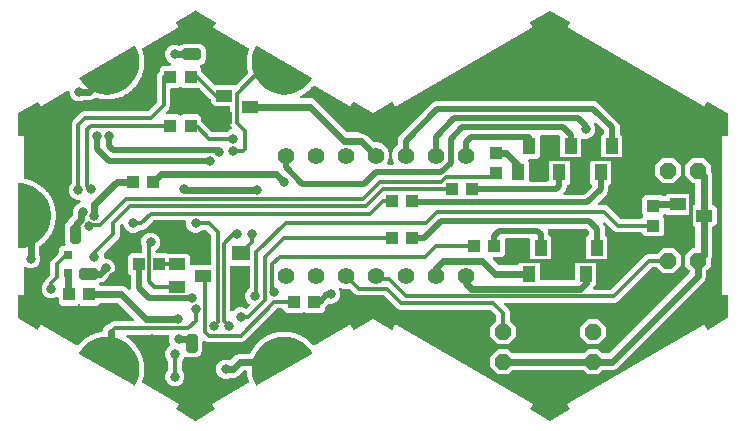
<source format=gbr>
G04 EAGLE Gerber RS-274X export*
G75*
%MOMM*%
%FSLAX34Y34*%
%LPD*%
%INTop Copper*%
%IPPOS*%
%AMOC8*
5,1,8,0,0,1.08239X$1,22.5*%
G01*
%ADD10C,0.499997*%
%ADD11R,1.500000X1.300000*%
%ADD12R,0.800000X0.800000*%
%ADD13R,1.000000X1.100000*%
%ADD14C,1.000000*%
%ADD15R,1.000000X1.400000*%
%ADD16R,1.400000X1.000000*%
%ADD17R,1.100000X1.000000*%
%ADD18C,1.422400*%
%ADD19P,1.429621X8X202.500000*%
%ADD20P,1.429621X8X112.500000*%
%ADD21C,0.304800*%
%ADD22C,0.806400*%
%ADD23C,0.609600*%
%ADD24C,0.508000*%

G36*
X449241Y29511D02*
X449241Y29511D01*
X449318Y29510D01*
X449342Y29519D01*
X449363Y29520D01*
X449402Y29541D01*
X449474Y29567D01*
X465974Y39067D01*
X465996Y39086D01*
X466022Y39099D01*
X466056Y39137D01*
X466059Y39139D01*
X466062Y39143D01*
X466070Y39152D01*
X466123Y39199D01*
X466136Y39225D01*
X466155Y39247D01*
X466178Y39314D01*
X466209Y39378D01*
X466211Y39407D01*
X466220Y39434D01*
X466215Y39506D01*
X466218Y39577D01*
X466208Y39604D01*
X466206Y39633D01*
X466164Y39723D01*
X466149Y39763D01*
X466142Y39771D01*
X466136Y39784D01*
X464394Y42307D01*
X464370Y42331D01*
X464343Y42369D01*
X463336Y43418D01*
X580545Y111086D01*
X580937Y109728D01*
X580953Y109698D01*
X580965Y109653D01*
X582274Y106887D01*
X582291Y106864D01*
X582301Y106837D01*
X582350Y106785D01*
X582393Y106727D01*
X582418Y106713D01*
X582437Y106692D01*
X582503Y106663D01*
X582565Y106627D01*
X582593Y106624D01*
X582619Y106612D01*
X582691Y106611D01*
X582762Y106602D01*
X582789Y106610D01*
X582818Y106610D01*
X582913Y106645D01*
X582953Y106656D01*
X582962Y106663D01*
X582974Y106667D01*
X599474Y116167D01*
X599533Y116219D01*
X599595Y116265D01*
X599606Y116284D01*
X599623Y116299D01*
X599657Y116369D01*
X599697Y116436D01*
X599701Y116461D01*
X599709Y116478D01*
X599711Y116523D01*
X599724Y116600D01*
X599724Y135600D01*
X599719Y135628D01*
X599721Y135656D01*
X599699Y135724D01*
X599685Y135795D01*
X599669Y135818D01*
X599660Y135845D01*
X599613Y135900D01*
X599572Y135959D01*
X599548Y135974D01*
X599530Y135996D01*
X599465Y136027D01*
X599405Y136066D01*
X599377Y136071D01*
X599351Y136083D01*
X599250Y136092D01*
X599208Y136099D01*
X599198Y136097D01*
X599185Y136098D01*
X596135Y135855D01*
X596103Y135846D01*
X596056Y135842D01*
X594660Y135500D01*
X594660Y270900D01*
X596056Y270558D01*
X596090Y270556D01*
X596135Y270545D01*
X599185Y270302D01*
X599214Y270306D01*
X599242Y270301D01*
X599311Y270318D01*
X599383Y270326D01*
X599407Y270341D01*
X599435Y270347D01*
X599493Y270390D01*
X599555Y270426D01*
X599572Y270448D01*
X599595Y270465D01*
X599632Y270527D01*
X599675Y270584D01*
X599682Y270612D01*
X599697Y270636D01*
X599713Y270736D01*
X599724Y270777D01*
X599722Y270787D01*
X599724Y270800D01*
X599724Y289800D01*
X599709Y289876D01*
X599700Y289954D01*
X599689Y289973D01*
X599685Y289995D01*
X599641Y290059D01*
X599602Y290127D01*
X599583Y290143D01*
X599572Y290159D01*
X599534Y290183D01*
X599474Y290233D01*
X582974Y299733D01*
X582947Y299742D01*
X582923Y299758D01*
X582853Y299773D01*
X582785Y299796D01*
X582757Y299793D01*
X582729Y299799D01*
X582659Y299786D01*
X582587Y299780D01*
X582562Y299767D01*
X582534Y299761D01*
X582474Y299721D01*
X582411Y299688D01*
X582393Y299666D01*
X582369Y299650D01*
X582311Y299567D01*
X582284Y299535D01*
X582281Y299524D01*
X582274Y299514D01*
X580965Y296748D01*
X580957Y296715D01*
X580937Y296672D01*
X580545Y295314D01*
X463336Y362982D01*
X464343Y364031D01*
X464361Y364059D01*
X464394Y364093D01*
X466136Y366616D01*
X466147Y366643D01*
X466166Y366665D01*
X466186Y366734D01*
X466214Y366799D01*
X466214Y366828D01*
X466222Y366856D01*
X466214Y366927D01*
X466215Y366998D01*
X466203Y367025D01*
X466200Y367054D01*
X466165Y367116D01*
X466137Y367181D01*
X466117Y367202D01*
X466102Y367227D01*
X466025Y367290D01*
X465995Y367320D01*
X465985Y367324D01*
X465974Y367333D01*
X449474Y376833D01*
X449401Y376857D01*
X449331Y376888D01*
X449307Y376888D01*
X449285Y376896D01*
X449209Y376890D01*
X449132Y376891D01*
X449108Y376881D01*
X449087Y376880D01*
X449048Y376859D01*
X448976Y376833D01*
X432476Y367333D01*
X432454Y367314D01*
X432428Y367301D01*
X432380Y367248D01*
X432327Y367201D01*
X432314Y367175D01*
X432295Y367154D01*
X432272Y367086D01*
X432241Y367022D01*
X432240Y366993D01*
X432230Y366966D01*
X432235Y366894D01*
X432232Y366823D01*
X432242Y366796D01*
X432244Y366767D01*
X432286Y366677D01*
X432301Y366637D01*
X432308Y366629D01*
X432314Y366616D01*
X434056Y364093D01*
X434080Y364069D01*
X434107Y364031D01*
X435114Y362982D01*
X317908Y295315D01*
X317563Y296549D01*
X317548Y296580D01*
X317534Y296627D01*
X316177Y299513D01*
X316159Y299536D01*
X316149Y299563D01*
X316100Y299615D01*
X316058Y299672D01*
X316033Y299687D01*
X316013Y299708D01*
X315948Y299737D01*
X315886Y299772D01*
X315857Y299776D01*
X315831Y299788D01*
X315760Y299789D01*
X315689Y299798D01*
X315661Y299790D01*
X315632Y299791D01*
X315539Y299756D01*
X315498Y299744D01*
X315489Y299737D01*
X315476Y299733D01*
X299225Y290376D01*
X282974Y299733D01*
X282947Y299742D01*
X282923Y299759D01*
X282853Y299773D01*
X282785Y299796D01*
X282756Y299793D01*
X282728Y299799D01*
X282658Y299785D01*
X282587Y299780D01*
X282561Y299766D01*
X282533Y299761D01*
X282474Y299721D01*
X282411Y299688D01*
X282392Y299666D01*
X282368Y299649D01*
X282311Y299567D01*
X282284Y299535D01*
X282281Y299524D01*
X282273Y299513D01*
X280916Y296627D01*
X280907Y296593D01*
X280887Y296549D01*
X280542Y295315D01*
X250027Y312933D01*
X249961Y312961D01*
X249899Y312997D01*
X249815Y313022D01*
X249734Y313056D01*
X249663Y313066D01*
X249594Y313087D01*
X249506Y313090D01*
X249420Y313102D01*
X249348Y313095D01*
X249276Y313097D01*
X249191Y313078D01*
X249103Y313069D01*
X249036Y313044D01*
X248966Y313029D01*
X248887Y312989D01*
X248805Y312958D01*
X248746Y312917D01*
X248682Y312885D01*
X248616Y312827D01*
X248544Y312777D01*
X248497Y312722D01*
X248443Y312675D01*
X248344Y312548D01*
X248057Y312127D01*
X248054Y312126D01*
X248039Y312124D01*
X247989Y312104D01*
X247934Y312086D01*
X247785Y312038D01*
X247782Y312036D01*
X247778Y312034D01*
X247647Y311950D01*
X247516Y311868D01*
X247514Y311865D01*
X247510Y311863D01*
X247393Y311752D01*
X247259Y311606D01*
X247256Y311603D01*
X247253Y311600D01*
X247164Y311474D01*
X247073Y311348D01*
X247072Y311344D01*
X247070Y311341D01*
X247014Y311195D01*
X246958Y311051D01*
X246958Y311047D01*
X246956Y311044D01*
X246934Y310916D01*
X245795Y310007D01*
X245785Y309997D01*
X245773Y309989D01*
X245656Y309878D01*
X244665Y308809D01*
X244538Y308787D01*
X244383Y308762D01*
X244379Y308760D01*
X244375Y308759D01*
X244236Y308697D01*
X244092Y308634D01*
X244089Y308631D01*
X244085Y308629D01*
X243953Y308537D01*
X243798Y308413D01*
X243795Y308411D01*
X243792Y308408D01*
X243683Y308295D01*
X243576Y308185D01*
X243574Y308182D01*
X243571Y308179D01*
X243495Y308044D01*
X243418Y307910D01*
X243417Y307906D01*
X243415Y307902D01*
X243373Y307779D01*
X242112Y307050D01*
X242101Y307042D01*
X242088Y307036D01*
X241956Y306943D01*
X240816Y306034D01*
X240683Y306031D01*
X240530Y306029D01*
X240526Y306028D01*
X240522Y306028D01*
X240372Y305986D01*
X240223Y305946D01*
X240220Y305944D01*
X240216Y305943D01*
X240072Y305871D01*
X239900Y305772D01*
X239897Y305770D01*
X239893Y305768D01*
X239767Y305671D01*
X239647Y305580D01*
X239644Y305577D01*
X239641Y305574D01*
X239543Y305448D01*
X239449Y305330D01*
X239448Y305327D01*
X239445Y305323D01*
X239386Y305208D01*
X238445Y304838D01*
X238374Y304799D01*
X238298Y304769D01*
X238235Y304723D01*
X238166Y304686D01*
X238107Y304630D01*
X238041Y304583D01*
X237991Y304522D01*
X237934Y304469D01*
X237890Y304400D01*
X237838Y304338D01*
X237804Y304267D01*
X237762Y304201D01*
X237737Y304123D01*
X237702Y304050D01*
X237688Y303973D01*
X237663Y303899D01*
X237658Y303817D01*
X237643Y303737D01*
X237647Y303660D01*
X237642Y303581D01*
X237657Y303501D01*
X237662Y303420D01*
X237686Y303346D01*
X237701Y303269D01*
X237735Y303195D01*
X237760Y303118D01*
X237802Y303052D01*
X237835Y302981D01*
X237887Y302918D01*
X237930Y302849D01*
X237987Y302795D01*
X238037Y302735D01*
X238103Y302687D01*
X238162Y302631D01*
X238231Y302593D01*
X238294Y302547D01*
X238369Y302517D01*
X238441Y302477D01*
X238516Y302458D01*
X238589Y302429D01*
X238670Y302418D01*
X238749Y302398D01*
X238900Y302388D01*
X238904Y302388D01*
X238906Y302388D01*
X238909Y302388D01*
X247477Y302388D01*
X250092Y301305D01*
X277212Y274184D01*
X277290Y274124D01*
X277362Y274056D01*
X277415Y274027D01*
X277463Y273990D01*
X277554Y273950D01*
X277641Y273902D01*
X277699Y273887D01*
X277755Y273863D01*
X277853Y273848D01*
X277949Y273823D01*
X278049Y273817D01*
X278069Y273813D01*
X278081Y273815D01*
X278109Y273813D01*
X287993Y273813D01*
X288371Y273513D01*
X288403Y273497D01*
X288441Y273467D01*
X291235Y271931D01*
X291269Y271920D01*
X291311Y271897D01*
X294323Y270848D01*
X294357Y270844D01*
X294404Y270827D01*
X294949Y270735D01*
X300135Y265548D01*
X300214Y265488D01*
X300286Y265420D01*
X300339Y265391D01*
X300387Y265354D01*
X300478Y265314D01*
X300564Y265266D01*
X300623Y265251D01*
X300679Y265227D01*
X300776Y265212D01*
X300872Y265187D01*
X300972Y265181D01*
X300993Y265177D01*
X301005Y265179D01*
X301033Y265177D01*
X303848Y265177D01*
X307956Y263475D01*
X311100Y260331D01*
X312802Y256223D01*
X312802Y251777D01*
X311267Y248072D01*
X311254Y248024D01*
X311233Y247979D01*
X311212Y247872D01*
X311183Y247765D01*
X311183Y247716D01*
X311173Y247667D01*
X311180Y247557D01*
X311178Y247447D01*
X311190Y247399D01*
X311193Y247350D01*
X311227Y247245D01*
X311252Y247138D01*
X311276Y247094D01*
X311291Y247047D01*
X311350Y246954D01*
X311401Y246857D01*
X311434Y246820D01*
X311461Y246778D01*
X311541Y246703D01*
X311615Y246622D01*
X311657Y246594D01*
X311693Y246560D01*
X311789Y246507D01*
X311881Y246447D01*
X311928Y246431D01*
X311971Y246407D01*
X312078Y246379D01*
X312182Y246344D01*
X312231Y246340D01*
X312279Y246327D01*
X312440Y246317D01*
X316210Y246317D01*
X316260Y246323D01*
X316309Y246321D01*
X316417Y246343D01*
X316526Y246357D01*
X316572Y246375D01*
X316621Y246385D01*
X316719Y246434D01*
X316821Y246474D01*
X316861Y246503D01*
X316906Y246525D01*
X316990Y246596D01*
X317079Y246661D01*
X317110Y246699D01*
X317148Y246731D01*
X317211Y246821D01*
X317282Y246906D01*
X317303Y246951D01*
X317331Y246992D01*
X317370Y247094D01*
X317417Y247194D01*
X317426Y247242D01*
X317444Y247289D01*
X317456Y247398D01*
X317477Y247506D01*
X317474Y247555D01*
X317479Y247605D01*
X317464Y247714D01*
X317457Y247823D01*
X317442Y247871D01*
X317435Y247920D01*
X317383Y248072D01*
X315848Y251777D01*
X315848Y256223D01*
X317550Y260331D01*
X320049Y262830D01*
X320109Y262908D01*
X320177Y262980D01*
X320206Y263033D01*
X320243Y263081D01*
X320283Y263172D01*
X320331Y263259D01*
X320346Y263317D01*
X320370Y263373D01*
X320385Y263471D01*
X320410Y263567D01*
X320416Y263667D01*
X320420Y263687D01*
X320418Y263699D01*
X320420Y263727D01*
X320420Y268014D01*
X321426Y270441D01*
X350271Y299287D01*
X352699Y300292D01*
X487089Y300292D01*
X489516Y299287D01*
X507249Y281554D01*
X508255Y279126D01*
X508255Y273494D01*
X508267Y273396D01*
X508270Y273297D01*
X508287Y273239D01*
X508295Y273179D01*
X508331Y273087D01*
X508359Y272992D01*
X508389Y272940D01*
X508412Y272883D01*
X508470Y272803D01*
X508520Y272718D01*
X508586Y272642D01*
X508598Y272626D01*
X508608Y272618D01*
X508626Y272597D01*
X510715Y270509D01*
X510715Y253141D01*
X508334Y250760D01*
X502027Y250760D01*
X501889Y250743D01*
X501751Y250730D01*
X501732Y250723D01*
X501712Y250720D01*
X501582Y250669D01*
X501452Y250622D01*
X501435Y250611D01*
X501416Y250603D01*
X501304Y250522D01*
X501189Y250444D01*
X501175Y250428D01*
X501159Y250417D01*
X501070Y250310D01*
X500978Y250205D01*
X500969Y250187D01*
X500956Y250172D01*
X500897Y250046D01*
X500833Y249922D01*
X500829Y249902D01*
X500820Y249884D01*
X500794Y249748D01*
X500764Y249612D01*
X500764Y249591D01*
X500761Y249572D01*
X500769Y249433D01*
X500774Y249294D01*
X500779Y249274D01*
X500780Y249254D01*
X500823Y249122D01*
X500862Y248988D01*
X500872Y248971D01*
X500878Y248952D01*
X500953Y248834D01*
X501023Y248714D01*
X501042Y248693D01*
X501049Y248683D01*
X501064Y248669D01*
X501130Y248593D01*
X501215Y248509D01*
X501215Y231141D01*
X499126Y229053D01*
X499066Y228975D01*
X498998Y228903D01*
X498969Y228850D01*
X498932Y228802D01*
X498892Y228711D01*
X498844Y228624D01*
X498829Y228566D01*
X498805Y228510D01*
X498790Y228412D01*
X498765Y228316D01*
X498759Y228216D01*
X498755Y228196D01*
X498757Y228184D01*
X498755Y228156D01*
X498755Y224136D01*
X497749Y221709D01*
X495713Y219672D01*
X490171Y214130D01*
X490085Y214020D01*
X489997Y213914D01*
X489988Y213895D01*
X489976Y213879D01*
X489920Y213751D01*
X489862Y213626D01*
X489858Y213606D01*
X489850Y213587D01*
X489828Y213449D01*
X489802Y213313D01*
X489803Y213293D01*
X489800Y213273D01*
X489813Y213134D01*
X489822Y212996D01*
X489828Y212977D01*
X489830Y212957D01*
X489877Y212825D01*
X489920Y212694D01*
X489930Y212676D01*
X489937Y212657D01*
X490015Y212542D01*
X490090Y212425D01*
X490104Y212411D01*
X490116Y212394D01*
X490220Y212302D01*
X490321Y212207D01*
X490339Y212197D01*
X490354Y212184D01*
X490478Y212120D01*
X490600Y212053D01*
X490619Y212048D01*
X490637Y212039D01*
X490773Y212009D01*
X490908Y211974D01*
X490936Y211972D01*
X490948Y211969D01*
X490968Y211970D01*
X491068Y211964D01*
X496412Y211964D01*
X498466Y211113D01*
X508918Y200660D01*
X508996Y200600D01*
X509069Y200532D01*
X509122Y200503D01*
X509169Y200466D01*
X509260Y200426D01*
X509347Y200378D01*
X509406Y200363D01*
X509461Y200339D01*
X509559Y200324D01*
X509655Y200299D01*
X509755Y200293D01*
X509775Y200289D01*
X509788Y200291D01*
X509816Y200289D01*
X525741Y200289D01*
X525859Y200304D01*
X525978Y200311D01*
X526016Y200324D01*
X526057Y200329D01*
X526167Y200372D01*
X526280Y200409D01*
X526315Y200431D01*
X526352Y200446D01*
X526448Y200515D01*
X526549Y200579D01*
X526577Y200609D01*
X526610Y200632D01*
X526686Y200724D01*
X526767Y200811D01*
X526787Y200846D01*
X526812Y200877D01*
X526863Y200985D01*
X526921Y201089D01*
X526931Y201129D01*
X526948Y201165D01*
X526970Y201282D01*
X526992Y201365D01*
X527929Y202303D01*
X528002Y202397D01*
X528081Y202486D01*
X528099Y202522D01*
X528124Y202554D01*
X528171Y202663D01*
X528225Y202769D01*
X528234Y202808D01*
X528250Y202846D01*
X528269Y202963D01*
X528295Y203079D01*
X528294Y203120D01*
X528300Y203160D01*
X528289Y203278D01*
X528285Y203397D01*
X528274Y203436D01*
X528270Y203476D01*
X528230Y203588D01*
X528197Y203703D01*
X528177Y203738D01*
X528163Y203776D01*
X528096Y203874D01*
X528035Y203977D01*
X527996Y204022D01*
X527984Y204039D01*
X527969Y204052D01*
X527929Y204098D01*
X527010Y205016D01*
X527010Y218384D01*
X529391Y220765D01*
X543759Y220765D01*
X544339Y220185D01*
X544417Y220124D01*
X544489Y220056D01*
X544542Y220027D01*
X544590Y219990D01*
X544681Y219950D01*
X544768Y219902D01*
X544826Y219887D01*
X544882Y219863D01*
X544980Y219848D01*
X545076Y219823D01*
X545176Y219817D01*
X545196Y219813D01*
X545208Y219815D01*
X545236Y219813D01*
X546164Y219813D01*
X546262Y219825D01*
X546361Y219828D01*
X546419Y219845D01*
X546479Y219853D01*
X546571Y219889D01*
X546666Y219917D01*
X546718Y219947D01*
X546775Y219970D01*
X546855Y220028D01*
X546940Y220078D01*
X547016Y220144D01*
X547032Y220156D01*
X547040Y220166D01*
X547061Y220184D01*
X548641Y221765D01*
X566009Y221765D01*
X568390Y219384D01*
X568390Y213077D01*
X568407Y212939D01*
X568420Y212801D01*
X568427Y212782D01*
X568430Y212762D01*
X568481Y212632D01*
X568528Y212502D01*
X568539Y212485D01*
X568547Y212466D01*
X568628Y212354D01*
X568706Y212239D01*
X568722Y212225D01*
X568733Y212209D01*
X568840Y212120D01*
X568945Y212028D01*
X568963Y212019D01*
X568978Y212006D01*
X569104Y211947D01*
X569228Y211883D01*
X569248Y211879D01*
X569266Y211870D01*
X569402Y211844D01*
X569538Y211814D01*
X569559Y211814D01*
X569578Y211811D01*
X569717Y211819D01*
X569856Y211824D01*
X569876Y211829D01*
X569896Y211830D01*
X570028Y211873D01*
X570162Y211912D01*
X570179Y211922D01*
X570198Y211928D01*
X570316Y212003D01*
X570436Y212073D01*
X570457Y212092D01*
X570467Y212099D01*
X570481Y212114D01*
X570557Y212180D01*
X570641Y212265D01*
X570943Y212265D01*
X571061Y212280D01*
X571180Y212287D01*
X571218Y212300D01*
X571259Y212305D01*
X571369Y212348D01*
X571482Y212385D01*
X571517Y212407D01*
X571554Y212422D01*
X571650Y212491D01*
X571751Y212555D01*
X571779Y212585D01*
X571812Y212608D01*
X571888Y212700D01*
X571969Y212787D01*
X571989Y212822D01*
X572014Y212853D01*
X572065Y212961D01*
X572123Y213065D01*
X572133Y213105D01*
X572150Y213141D01*
X572172Y213258D01*
X572202Y213373D01*
X572206Y213433D01*
X572210Y213453D01*
X572208Y213474D01*
X572212Y213534D01*
X572212Y229362D01*
X572197Y229480D01*
X572190Y229599D01*
X572177Y229637D01*
X572172Y229678D01*
X572129Y229788D01*
X572092Y229901D01*
X572070Y229936D01*
X572055Y229973D01*
X571986Y230069D01*
X571922Y230170D01*
X571892Y230198D01*
X571869Y230231D01*
X571777Y230307D01*
X571690Y230388D01*
X571655Y230408D01*
X571624Y230433D01*
X571516Y230484D01*
X571412Y230542D01*
X571372Y230552D01*
X571336Y230569D01*
X571219Y230591D01*
X571104Y230621D01*
X571044Y230625D01*
X571024Y230629D01*
X571003Y230627D01*
X570943Y230631D01*
X570256Y230631D01*
X564006Y236881D01*
X564006Y245719D01*
X570256Y251969D01*
X579094Y251969D01*
X585344Y245719D01*
X585344Y240958D01*
X585345Y240949D01*
X585344Y240940D01*
X585365Y240791D01*
X585384Y240643D01*
X585387Y240634D01*
X585388Y240625D01*
X585440Y240473D01*
X586438Y238065D01*
X586438Y213534D01*
X586453Y213416D01*
X586460Y213297D01*
X586473Y213259D01*
X586478Y213218D01*
X586521Y213108D01*
X586558Y212995D01*
X586580Y212960D01*
X586595Y212923D01*
X586664Y212827D01*
X586728Y212726D01*
X586758Y212698D01*
X586781Y212665D01*
X586873Y212589D01*
X586960Y212508D01*
X586995Y212488D01*
X587026Y212463D01*
X587134Y212412D01*
X587238Y212354D01*
X587278Y212344D01*
X587314Y212327D01*
X587431Y212305D01*
X587546Y212275D01*
X587606Y212271D01*
X587626Y212267D01*
X587647Y212269D01*
X587707Y212265D01*
X588009Y212265D01*
X590390Y209884D01*
X590390Y196516D01*
X588009Y194135D01*
X587707Y194135D01*
X587589Y194120D01*
X587470Y194113D01*
X587432Y194100D01*
X587391Y194095D01*
X587281Y194052D01*
X587168Y194015D01*
X587133Y193993D01*
X587096Y193978D01*
X587000Y193909D01*
X586899Y193845D01*
X586871Y193815D01*
X586838Y193792D01*
X586762Y193700D01*
X586681Y193613D01*
X586661Y193578D01*
X586636Y193547D01*
X586585Y193439D01*
X586527Y193335D01*
X586517Y193295D01*
X586500Y193259D01*
X586478Y193142D01*
X586448Y193027D01*
X586444Y192967D01*
X586440Y192947D01*
X586441Y192938D01*
X586440Y192935D01*
X586441Y192920D01*
X586438Y192866D01*
X586438Y168335D01*
X585440Y165927D01*
X585438Y165918D01*
X585433Y165910D01*
X585396Y165765D01*
X585356Y165621D01*
X585356Y165611D01*
X585354Y165602D01*
X585344Y165442D01*
X585344Y160681D01*
X582159Y157497D01*
X582099Y157418D01*
X582031Y157346D01*
X582002Y157293D01*
X581965Y157245D01*
X581925Y157154D01*
X581877Y157068D01*
X581862Y157009D01*
X581838Y156954D01*
X581823Y156856D01*
X581798Y156760D01*
X581792Y156660D01*
X581788Y156639D01*
X581790Y156627D01*
X581788Y156599D01*
X581788Y150985D01*
X580705Y148371D01*
X505679Y73345D01*
X503065Y72262D01*
X494276Y72262D01*
X494178Y72250D01*
X494079Y72247D01*
X494020Y72230D01*
X493960Y72222D01*
X493868Y72186D01*
X493773Y72158D01*
X493721Y72128D01*
X493665Y72105D01*
X493584Y72047D01*
X493499Y71997D01*
X493424Y71931D01*
X493407Y71919D01*
X493399Y71909D01*
X493378Y71891D01*
X490194Y68706D01*
X481356Y68706D01*
X478172Y71891D01*
X478093Y71951D01*
X478021Y72019D01*
X477968Y72048D01*
X477920Y72085D01*
X477829Y72125D01*
X477743Y72173D01*
X477684Y72188D01*
X477629Y72212D01*
X477531Y72227D01*
X477435Y72252D01*
X477335Y72258D01*
X477314Y72262D01*
X477302Y72260D01*
X477274Y72262D01*
X418076Y72262D01*
X417978Y72250D01*
X417879Y72247D01*
X417820Y72230D01*
X417760Y72222D01*
X417668Y72186D01*
X417573Y72158D01*
X417521Y72128D01*
X417465Y72105D01*
X417385Y72047D01*
X417299Y71997D01*
X417224Y71931D01*
X417207Y71919D01*
X417200Y71909D01*
X417178Y71891D01*
X413994Y68706D01*
X405156Y68706D01*
X398906Y74956D01*
X398906Y83794D01*
X405156Y90044D01*
X413994Y90044D01*
X417178Y86859D01*
X417257Y86799D01*
X417329Y86731D01*
X417382Y86702D01*
X417430Y86665D01*
X417521Y86625D01*
X417607Y86577D01*
X417666Y86562D01*
X417721Y86538D01*
X417819Y86523D01*
X417915Y86498D01*
X418015Y86492D01*
X418036Y86488D01*
X418048Y86490D01*
X418076Y86488D01*
X477274Y86488D01*
X477372Y86500D01*
X477471Y86503D01*
X477530Y86520D01*
X477590Y86528D01*
X477682Y86564D01*
X477777Y86592D01*
X477829Y86622D01*
X477885Y86645D01*
X477966Y86703D01*
X478051Y86753D01*
X478126Y86819D01*
X478143Y86831D01*
X478151Y86841D01*
X478172Y86859D01*
X481356Y90044D01*
X490194Y90044D01*
X493378Y86859D01*
X493457Y86799D01*
X493529Y86731D01*
X493582Y86702D01*
X493630Y86665D01*
X493721Y86625D01*
X493807Y86577D01*
X493866Y86562D01*
X493921Y86538D01*
X494019Y86523D01*
X494115Y86498D01*
X494215Y86492D01*
X494236Y86488D01*
X494248Y86490D01*
X494276Y86488D01*
X498178Y86488D01*
X498276Y86500D01*
X498375Y86503D01*
X498434Y86520D01*
X498494Y86528D01*
X498586Y86564D01*
X498681Y86592D01*
X498733Y86622D01*
X498789Y86645D01*
X498869Y86703D01*
X498955Y86753D01*
X499030Y86819D01*
X499047Y86831D01*
X499054Y86841D01*
X499076Y86859D01*
X567191Y154974D01*
X567251Y155053D01*
X567319Y155125D01*
X567348Y155178D01*
X567385Y155226D01*
X567425Y155317D01*
X567473Y155403D01*
X567488Y155462D01*
X567512Y155518D01*
X567527Y155616D01*
X567552Y155711D01*
X567558Y155811D01*
X567562Y155832D01*
X567560Y155844D01*
X567562Y155872D01*
X567562Y156599D01*
X567550Y156697D01*
X567547Y156796D01*
X567530Y156855D01*
X567522Y156915D01*
X567486Y157007D01*
X567458Y157102D01*
X567428Y157154D01*
X567405Y157210D01*
X567347Y157291D01*
X567297Y157376D01*
X567231Y157451D01*
X567219Y157468D01*
X567209Y157476D01*
X567191Y157497D01*
X564006Y160681D01*
X564006Y169519D01*
X570256Y175769D01*
X570943Y175769D01*
X571061Y175784D01*
X571180Y175791D01*
X571218Y175804D01*
X571259Y175809D01*
X571369Y175852D01*
X571482Y175889D01*
X571517Y175911D01*
X571554Y175926D01*
X571650Y175995D01*
X571751Y176059D01*
X571779Y176089D01*
X571812Y176112D01*
X571888Y176204D01*
X571969Y176291D01*
X571989Y176326D01*
X572014Y176357D01*
X572065Y176465D01*
X572123Y176569D01*
X572133Y176609D01*
X572150Y176645D01*
X572172Y176762D01*
X572202Y176877D01*
X572206Y176937D01*
X572210Y176957D01*
X572208Y176978D01*
X572212Y177038D01*
X572212Y192866D01*
X572197Y192984D01*
X572190Y193103D01*
X572177Y193141D01*
X572172Y193182D01*
X572129Y193292D01*
X572092Y193405D01*
X572070Y193440D01*
X572055Y193477D01*
X571986Y193573D01*
X571922Y193674D01*
X571892Y193702D01*
X571869Y193735D01*
X571777Y193811D01*
X571690Y193892D01*
X571655Y193912D01*
X571624Y193937D01*
X571516Y193988D01*
X571412Y194046D01*
X571372Y194056D01*
X571336Y194073D01*
X571219Y194095D01*
X571104Y194125D01*
X571044Y194129D01*
X571024Y194133D01*
X571003Y194131D01*
X570943Y194135D01*
X570641Y194135D01*
X568260Y196516D01*
X568260Y202823D01*
X568243Y202961D01*
X568230Y203099D01*
X568223Y203118D01*
X568220Y203138D01*
X568169Y203268D01*
X568122Y203398D01*
X568111Y203415D01*
X568103Y203434D01*
X568022Y203546D01*
X567944Y203661D01*
X567928Y203675D01*
X567917Y203691D01*
X567810Y203780D01*
X567705Y203872D01*
X567687Y203881D01*
X567672Y203894D01*
X567546Y203953D01*
X567422Y204017D01*
X567402Y204021D01*
X567384Y204030D01*
X567248Y204056D01*
X567112Y204086D01*
X567091Y204086D01*
X567072Y204089D01*
X566933Y204081D01*
X566794Y204076D01*
X566774Y204071D01*
X566754Y204070D01*
X566622Y204027D01*
X566488Y203988D01*
X566471Y203978D01*
X566452Y203972D01*
X566334Y203897D01*
X566214Y203827D01*
X566193Y203808D01*
X566183Y203801D01*
X566169Y203786D01*
X566093Y203720D01*
X566009Y203635D01*
X548641Y203635D01*
X547598Y204679D01*
X547503Y204752D01*
X547414Y204831D01*
X547378Y204849D01*
X547346Y204874D01*
X547237Y204921D01*
X547131Y204975D01*
X547091Y204984D01*
X547054Y205000D01*
X546937Y205019D01*
X546821Y205045D01*
X546780Y205044D01*
X546740Y205050D01*
X546622Y205039D01*
X546503Y205035D01*
X546464Y205024D01*
X546424Y205020D01*
X546312Y204980D01*
X546197Y204947D01*
X546162Y204927D01*
X546124Y204913D01*
X546026Y204846D01*
X545923Y204786D01*
X545878Y204746D01*
X545861Y204734D01*
X545848Y204719D01*
X545803Y204679D01*
X545221Y204098D01*
X545148Y204003D01*
X545069Y203914D01*
X545051Y203878D01*
X545026Y203846D01*
X544979Y203737D01*
X544925Y203631D01*
X544916Y203592D01*
X544900Y203554D01*
X544881Y203437D01*
X544855Y203321D01*
X544856Y203280D01*
X544850Y203240D01*
X544861Y203122D01*
X544865Y203003D01*
X544876Y202964D01*
X544880Y202924D01*
X544920Y202812D01*
X544953Y202697D01*
X544973Y202662D01*
X544987Y202624D01*
X545054Y202526D01*
X545114Y202423D01*
X545154Y202378D01*
X545166Y202361D01*
X545181Y202348D01*
X545221Y202303D01*
X546140Y201384D01*
X546140Y188016D01*
X543759Y185635D01*
X529391Y185635D01*
X526991Y188036D01*
X526988Y188079D01*
X526975Y188117D01*
X526970Y188158D01*
X526927Y188268D01*
X526890Y188381D01*
X526868Y188416D01*
X526853Y188453D01*
X526784Y188549D01*
X526720Y188650D01*
X526690Y188678D01*
X526667Y188711D01*
X526575Y188787D01*
X526488Y188868D01*
X526453Y188888D01*
X526422Y188913D01*
X526314Y188964D01*
X526210Y189022D01*
X526170Y189032D01*
X526134Y189049D01*
X526017Y189071D01*
X525902Y189101D01*
X525842Y189105D01*
X525822Y189109D01*
X525801Y189107D01*
X525741Y189111D01*
X505863Y189111D01*
X503809Y189962D01*
X496662Y197110D01*
X496607Y197152D01*
X496558Y197203D01*
X496481Y197249D01*
X496410Y197305D01*
X496346Y197332D01*
X496287Y197369D01*
X496201Y197395D01*
X496119Y197431D01*
X496050Y197442D01*
X495983Y197462D01*
X495893Y197467D01*
X495805Y197481D01*
X495735Y197474D01*
X495665Y197477D01*
X495578Y197459D01*
X495488Y197451D01*
X495422Y197427D01*
X495354Y197413D01*
X495273Y197374D01*
X495189Y197343D01*
X495131Y197304D01*
X495068Y197273D01*
X495000Y197215D01*
X494926Y197165D01*
X494879Y197112D01*
X494826Y197067D01*
X494775Y196994D01*
X494715Y196926D01*
X494683Y196864D01*
X494643Y196807D01*
X494611Y196723D01*
X494570Y196643D01*
X494555Y196575D01*
X494530Y196510D01*
X494520Y196420D01*
X494501Y196333D01*
X494503Y196263D01*
X494495Y196194D01*
X494508Y196105D01*
X494510Y196015D01*
X494530Y195948D01*
X494540Y195879D01*
X494592Y195726D01*
X495555Y193401D01*
X495555Y187744D01*
X495567Y187646D01*
X495570Y187547D01*
X495587Y187489D01*
X495595Y187429D01*
X495631Y187337D01*
X495659Y187242D01*
X495689Y187190D01*
X495712Y187133D01*
X495770Y187053D01*
X495820Y186968D01*
X495886Y186892D01*
X495898Y186876D01*
X495908Y186868D01*
X495926Y186847D01*
X497990Y184784D01*
X497990Y167416D01*
X495609Y165035D01*
X489302Y165035D01*
X489164Y165018D01*
X489026Y165005D01*
X489007Y164998D01*
X488987Y164995D01*
X488857Y164944D01*
X488727Y164897D01*
X488710Y164886D01*
X488691Y164878D01*
X488579Y164797D01*
X488464Y164719D01*
X488450Y164703D01*
X488434Y164692D01*
X488345Y164585D01*
X488253Y164480D01*
X488244Y164462D01*
X488231Y164447D01*
X488172Y164321D01*
X488108Y164197D01*
X488104Y164177D01*
X488095Y164159D01*
X488069Y164023D01*
X488039Y163887D01*
X488039Y163866D01*
X488036Y163847D01*
X488044Y163708D01*
X488049Y163569D01*
X488054Y163549D01*
X488055Y163529D01*
X488098Y163397D01*
X488137Y163263D01*
X488147Y163246D01*
X488153Y163227D01*
X488228Y163109D01*
X488298Y162989D01*
X488317Y162968D01*
X488324Y162958D01*
X488339Y162944D01*
X488405Y162868D01*
X488490Y162784D01*
X488490Y145416D01*
X485888Y142815D01*
X485883Y142808D01*
X485875Y142802D01*
X485786Y142683D01*
X485693Y142564D01*
X485690Y142555D01*
X485684Y142548D01*
X485613Y142403D01*
X485587Y142339D01*
X485574Y142291D01*
X485552Y142246D01*
X485532Y142139D01*
X485503Y142032D01*
X485502Y141983D01*
X485493Y141934D01*
X485499Y141824D01*
X485498Y141714D01*
X485509Y141666D01*
X485512Y141616D01*
X485546Y141512D01*
X485572Y141405D01*
X485595Y141361D01*
X485610Y141314D01*
X485669Y141221D01*
X485721Y141124D01*
X485754Y141087D01*
X485781Y141045D01*
X485861Y140970D01*
X485935Y140889D01*
X485976Y140861D01*
X486012Y140827D01*
X486108Y140774D01*
X486200Y140714D01*
X486247Y140698D01*
X486291Y140674D01*
X486397Y140646D01*
X486501Y140611D01*
X486551Y140607D01*
X486599Y140594D01*
X486759Y140584D01*
X500455Y140584D01*
X500553Y140597D01*
X500652Y140600D01*
X500710Y140616D01*
X500770Y140624D01*
X500862Y140660D01*
X500957Y140688D01*
X501010Y140719D01*
X501066Y140741D01*
X501146Y140799D01*
X501231Y140849D01*
X501307Y140916D01*
X501323Y140928D01*
X501331Y140937D01*
X501352Y140956D01*
X530234Y169838D01*
X532288Y170689D01*
X539250Y170689D01*
X539348Y170701D01*
X539447Y170704D01*
X539506Y170721D01*
X539566Y170729D01*
X539658Y170765D01*
X539753Y170793D01*
X539805Y170823D01*
X539861Y170846D01*
X539942Y170904D01*
X540027Y170954D01*
X540102Y171020D01*
X540119Y171032D01*
X540127Y171042D01*
X540148Y171060D01*
X544856Y175769D01*
X553694Y175769D01*
X559944Y169519D01*
X559944Y160681D01*
X553694Y154431D01*
X544856Y154431D01*
X540148Y159140D01*
X540069Y159200D01*
X539997Y159268D01*
X539944Y159297D01*
X539896Y159334D01*
X539805Y159374D01*
X539719Y159422D01*
X539660Y159437D01*
X539605Y159461D01*
X539507Y159476D01*
X539411Y159501D01*
X539311Y159507D01*
X539290Y159511D01*
X539278Y159509D01*
X539250Y159511D01*
X536241Y159511D01*
X536142Y159499D01*
X536043Y159496D01*
X535985Y159479D01*
X535925Y159471D01*
X535833Y159435D01*
X535738Y159407D01*
X535686Y159377D01*
X535629Y159354D01*
X535549Y159296D01*
X535464Y159246D01*
X535389Y159180D01*
X535372Y159168D01*
X535364Y159158D01*
X535343Y159140D01*
X506461Y130257D01*
X504407Y129407D01*
X411786Y129407D01*
X411648Y129389D01*
X411510Y129376D01*
X411491Y129369D01*
X411471Y129367D01*
X411341Y129316D01*
X411211Y129269D01*
X411194Y129257D01*
X411175Y129250D01*
X411063Y129168D01*
X410947Y129090D01*
X410934Y129075D01*
X410918Y129063D01*
X410829Y128956D01*
X410737Y128852D01*
X410728Y128834D01*
X410715Y128818D01*
X410656Y128692D01*
X410592Y128568D01*
X410588Y128549D01*
X410579Y128530D01*
X410553Y128394D01*
X410523Y128258D01*
X410523Y128238D01*
X410520Y128218D01*
X410528Y128080D01*
X410532Y127940D01*
X410538Y127921D01*
X410539Y127901D01*
X410582Y127769D01*
X410621Y127635D01*
X410631Y127617D01*
X410637Y127598D01*
X410712Y127480D01*
X410782Y127361D01*
X410801Y127340D01*
X410807Y127329D01*
X410821Y127316D01*
X410822Y127314D01*
X410827Y127310D01*
X410889Y127240D01*
X412562Y125566D01*
X414313Y123816D01*
X415164Y121762D01*
X415164Y114800D01*
X415176Y114702D01*
X415179Y114603D01*
X415196Y114544D01*
X415204Y114484D01*
X415240Y114392D01*
X415268Y114297D01*
X415298Y114245D01*
X415321Y114189D01*
X415379Y114108D01*
X415429Y114023D01*
X415495Y113948D01*
X415507Y113931D01*
X415517Y113923D01*
X415535Y113902D01*
X420244Y109194D01*
X420244Y100356D01*
X413994Y94106D01*
X405156Y94106D01*
X398906Y100356D01*
X398906Y109194D01*
X403615Y113902D01*
X403675Y113981D01*
X403743Y114053D01*
X403772Y114106D01*
X403809Y114154D01*
X403849Y114245D01*
X403897Y114331D01*
X403912Y114390D01*
X403936Y114445D01*
X403951Y114543D01*
X403976Y114639D01*
X403982Y114739D01*
X403986Y114760D01*
X403984Y114772D01*
X403986Y114800D01*
X403986Y117809D01*
X403974Y117908D01*
X403971Y118007D01*
X403954Y118065D01*
X403946Y118125D01*
X403910Y118217D01*
X403882Y118312D01*
X403852Y118364D01*
X403829Y118421D01*
X403771Y118501D01*
X403721Y118586D01*
X403655Y118661D01*
X403643Y118678D01*
X403633Y118686D01*
X403615Y118707D01*
X399504Y122818D01*
X399426Y122878D01*
X399353Y122946D01*
X399300Y122975D01*
X399253Y123012D01*
X399162Y123052D01*
X399075Y123100D01*
X399016Y123115D01*
X398961Y123139D01*
X398863Y123154D01*
X398767Y123179D01*
X398667Y123185D01*
X398647Y123189D01*
X398634Y123187D01*
X398606Y123189D01*
X322467Y123189D01*
X320413Y124040D01*
X309126Y135327D01*
X309048Y135388D01*
X308976Y135456D01*
X308923Y135485D01*
X308875Y135522D01*
X308784Y135561D01*
X308697Y135609D01*
X308638Y135624D01*
X308583Y135648D01*
X308485Y135664D01*
X308389Y135689D01*
X308289Y135695D01*
X308269Y135698D01*
X308256Y135697D01*
X308228Y135699D01*
X303300Y135699D01*
X300903Y136104D01*
X300868Y136103D01*
X300819Y136111D01*
X297631Y136111D01*
X297596Y136104D01*
X297547Y136104D01*
X295150Y135699D01*
X286226Y135699D01*
X284172Y136550D01*
X279790Y140931D01*
X279767Y140949D01*
X279748Y140972D01*
X279642Y141046D01*
X279539Y141126D01*
X279512Y141138D01*
X279488Y141155D01*
X279366Y141201D01*
X279247Y141252D01*
X279218Y141257D01*
X279190Y141268D01*
X279061Y141282D01*
X278933Y141302D01*
X278904Y141299D01*
X278874Y141303D01*
X278746Y141285D01*
X278616Y141272D01*
X278589Y141262D01*
X278559Y141258D01*
X278457Y141223D01*
X274002Y141223D01*
X272416Y141880D01*
X272282Y141917D01*
X272149Y141958D01*
X272129Y141959D01*
X272109Y141964D01*
X271970Y141966D01*
X271831Y141973D01*
X271812Y141969D01*
X271791Y141969D01*
X271656Y141937D01*
X271520Y141909D01*
X271502Y141900D01*
X271482Y141895D01*
X271359Y141830D01*
X271234Y141769D01*
X271219Y141756D01*
X271201Y141746D01*
X271098Y141653D01*
X270992Y141563D01*
X270980Y141546D01*
X270966Y141532D01*
X270889Y141416D01*
X270809Y141303D01*
X270802Y141284D01*
X270791Y141267D01*
X270746Y141135D01*
X270696Y141005D01*
X270694Y140985D01*
X270688Y140966D01*
X270676Y140827D01*
X270661Y140689D01*
X270664Y140669D01*
X270662Y140649D01*
X270686Y140512D01*
X270706Y140374D01*
X270715Y140348D01*
X270717Y140336D01*
X270725Y140317D01*
X270758Y140222D01*
X271622Y138136D01*
X271622Y134914D01*
X270389Y131939D01*
X268111Y129661D01*
X265136Y128428D01*
X262682Y128428D01*
X262584Y128416D01*
X262485Y128413D01*
X262427Y128396D01*
X262366Y128388D01*
X262274Y128352D01*
X262179Y128324D01*
X262127Y128294D01*
X262071Y128271D01*
X261991Y128213D01*
X261905Y128163D01*
X261830Y128097D01*
X261813Y128085D01*
X261806Y128075D01*
X261785Y128057D01*
X259236Y125508D01*
X259176Y125430D01*
X259108Y125358D01*
X259079Y125305D01*
X259042Y125257D01*
X259002Y125166D01*
X258954Y125080D01*
X258939Y125021D01*
X258915Y124965D01*
X258900Y124867D01*
X258875Y124772D01*
X258869Y124672D01*
X258865Y124651D01*
X258867Y124639D01*
X258865Y124611D01*
X258865Y122991D01*
X256484Y120610D01*
X243116Y120610D01*
X242198Y121529D01*
X242103Y121602D01*
X242014Y121681D01*
X241978Y121699D01*
X241946Y121724D01*
X241837Y121771D01*
X241731Y121825D01*
X241692Y121834D01*
X241654Y121850D01*
X241537Y121869D01*
X241421Y121895D01*
X241380Y121894D01*
X241340Y121900D01*
X241222Y121889D01*
X241103Y121885D01*
X241064Y121874D01*
X241024Y121870D01*
X240911Y121830D01*
X240797Y121797D01*
X240763Y121777D01*
X240724Y121763D01*
X240626Y121696D01*
X240523Y121636D01*
X240478Y121596D01*
X240461Y121584D01*
X240448Y121569D01*
X240403Y121529D01*
X239484Y120610D01*
X226116Y120610D01*
X223735Y122991D01*
X223735Y123317D01*
X223720Y123435D01*
X223713Y123554D01*
X223700Y123592D01*
X223695Y123633D01*
X223652Y123743D01*
X223615Y123856D01*
X223593Y123891D01*
X223578Y123928D01*
X223509Y124024D01*
X223445Y124125D01*
X223415Y124153D01*
X223392Y124186D01*
X223300Y124262D01*
X223213Y124343D01*
X223178Y124363D01*
X223147Y124388D01*
X223039Y124439D01*
X222935Y124497D01*
X222895Y124507D01*
X222859Y124524D01*
X222742Y124546D01*
X222627Y124576D01*
X222567Y124580D01*
X222547Y124584D01*
X222526Y124582D01*
X222466Y124586D01*
X218741Y124586D01*
X218642Y124574D01*
X218543Y124571D01*
X218485Y124554D01*
X218425Y124546D01*
X218333Y124510D01*
X218238Y124482D01*
X218186Y124452D01*
X218129Y124429D01*
X218049Y124371D01*
X217964Y124321D01*
X217889Y124255D01*
X217872Y124243D01*
X217864Y124233D01*
X217843Y124215D01*
X190491Y96862D01*
X188437Y96011D01*
X159226Y96011D01*
X157112Y96887D01*
X157065Y96926D01*
X157046Y96935D01*
X157030Y96947D01*
X156902Y97003D01*
X156777Y97062D01*
X156757Y97066D01*
X156739Y97074D01*
X156601Y97095D01*
X156464Y97122D01*
X156444Y97120D01*
X156425Y97124D01*
X156286Y97110D01*
X156147Y97102D01*
X156128Y97096D01*
X156108Y97094D01*
X155977Y97047D01*
X155845Y97004D01*
X155828Y96993D01*
X155809Y96986D01*
X155693Y96908D01*
X155576Y96834D01*
X155562Y96819D01*
X155545Y96808D01*
X155453Y96703D01*
X155358Y96602D01*
X155348Y96584D01*
X155335Y96569D01*
X155271Y96445D01*
X155204Y96324D01*
X155199Y96304D01*
X155190Y96286D01*
X155160Y96150D01*
X155125Y96016D01*
X155123Y95988D01*
X155120Y95976D01*
X155121Y95955D01*
X155115Y95855D01*
X155115Y88444D01*
X154115Y86031D01*
X152269Y84185D01*
X149856Y83185D01*
X142244Y83185D01*
X141053Y83679D01*
X140938Y83710D01*
X140825Y83749D01*
X140785Y83752D01*
X140746Y83763D01*
X140627Y83765D01*
X140508Y83774D01*
X140468Y83767D01*
X140428Y83768D01*
X140312Y83740D01*
X140195Y83720D01*
X140158Y83703D01*
X140119Y83694D01*
X140013Y83638D01*
X139905Y83589D01*
X139873Y83564D01*
X139838Y83545D01*
X139749Y83465D01*
X139656Y83391D01*
X139632Y83358D01*
X139602Y83331D01*
X139537Y83232D01*
X139465Y83136D01*
X139439Y83082D01*
X139427Y83065D01*
X139421Y83046D01*
X139394Y82992D01*
X138627Y81139D01*
X137723Y80235D01*
X137662Y80157D01*
X137594Y80085D01*
X137565Y80032D01*
X137528Y79984D01*
X137489Y79893D01*
X137441Y79806D01*
X137426Y79748D01*
X137402Y79692D01*
X137386Y79594D01*
X137361Y79498D01*
X137355Y79398D01*
X137352Y79378D01*
X137353Y79365D01*
X137351Y79337D01*
X137351Y73063D01*
X137364Y72964D01*
X137367Y72865D01*
X137383Y72807D01*
X137391Y72747D01*
X137428Y72655D01*
X137455Y72560D01*
X137486Y72508D01*
X137508Y72451D01*
X137566Y72371D01*
X137617Y72286D01*
X137683Y72210D01*
X137695Y72194D01*
X137704Y72186D01*
X137723Y72165D01*
X138627Y71261D01*
X139859Y68286D01*
X139859Y65064D01*
X138627Y62089D01*
X136349Y59811D01*
X133373Y58578D01*
X130152Y58578D01*
X127176Y59811D01*
X124898Y62089D01*
X123666Y65064D01*
X123666Y68286D01*
X124898Y71261D01*
X125802Y72165D01*
X125863Y72243D01*
X125931Y72315D01*
X125960Y72368D01*
X125997Y72416D01*
X126036Y72507D01*
X126084Y72594D01*
X126099Y72652D01*
X126123Y72708D01*
X126139Y72806D01*
X126164Y72902D01*
X126170Y73002D01*
X126173Y73022D01*
X126172Y73035D01*
X126174Y73063D01*
X126174Y79337D01*
X126161Y79436D01*
X126158Y79535D01*
X126142Y79593D01*
X126134Y79653D01*
X126097Y79745D01*
X126070Y79840D01*
X126039Y79892D01*
X126017Y79949D01*
X125959Y80029D01*
X125908Y80114D01*
X125842Y80190D01*
X125830Y80206D01*
X125821Y80214D01*
X125802Y80235D01*
X124898Y81139D01*
X123666Y84114D01*
X123666Y87336D01*
X124898Y90311D01*
X127176Y92589D01*
X127211Y92604D01*
X127314Y92663D01*
X127421Y92715D01*
X127452Y92741D01*
X127487Y92761D01*
X127573Y92844D01*
X127663Y92921D01*
X127687Y92954D01*
X127716Y92982D01*
X127778Y93084D01*
X127847Y93181D01*
X127861Y93219D01*
X127882Y93253D01*
X127917Y93367D01*
X127959Y93479D01*
X127964Y93519D01*
X127976Y93557D01*
X127981Y93676D01*
X127995Y93795D01*
X127989Y93835D01*
X127991Y93875D01*
X127967Y93992D01*
X127950Y94110D01*
X127931Y94166D01*
X127927Y94187D01*
X127918Y94205D01*
X127898Y94262D01*
X126841Y96814D01*
X126841Y100036D01*
X127077Y100606D01*
X127090Y100654D01*
X127111Y100699D01*
X127132Y100807D01*
X127161Y100913D01*
X127162Y100963D01*
X127171Y101012D01*
X127164Y101121D01*
X127166Y101231D01*
X127155Y101279D01*
X127152Y101329D01*
X127118Y101433D01*
X127092Y101540D01*
X127069Y101584D01*
X127053Y101631D01*
X126995Y101724D01*
X126943Y101821D01*
X126910Y101858D01*
X126883Y101900D01*
X126803Y101975D01*
X126729Y102057D01*
X126688Y102084D01*
X126652Y102118D01*
X126555Y102171D01*
X126464Y102231D01*
X126417Y102248D01*
X126373Y102272D01*
X126267Y102299D01*
X126163Y102335D01*
X126113Y102339D01*
X126065Y102351D01*
X125905Y102361D01*
X91938Y102361D01*
X91887Y102355D01*
X91835Y102357D01*
X91729Y102335D01*
X91622Y102321D01*
X91574Y102302D01*
X91524Y102292D01*
X91427Y102244D01*
X91326Y102204D01*
X91285Y102174D01*
X91239Y102151D01*
X91157Y102081D01*
X91069Y102018D01*
X91036Y101978D01*
X90997Y101944D01*
X90935Y101856D01*
X90866Y101773D01*
X90844Y101726D01*
X90815Y101684D01*
X90777Y101582D01*
X90731Y101485D01*
X90721Y101434D01*
X90703Y101386D01*
X90691Y101279D01*
X90671Y101173D01*
X90674Y101121D01*
X90669Y101070D01*
X90684Y100963D01*
X90691Y100855D01*
X90707Y100806D01*
X90714Y100755D01*
X90755Y100655D01*
X90789Y100553D01*
X90816Y100509D01*
X90836Y100462D01*
X90901Y100375D01*
X90959Y100284D01*
X90996Y100249D01*
X91027Y100208D01*
X91147Y100099D01*
X91939Y99468D01*
X91951Y99460D01*
X91962Y99450D01*
X92096Y99361D01*
X93359Y98633D01*
X93410Y98510D01*
X93468Y98368D01*
X93470Y98365D01*
X93472Y98361D01*
X93566Y98236D01*
X93657Y98113D01*
X93660Y98110D01*
X93663Y98107D01*
X93782Y97999D01*
X93937Y97876D01*
X93941Y97873D01*
X93944Y97870D01*
X94075Y97792D01*
X94209Y97710D01*
X94213Y97709D01*
X94216Y97707D01*
X94365Y97662D01*
X94513Y97617D01*
X94517Y97617D01*
X94521Y97616D01*
X94650Y97603D01*
X95641Y96536D01*
X95652Y96526D01*
X95661Y96515D01*
X95780Y96407D01*
X96921Y95498D01*
X96952Y95371D01*
X96989Y95220D01*
X96991Y95217D01*
X96992Y95213D01*
X97065Y95077D01*
X97138Y94940D01*
X97141Y94937D01*
X97143Y94933D01*
X97245Y94808D01*
X97380Y94663D01*
X97383Y94660D01*
X97385Y94657D01*
X97502Y94560D01*
X97624Y94459D01*
X97627Y94457D01*
X97631Y94455D01*
X97768Y94390D01*
X97911Y94322D01*
X97915Y94321D01*
X97918Y94319D01*
X98044Y94287D01*
X98865Y93084D01*
X98875Y93073D01*
X98882Y93060D01*
X98983Y92936D01*
X99976Y91867D01*
X99988Y91737D01*
X100002Y91583D01*
X100003Y91579D01*
X100003Y91575D01*
X100056Y91428D01*
X100108Y91283D01*
X100110Y91280D01*
X100111Y91276D01*
X100193Y91137D01*
X100305Y90973D01*
X100308Y90970D01*
X100310Y90967D01*
X100414Y90851D01*
X100516Y90735D01*
X100519Y90733D01*
X100522Y90730D01*
X100650Y90644D01*
X100779Y90557D01*
X100783Y90556D01*
X100786Y90553D01*
X100906Y90503D01*
X101539Y89191D01*
X101546Y89178D01*
X101551Y89165D01*
X101634Y89026D01*
X102455Y87822D01*
X102448Y87691D01*
X102439Y87537D01*
X102439Y87533D01*
X102439Y87529D01*
X102470Y87376D01*
X102499Y87224D01*
X102501Y87221D01*
X102501Y87217D01*
X102562Y87068D01*
X102648Y86889D01*
X102650Y86886D01*
X102652Y86882D01*
X102737Y86752D01*
X102821Y86622D01*
X102824Y86619D01*
X102826Y86616D01*
X102939Y86513D01*
X103055Y86406D01*
X103058Y86404D01*
X103061Y86402D01*
X103172Y86334D01*
X103602Y84942D01*
X103608Y84929D01*
X103611Y84915D01*
X103671Y84766D01*
X104304Y83452D01*
X104277Y83323D01*
X104245Y83173D01*
X104246Y83169D01*
X104245Y83164D01*
X104252Y83010D01*
X104258Y82855D01*
X104259Y82851D01*
X104260Y82847D01*
X104297Y82690D01*
X104356Y82501D01*
X104358Y82497D01*
X104358Y82493D01*
X104423Y82353D01*
X104487Y82211D01*
X104490Y82208D01*
X104491Y82204D01*
X104589Y82084D01*
X104686Y81963D01*
X104689Y81961D01*
X104692Y81958D01*
X104791Y81874D01*
X105009Y80434D01*
X105013Y80420D01*
X105014Y80406D01*
X105051Y80249D01*
X105481Y78856D01*
X105436Y78734D01*
X105382Y78588D01*
X105381Y78584D01*
X105380Y78580D01*
X105364Y78425D01*
X105347Y78272D01*
X105348Y78268D01*
X105347Y78264D01*
X105361Y78103D01*
X105391Y77907D01*
X105392Y77903D01*
X105392Y77899D01*
X105435Y77750D01*
X105477Y77601D01*
X105479Y77598D01*
X105480Y77594D01*
X105559Y77460D01*
X105637Y77326D01*
X105640Y77324D01*
X105642Y77320D01*
X105728Y77222D01*
X105728Y75766D01*
X105730Y75752D01*
X105729Y75737D01*
X105743Y75577D01*
X105960Y74135D01*
X105897Y74020D01*
X105822Y73885D01*
X105821Y73882D01*
X105819Y73878D01*
X105780Y73726D01*
X105740Y73578D01*
X105740Y73574D01*
X105739Y73570D01*
X105729Y73409D01*
X105729Y73211D01*
X105730Y73207D01*
X105729Y73203D01*
X105750Y73049D01*
X105769Y72895D01*
X105771Y72892D01*
X105771Y72888D01*
X105830Y72742D01*
X105886Y72600D01*
X105889Y72596D01*
X105890Y72593D01*
X105961Y72483D01*
X105744Y71043D01*
X105744Y71029D01*
X105740Y71015D01*
X105730Y70854D01*
X105730Y69396D01*
X105651Y69292D01*
X105556Y69170D01*
X105554Y69166D01*
X105552Y69163D01*
X105491Y69020D01*
X105430Y68878D01*
X105429Y68874D01*
X105428Y68870D01*
X105394Y68713D01*
X105364Y68517D01*
X105364Y68512D01*
X105363Y68509D01*
X105360Y68353D01*
X105357Y68199D01*
X105357Y68195D01*
X105357Y68191D01*
X105394Y68039D01*
X105428Y67889D01*
X105430Y67885D01*
X105431Y67881D01*
X105485Y67763D01*
X105056Y66371D01*
X105053Y66357D01*
X105047Y66343D01*
X105014Y66186D01*
X104797Y64744D01*
X104703Y64653D01*
X104591Y64546D01*
X104588Y64543D01*
X104585Y64540D01*
X104503Y64406D01*
X104422Y64276D01*
X104421Y64272D01*
X104419Y64269D01*
X104362Y64118D01*
X104303Y63929D01*
X104303Y63925D01*
X104301Y63921D01*
X104275Y63768D01*
X104249Y63616D01*
X104249Y63612D01*
X104248Y63608D01*
X104261Y63454D01*
X104273Y63299D01*
X104275Y63295D01*
X104275Y63291D01*
X104310Y63165D01*
X104081Y62690D01*
X104058Y62622D01*
X104026Y62557D01*
X104008Y62471D01*
X103980Y62388D01*
X103975Y62317D01*
X103960Y62246D01*
X103964Y62158D01*
X103957Y62071D01*
X103970Y62000D01*
X103973Y61929D01*
X103999Y61844D01*
X104014Y61758D01*
X104044Y61693D01*
X104065Y61624D01*
X104110Y61549D01*
X104147Y61469D01*
X104192Y61413D01*
X104229Y61352D01*
X104292Y61290D01*
X104348Y61222D01*
X104405Y61179D01*
X104456Y61129D01*
X104590Y61040D01*
X135114Y43418D01*
X134107Y42369D01*
X134089Y42341D01*
X134056Y42307D01*
X132314Y39784D01*
X132303Y39757D01*
X132284Y39735D01*
X132264Y39666D01*
X132236Y39601D01*
X132236Y39572D01*
X132228Y39544D01*
X132236Y39473D01*
X132236Y39402D01*
X132247Y39375D01*
X132250Y39346D01*
X132285Y39284D01*
X132313Y39219D01*
X132333Y39198D01*
X132348Y39173D01*
X132411Y39121D01*
X132415Y39116D01*
X132424Y39110D01*
X132425Y39110D01*
X132455Y39080D01*
X132465Y39076D01*
X132476Y39067D01*
X148976Y29567D01*
X149049Y29543D01*
X149119Y29512D01*
X149143Y29512D01*
X149165Y29504D01*
X149241Y29511D01*
X149318Y29510D01*
X149342Y29519D01*
X149363Y29520D01*
X149402Y29541D01*
X149474Y29567D01*
X165974Y39067D01*
X165996Y39086D01*
X166022Y39099D01*
X166056Y39137D01*
X166059Y39139D01*
X166062Y39143D01*
X166070Y39152D01*
X166123Y39199D01*
X166136Y39225D01*
X166155Y39247D01*
X166178Y39314D01*
X166209Y39378D01*
X166211Y39407D01*
X166220Y39434D01*
X166215Y39506D01*
X166218Y39577D01*
X166208Y39604D01*
X166206Y39633D01*
X166164Y39723D01*
X166149Y39763D01*
X166142Y39771D01*
X166136Y39784D01*
X164394Y42307D01*
X164370Y42331D01*
X164343Y42369D01*
X163336Y43418D01*
X193860Y61040D01*
X193917Y61083D01*
X193979Y61118D01*
X194043Y61179D01*
X194113Y61232D01*
X194158Y61288D01*
X194209Y61338D01*
X194256Y61413D01*
X194311Y61481D01*
X194340Y61547D01*
X194378Y61608D01*
X194404Y61692D01*
X194440Y61772D01*
X194452Y61843D01*
X194474Y61911D01*
X194479Y61999D01*
X194493Y62086D01*
X194487Y62157D01*
X194491Y62228D01*
X194474Y62315D01*
X194467Y62402D01*
X194443Y62470D01*
X194429Y62540D01*
X194369Y62690D01*
X194139Y63167D01*
X194166Y63295D01*
X194198Y63447D01*
X194198Y63451D01*
X194199Y63455D01*
X194192Y63607D01*
X194186Y63764D01*
X194184Y63768D01*
X194184Y63772D01*
X194147Y63929D01*
X194088Y64118D01*
X194087Y64122D01*
X194086Y64126D01*
X194023Y64263D01*
X193957Y64408D01*
X193955Y64411D01*
X193953Y64415D01*
X193856Y64535D01*
X193758Y64656D01*
X193755Y64659D01*
X193752Y64662D01*
X193653Y64746D01*
X193436Y66186D01*
X193433Y66200D01*
X193432Y66214D01*
X193394Y66371D01*
X192965Y67764D01*
X193010Y67886D01*
X193065Y68032D01*
X193066Y68036D01*
X193067Y68040D01*
X193083Y68194D01*
X193100Y68348D01*
X193099Y68352D01*
X193100Y68356D01*
X193086Y68517D01*
X193056Y68713D01*
X193055Y68716D01*
X193055Y68721D01*
X193012Y68870D01*
X192970Y69019D01*
X192968Y69022D01*
X192967Y69026D01*
X192888Y69160D01*
X192810Y69294D01*
X192808Y69297D01*
X192805Y69300D01*
X192720Y69398D01*
X192720Y70854D01*
X192718Y70869D01*
X192720Y70883D01*
X192706Y71044D01*
X192696Y71107D01*
X192690Y71131D01*
X192688Y71155D01*
X192647Y71283D01*
X192610Y71413D01*
X192598Y71434D01*
X192590Y71457D01*
X192518Y71572D01*
X192450Y71688D01*
X192433Y71706D01*
X192420Y71726D01*
X192322Y71819D01*
X192227Y71915D01*
X192206Y71927D01*
X192188Y71944D01*
X192070Y72009D01*
X191954Y72079D01*
X191931Y72086D01*
X191910Y72098D01*
X191779Y72131D01*
X191650Y72170D01*
X191625Y72171D01*
X191602Y72177D01*
X191441Y72187D01*
X190722Y72187D01*
X190624Y72175D01*
X190525Y72172D01*
X190466Y72155D01*
X190406Y72147D01*
X190314Y72111D01*
X190219Y72083D01*
X190167Y72053D01*
X190111Y72030D01*
X190031Y71972D01*
X189945Y71922D01*
X189870Y71856D01*
X189853Y71844D01*
X189846Y71834D01*
X189824Y71816D01*
X185004Y66995D01*
X182390Y65912D01*
X178864Y65912D01*
X178854Y65911D01*
X178845Y65912D01*
X178696Y65891D01*
X178548Y65872D01*
X178539Y65869D01*
X178530Y65868D01*
X178378Y65816D01*
X176236Y64928D01*
X173014Y64928D01*
X170039Y66161D01*
X167761Y68439D01*
X166528Y71414D01*
X166528Y74636D01*
X167761Y77611D01*
X170039Y79889D01*
X173014Y81122D01*
X176236Y81122D01*
X177416Y80633D01*
X177444Y80625D01*
X177471Y80612D01*
X177597Y80583D01*
X177723Y80549D01*
X177752Y80548D01*
X177781Y80542D01*
X177911Y80546D01*
X178041Y80544D01*
X178069Y80551D01*
X178099Y80552D01*
X178224Y80588D01*
X178350Y80618D01*
X178376Y80632D01*
X178404Y80640D01*
X178516Y80706D01*
X178631Y80767D01*
X178653Y80787D01*
X178678Y80802D01*
X178799Y80908D01*
X181042Y83151D01*
X183221Y85330D01*
X185835Y86413D01*
X194733Y86413D01*
X194810Y86423D01*
X194889Y86422D01*
X194968Y86442D01*
X195048Y86453D01*
X195121Y86481D01*
X195197Y86501D01*
X195268Y86540D01*
X195344Y86570D01*
X195407Y86616D01*
X195476Y86653D01*
X195536Y86709D01*
X195601Y86756D01*
X195651Y86817D01*
X195709Y86870D01*
X195752Y86939D01*
X195804Y87001D01*
X195838Y87072D01*
X195880Y87138D01*
X195905Y87216D01*
X195940Y87289D01*
X195954Y87366D01*
X195979Y87440D01*
X195984Y87522D01*
X195999Y87601D01*
X195995Y87680D01*
X196000Y87758D01*
X195992Y87818D01*
X196816Y89026D01*
X196823Y89039D01*
X196832Y89050D01*
X196911Y89191D01*
X197544Y90504D01*
X197663Y90564D01*
X197800Y90632D01*
X197803Y90635D01*
X197807Y90637D01*
X197923Y90739D01*
X198040Y90840D01*
X198043Y90844D01*
X198046Y90846D01*
X198145Y90973D01*
X198257Y91137D01*
X198258Y91141D01*
X198261Y91144D01*
X198331Y91282D01*
X198401Y91420D01*
X198402Y91424D01*
X198404Y91428D01*
X198436Y91575D01*
X198471Y91730D01*
X198471Y91735D01*
X198472Y91739D01*
X198476Y91869D01*
X199467Y92936D01*
X199475Y92948D01*
X199486Y92957D01*
X199585Y93084D01*
X200407Y94289D01*
X200531Y94330D01*
X200678Y94377D01*
X200682Y94379D01*
X200686Y94381D01*
X200815Y94464D01*
X200947Y94547D01*
X200950Y94550D01*
X200954Y94552D01*
X201070Y94663D01*
X201205Y94808D01*
X201208Y94812D01*
X201211Y94814D01*
X201299Y94939D01*
X201391Y95067D01*
X201392Y95071D01*
X201394Y95074D01*
X201449Y95218D01*
X201506Y95363D01*
X201507Y95367D01*
X201508Y95371D01*
X201531Y95499D01*
X202670Y96407D01*
X202680Y96417D01*
X202692Y96425D01*
X202809Y96536D01*
X203801Y97604D01*
X203931Y97626D01*
X204083Y97651D01*
X204086Y97653D01*
X204090Y97654D01*
X204234Y97717D01*
X204374Y97779D01*
X204377Y97782D01*
X204381Y97783D01*
X204513Y97875D01*
X204668Y97999D01*
X204671Y98002D01*
X204674Y98004D01*
X204781Y98115D01*
X204890Y98227D01*
X204892Y98230D01*
X204895Y98233D01*
X204970Y98366D01*
X205048Y98503D01*
X205049Y98507D01*
X205051Y98510D01*
X205093Y98633D01*
X206354Y99361D01*
X206366Y99370D01*
X206379Y99376D01*
X206511Y99468D01*
X207651Y100377D01*
X207783Y100379D01*
X207937Y100381D01*
X207941Y100382D01*
X207945Y100382D01*
X208096Y100424D01*
X208244Y100464D01*
X208248Y100466D01*
X208252Y100468D01*
X208396Y100539D01*
X208568Y100638D01*
X208571Y100641D01*
X208575Y100642D01*
X208696Y100735D01*
X208821Y100830D01*
X208824Y100833D01*
X208827Y100836D01*
X208922Y100957D01*
X209019Y101079D01*
X209020Y101083D01*
X209023Y101086D01*
X209082Y101202D01*
X210438Y101734D01*
X210451Y101740D01*
X210465Y101744D01*
X210609Y101816D01*
X211872Y102544D01*
X212003Y102527D01*
X212155Y102506D01*
X212159Y102507D01*
X212163Y102506D01*
X212316Y102525D01*
X212471Y102543D01*
X212475Y102544D01*
X212479Y102545D01*
X212632Y102594D01*
X212817Y102666D01*
X212821Y102668D01*
X212825Y102669D01*
X212960Y102744D01*
X213096Y102818D01*
X213099Y102821D01*
X213103Y102823D01*
X213217Y102931D01*
X213329Y103035D01*
X213331Y103039D01*
X213334Y103042D01*
X213410Y103147D01*
X214830Y103471D01*
X214843Y103476D01*
X214858Y103477D01*
X215011Y103527D01*
X216369Y104059D01*
X216494Y104023D01*
X216643Y103979D01*
X216647Y103979D01*
X216651Y103978D01*
X216805Y103973D01*
X216961Y103968D01*
X216965Y103969D01*
X216969Y103969D01*
X217128Y103995D01*
X217321Y104039D01*
X217325Y104040D01*
X217329Y104040D01*
X217341Y104045D01*
X217354Y104047D01*
X217484Y104098D01*
X217620Y104147D01*
X217623Y104150D01*
X217627Y104151D01*
X217638Y104159D01*
X217650Y104164D01*
X217759Y104243D01*
X217882Y104327D01*
X217885Y104330D01*
X217888Y104333D01*
X217902Y104347D01*
X217907Y104350D01*
X217916Y104361D01*
X217979Y104426D01*
X219432Y104534D01*
X219446Y104537D01*
X219460Y104537D01*
X219619Y104562D01*
X221041Y104886D01*
X221157Y104833D01*
X221300Y104767D01*
X221304Y104766D01*
X221308Y104764D01*
X221460Y104737D01*
X221613Y104708D01*
X221617Y104708D01*
X221621Y104708D01*
X221782Y104709D01*
X221980Y104724D01*
X221984Y104725D01*
X221988Y104725D01*
X222141Y104757D01*
X222291Y104787D01*
X222295Y104789D01*
X222299Y104790D01*
X222440Y104860D01*
X222577Y104926D01*
X222581Y104929D01*
X222584Y104931D01*
X222688Y105009D01*
X224140Y104900D01*
X224155Y104900D01*
X224169Y104898D01*
X224330Y104900D01*
X225784Y105008D01*
X225894Y104936D01*
X226023Y104851D01*
X226027Y104850D01*
X226030Y104847D01*
X226177Y104797D01*
X226323Y104747D01*
X226327Y104746D01*
X226331Y104745D01*
X226491Y104723D01*
X226688Y104708D01*
X226692Y104708D01*
X226696Y104707D01*
X226848Y104716D01*
X227006Y104724D01*
X227010Y104725D01*
X227014Y104725D01*
X227163Y104773D01*
X227310Y104818D01*
X227313Y104821D01*
X227317Y104822D01*
X227431Y104884D01*
X228851Y104559D01*
X228865Y104558D01*
X228879Y104553D01*
X229038Y104531D01*
X230492Y104422D01*
X230593Y104332D01*
X230601Y104325D01*
X230680Y104250D01*
X230689Y104245D01*
X230705Y104231D01*
X230709Y104229D01*
X230712Y104226D01*
X230852Y104154D01*
X230926Y104115D01*
X230959Y104096D01*
X230962Y104096D01*
X230987Y104083D01*
X230990Y104082D01*
X230994Y104080D01*
X231149Y104034D01*
X231342Y103990D01*
X231346Y103990D01*
X231350Y103988D01*
X231506Y103974D01*
X231658Y103958D01*
X231662Y103959D01*
X231667Y103959D01*
X231820Y103983D01*
X231973Y104007D01*
X231976Y104008D01*
X231981Y104009D01*
X232103Y104053D01*
X233458Y103521D01*
X233472Y103517D01*
X233485Y103511D01*
X233639Y103465D01*
X235061Y103140D01*
X235144Y103040D01*
X235243Y102919D01*
X235246Y102917D01*
X235249Y102914D01*
X235373Y102824D01*
X235499Y102731D01*
X235503Y102730D01*
X235506Y102727D01*
X235652Y102659D01*
X235836Y102586D01*
X235840Y102585D01*
X235844Y102584D01*
X235995Y102546D01*
X236145Y102508D01*
X236149Y102508D01*
X236153Y102507D01*
X236308Y102509D01*
X236463Y102509D01*
X236467Y102510D01*
X236471Y102510D01*
X236598Y102536D01*
X237859Y101807D01*
X237873Y101801D01*
X237884Y101793D01*
X238030Y101725D01*
X239387Y101192D01*
X239455Y101080D01*
X239534Y100946D01*
X239537Y100944D01*
X239539Y100940D01*
X239649Y100833D01*
X239760Y100722D01*
X239763Y100720D01*
X239766Y100717D01*
X239900Y100628D01*
X240072Y100529D01*
X240075Y100527D01*
X240079Y100525D01*
X240223Y100465D01*
X240365Y100405D01*
X240369Y100405D01*
X240373Y100403D01*
X240524Y100382D01*
X240679Y100359D01*
X240684Y100359D01*
X240688Y100359D01*
X240817Y100365D01*
X241956Y99457D01*
X241968Y99449D01*
X241978Y99439D01*
X242112Y99350D01*
X243375Y98620D01*
X243426Y98498D01*
X243484Y98356D01*
X243486Y98353D01*
X243488Y98349D01*
X243579Y98227D01*
X243673Y98101D01*
X243676Y98098D01*
X243679Y98095D01*
X243798Y97987D01*
X243953Y97863D01*
X243956Y97861D01*
X243959Y97858D01*
X244093Y97778D01*
X244224Y97697D01*
X244228Y97696D01*
X244232Y97694D01*
X244380Y97650D01*
X244528Y97604D01*
X244533Y97604D01*
X244537Y97603D01*
X244666Y97590D01*
X245656Y96522D01*
X245667Y96512D01*
X245676Y96501D01*
X245795Y96393D01*
X246935Y95483D01*
X246967Y95355D01*
X247003Y95206D01*
X247005Y95202D01*
X247006Y95198D01*
X247079Y95063D01*
X247152Y94925D01*
X247155Y94922D01*
X247157Y94918D01*
X247259Y94794D01*
X247393Y94648D01*
X247397Y94646D01*
X247399Y94642D01*
X247516Y94546D01*
X247637Y94444D01*
X247641Y94442D01*
X247644Y94440D01*
X247783Y94374D01*
X247924Y94307D01*
X247928Y94306D01*
X247932Y94304D01*
X248058Y94272D01*
X248344Y93852D01*
X248392Y93798D01*
X248431Y93738D01*
X248496Y93679D01*
X248554Y93614D01*
X248614Y93573D01*
X248668Y93525D01*
X248745Y93484D01*
X248818Y93435D01*
X248885Y93411D01*
X248949Y93377D01*
X249035Y93357D01*
X249117Y93328D01*
X249189Y93321D01*
X249259Y93304D01*
X249346Y93306D01*
X249434Y93298D01*
X249505Y93309D01*
X249577Y93311D01*
X249661Y93334D01*
X249748Y93348D01*
X249814Y93377D01*
X249883Y93396D01*
X250027Y93467D01*
X280542Y111085D01*
X280887Y109851D01*
X280902Y109820D01*
X280916Y109773D01*
X282273Y106887D01*
X282291Y106864D01*
X282301Y106837D01*
X282350Y106785D01*
X282392Y106728D01*
X282417Y106713D01*
X282437Y106692D01*
X282502Y106663D01*
X282564Y106628D01*
X282593Y106624D01*
X282619Y106612D01*
X282690Y106611D01*
X282761Y106602D01*
X282789Y106610D01*
X282818Y106610D01*
X282911Y106644D01*
X282952Y106656D01*
X282961Y106663D01*
X282974Y106667D01*
X299225Y116024D01*
X315476Y106667D01*
X315504Y106658D01*
X315528Y106641D01*
X315597Y106627D01*
X315665Y106604D01*
X315694Y106607D01*
X315722Y106601D01*
X315792Y106615D01*
X315863Y106620D01*
X315889Y106634D01*
X315917Y106639D01*
X315976Y106679D01*
X316039Y106712D01*
X316058Y106734D01*
X316082Y106751D01*
X316139Y106833D01*
X316166Y106865D01*
X316169Y106876D01*
X316177Y106887D01*
X317534Y109773D01*
X317543Y109807D01*
X317563Y109851D01*
X317908Y111085D01*
X435114Y43418D01*
X434107Y42369D01*
X434089Y42341D01*
X434056Y42307D01*
X432314Y39784D01*
X432303Y39757D01*
X432284Y39735D01*
X432264Y39666D01*
X432236Y39601D01*
X432236Y39572D01*
X432228Y39544D01*
X432236Y39473D01*
X432236Y39402D01*
X432247Y39375D01*
X432250Y39346D01*
X432285Y39284D01*
X432313Y39219D01*
X432333Y39198D01*
X432348Y39173D01*
X432411Y39121D01*
X432415Y39116D01*
X432424Y39110D01*
X432425Y39110D01*
X432455Y39080D01*
X432465Y39076D01*
X432476Y39067D01*
X448976Y29567D01*
X449049Y29543D01*
X449119Y29512D01*
X449143Y29512D01*
X449165Y29504D01*
X449241Y29511D01*
G37*
G36*
X49102Y93305D02*
X49102Y93305D01*
X49174Y93303D01*
X49259Y93322D01*
X49347Y93331D01*
X49414Y93356D01*
X49484Y93371D01*
X49563Y93411D01*
X49645Y93442D01*
X49704Y93483D01*
X49768Y93515D01*
X49834Y93573D01*
X49906Y93623D01*
X49953Y93678D01*
X50007Y93725D01*
X50106Y93852D01*
X50393Y94273D01*
X50516Y94314D01*
X50665Y94362D01*
X50668Y94364D01*
X50672Y94366D01*
X50802Y94449D01*
X50934Y94532D01*
X50936Y94535D01*
X50940Y94537D01*
X51057Y94648D01*
X51191Y94794D01*
X51194Y94797D01*
X51197Y94800D01*
X51286Y94926D01*
X51377Y95052D01*
X51378Y95056D01*
X51381Y95059D01*
X51435Y95202D01*
X51492Y95348D01*
X51492Y95353D01*
X51494Y95356D01*
X51517Y95484D01*
X52655Y96393D01*
X52665Y96403D01*
X52677Y96411D01*
X52794Y96522D01*
X53785Y97591D01*
X53912Y97613D01*
X54067Y97638D01*
X54071Y97640D01*
X54075Y97641D01*
X54214Y97703D01*
X54358Y97766D01*
X54361Y97769D01*
X54365Y97771D01*
X54497Y97863D01*
X54652Y97987D01*
X54655Y97989D01*
X54658Y97992D01*
X54767Y98105D01*
X54874Y98215D01*
X54876Y98218D01*
X54879Y98221D01*
X54955Y98356D01*
X55032Y98490D01*
X55033Y98494D01*
X55035Y98498D01*
X55077Y98621D01*
X56338Y99350D01*
X56349Y99358D01*
X56362Y99364D01*
X56494Y99457D01*
X57634Y100366D01*
X57767Y100369D01*
X57920Y100371D01*
X57924Y100372D01*
X57928Y100372D01*
X58078Y100414D01*
X58227Y100454D01*
X58230Y100456D01*
X58234Y100457D01*
X58378Y100529D01*
X58550Y100628D01*
X58553Y100630D01*
X58557Y100632D01*
X58683Y100729D01*
X58803Y100820D01*
X58806Y100823D01*
X58809Y100826D01*
X58906Y100951D01*
X59001Y101070D01*
X59002Y101073D01*
X59005Y101077D01*
X59064Y101192D01*
X60420Y101725D01*
X60433Y101732D01*
X60446Y101736D01*
X60591Y101807D01*
X61853Y102537D01*
X61984Y102520D01*
X62136Y102499D01*
X62141Y102499D01*
X62145Y102499D01*
X62299Y102517D01*
X62452Y102535D01*
X62456Y102537D01*
X62460Y102537D01*
X62614Y102586D01*
X62798Y102659D01*
X62802Y102661D01*
X62806Y102662D01*
X62940Y102737D01*
X63077Y102811D01*
X63080Y102814D01*
X63084Y102816D01*
X63196Y102923D01*
X63310Y103028D01*
X63312Y103032D01*
X63315Y103035D01*
X63391Y103140D01*
X64811Y103465D01*
X64824Y103470D01*
X64839Y103472D01*
X64992Y103521D01*
X66349Y104054D01*
X66474Y104018D01*
X66623Y103974D01*
X66627Y103974D01*
X66631Y103973D01*
X66786Y103969D01*
X66941Y103963D01*
X66945Y103964D01*
X66949Y103964D01*
X67108Y103990D01*
X67301Y104034D01*
X67305Y104036D01*
X67309Y104036D01*
X67338Y104047D01*
X67342Y104048D01*
X67457Y104091D01*
X67600Y104143D01*
X67604Y104146D01*
X67607Y104147D01*
X67628Y104161D01*
X67634Y104164D01*
X67692Y104206D01*
X67734Y104235D01*
X67862Y104323D01*
X67865Y104326D01*
X67868Y104329D01*
X67886Y104347D01*
X67891Y104350D01*
X67899Y104360D01*
X67959Y104422D01*
X69412Y104531D01*
X69426Y104534D01*
X69441Y104534D01*
X69576Y104556D01*
X69580Y104556D01*
X69582Y104557D01*
X69600Y104560D01*
X69627Y104566D01*
X69683Y104586D01*
X69723Y104594D01*
X69772Y104618D01*
X69882Y104654D01*
X69903Y104667D01*
X69925Y104675D01*
X70037Y104752D01*
X70151Y104824D01*
X70168Y104842D01*
X70187Y104855D01*
X70276Y104957D01*
X70369Y105056D01*
X70381Y105077D01*
X70396Y105095D01*
X70457Y105215D01*
X70523Y105334D01*
X70529Y105357D01*
X70539Y105379D01*
X70568Y105511D01*
X70602Y105642D01*
X70604Y105676D01*
X70607Y105690D01*
X70606Y105711D01*
X70612Y105803D01*
X70612Y106127D01*
X71695Y108742D01*
X73696Y110742D01*
X76310Y111825D01*
X76408Y111825D01*
X76507Y111838D01*
X76606Y111841D01*
X76664Y111857D01*
X76724Y111865D01*
X76816Y111902D01*
X76911Y111929D01*
X76963Y111960D01*
X77020Y111982D01*
X77100Y112040D01*
X77185Y112091D01*
X77260Y112157D01*
X77277Y112169D01*
X77285Y112178D01*
X77306Y112197D01*
X77797Y112688D01*
X79851Y113539D01*
X96151Y113539D01*
X96288Y113556D01*
X96427Y113569D01*
X96446Y113576D01*
X96466Y113579D01*
X96595Y113630D01*
X96726Y113677D01*
X96743Y113688D01*
X96762Y113696D01*
X96874Y113777D01*
X96989Y113855D01*
X97003Y113871D01*
X97019Y113882D01*
X97108Y113990D01*
X97200Y114094D01*
X97209Y114112D01*
X97222Y114127D01*
X97281Y114253D01*
X97344Y114377D01*
X97349Y114397D01*
X97358Y114415D01*
X97384Y114551D01*
X97414Y114687D01*
X97414Y114708D01*
X97417Y114727D01*
X97409Y114866D01*
X97404Y115005D01*
X97399Y115025D01*
X97398Y115045D01*
X97355Y115177D01*
X97316Y115311D01*
X97306Y115328D01*
X97300Y115347D01*
X97225Y115465D01*
X97155Y115585D01*
X97136Y115606D01*
X97129Y115616D01*
X97114Y115630D01*
X97048Y115705D01*
X83713Y129041D01*
X83635Y129101D01*
X83563Y129169D01*
X83510Y129198D01*
X83462Y129235D01*
X83371Y129275D01*
X83284Y129323D01*
X83226Y129338D01*
X83170Y129362D01*
X83072Y129377D01*
X82976Y129402D01*
X82876Y129408D01*
X82856Y129412D01*
X82844Y129410D01*
X82816Y129412D01*
X68961Y129412D01*
X68863Y129400D01*
X68764Y129397D01*
X68706Y129380D01*
X68646Y129372D01*
X68554Y129336D01*
X68459Y129308D01*
X68407Y129278D01*
X68350Y129255D01*
X68270Y129197D01*
X68185Y129147D01*
X68109Y129081D01*
X68093Y129069D01*
X68085Y129059D01*
X68073Y129048D01*
X68072Y129048D01*
X68064Y129041D01*
X65984Y126960D01*
X52616Y126960D01*
X51697Y127879D01*
X51603Y127952D01*
X51514Y128031D01*
X51478Y128049D01*
X51446Y128074D01*
X51337Y128121D01*
X51231Y128175D01*
X51192Y128184D01*
X51154Y128200D01*
X51037Y128219D01*
X50921Y128245D01*
X50880Y128244D01*
X50840Y128250D01*
X50722Y128239D01*
X50603Y128235D01*
X50564Y128224D01*
X50524Y128220D01*
X50412Y128180D01*
X50297Y128147D01*
X50262Y128127D01*
X50224Y128113D01*
X50126Y128046D01*
X50023Y127985D01*
X49978Y127946D01*
X49961Y127934D01*
X49948Y127919D01*
X49902Y127879D01*
X48984Y126960D01*
X35616Y126960D01*
X33235Y129341D01*
X33235Y133212D01*
X33229Y133261D01*
X33231Y133311D01*
X33216Y133385D01*
X33213Y133436D01*
X33203Y133467D01*
X33195Y133528D01*
X33177Y133574D01*
X33167Y133622D01*
X33124Y133710D01*
X33115Y133739D01*
X33107Y133752D01*
X33078Y133823D01*
X33049Y133863D01*
X33027Y133908D01*
X32956Y133992D01*
X32946Y134005D01*
X32945Y134008D01*
X32944Y134008D01*
X32892Y134081D01*
X32853Y134112D01*
X32821Y134150D01*
X32731Y134213D01*
X32647Y134283D01*
X32602Y134305D01*
X32561Y134333D01*
X32458Y134372D01*
X32359Y134419D01*
X32310Y134428D01*
X32264Y134446D01*
X32154Y134458D01*
X32047Y134479D01*
X31997Y134476D01*
X31948Y134481D01*
X31839Y134466D01*
X31729Y134459D01*
X31682Y134444D01*
X31633Y134437D01*
X31480Y134385D01*
X28598Y133191D01*
X25377Y133191D01*
X22401Y134423D01*
X20123Y136701D01*
X18891Y139677D01*
X18891Y142898D01*
X20123Y145874D01*
X21211Y146962D01*
X21217Y146969D01*
X21224Y146975D01*
X21316Y147096D01*
X21406Y147213D01*
X21410Y147222D01*
X21416Y147229D01*
X21487Y147374D01*
X22250Y149216D01*
X25790Y152756D01*
X25850Y152834D01*
X25918Y152906D01*
X25947Y152959D01*
X25984Y153007D01*
X26024Y153098D01*
X26072Y153185D01*
X26087Y153243D01*
X26111Y153299D01*
X26126Y153397D01*
X26151Y153492D01*
X26157Y153593D01*
X26161Y153613D01*
X26159Y153625D01*
X26161Y153653D01*
X26161Y163037D01*
X27012Y165091D01*
X32839Y170917D01*
X32899Y170995D01*
X32967Y171068D01*
X32996Y171121D01*
X33033Y171168D01*
X33073Y171259D01*
X33121Y171346D01*
X33136Y171405D01*
X33160Y171460D01*
X33175Y171558D01*
X33200Y171654D01*
X33206Y171754D01*
X33210Y171774D01*
X33208Y171787D01*
X33210Y171815D01*
X33210Y175109D01*
X35591Y177490D01*
X37916Y177490D01*
X37965Y177496D01*
X38015Y177494D01*
X38122Y177516D01*
X38231Y177530D01*
X38277Y177548D01*
X38326Y177558D01*
X38425Y177606D01*
X38527Y177647D01*
X38567Y177676D01*
X38612Y177698D01*
X38695Y177769D01*
X38784Y177833D01*
X38816Y177872D01*
X38854Y177904D01*
X38917Y177994D01*
X38987Y178078D01*
X39008Y178123D01*
X39037Y178164D01*
X39076Y178267D01*
X39123Y178366D01*
X39132Y178415D01*
X39149Y178461D01*
X39162Y178571D01*
X39182Y178678D01*
X39179Y178728D01*
X39185Y178777D01*
X39169Y178886D01*
X39163Y178996D01*
X39147Y179043D01*
X39140Y179092D01*
X39088Y179245D01*
X38560Y180519D01*
X38560Y194131D01*
X39560Y196544D01*
X40913Y197897D01*
X40918Y197904D01*
X40926Y197910D01*
X41016Y198030D01*
X41108Y198148D01*
X41111Y198156D01*
X41117Y198164D01*
X41188Y198308D01*
X41595Y199292D01*
X44903Y202599D01*
X44964Y202678D01*
X45032Y202750D01*
X45061Y202803D01*
X45098Y202851D01*
X45137Y202942D01*
X45185Y203028D01*
X45200Y203087D01*
X45224Y203143D01*
X45240Y203241D01*
X45265Y203336D01*
X45271Y203436D01*
X45274Y203457D01*
X45273Y203469D01*
X45275Y203497D01*
X45275Y206202D01*
X45782Y207426D01*
X45784Y207435D01*
X45789Y207443D01*
X45826Y207588D01*
X45866Y207733D01*
X45866Y207742D01*
X45868Y207751D01*
X45878Y207912D01*
X45878Y207986D01*
X47111Y210961D01*
X49389Y213239D01*
X51233Y214003D01*
X51294Y214038D01*
X51358Y214063D01*
X51431Y214116D01*
X51509Y214161D01*
X51559Y214209D01*
X51616Y214250D01*
X51673Y214319D01*
X51738Y214382D01*
X51774Y214441D01*
X51819Y214495D01*
X51857Y214576D01*
X51904Y214653D01*
X51924Y214720D01*
X51954Y214783D01*
X51971Y214871D01*
X51997Y214957D01*
X52001Y215027D01*
X52014Y215095D01*
X52008Y215185D01*
X52013Y215275D01*
X51998Y215343D01*
X51994Y215413D01*
X51966Y215498D01*
X51948Y215586D01*
X51918Y215649D01*
X51896Y215715D01*
X51848Y215791D01*
X51809Y215872D01*
X51763Y215925D01*
X51726Y215984D01*
X51660Y216045D01*
X51602Y216114D01*
X51545Y216154D01*
X51494Y216202D01*
X51416Y216245D01*
X51342Y216297D01*
X51277Y216322D01*
X51216Y216355D01*
X51129Y216378D01*
X51045Y216410D01*
X50975Y216417D01*
X50908Y216435D01*
X50747Y216445D01*
X48485Y216445D01*
X45509Y217678D01*
X43232Y219955D01*
X41999Y222931D01*
X41999Y226152D01*
X43232Y229128D01*
X44135Y230032D01*
X44196Y230110D01*
X44264Y230182D01*
X44288Y230225D01*
X44309Y230251D01*
X44315Y230263D01*
X44330Y230283D01*
X44370Y230374D01*
X44417Y230461D01*
X44429Y230505D01*
X44445Y230539D01*
X44448Y230554D01*
X44457Y230575D01*
X44472Y230673D01*
X44497Y230768D01*
X44501Y230832D01*
X44505Y230851D01*
X44503Y230870D01*
X44507Y230889D01*
X44505Y230901D01*
X44507Y230929D01*
X44507Y281395D01*
X45358Y283449D01*
X52397Y290488D01*
X54451Y291339D01*
X108284Y291339D01*
X108383Y291351D01*
X108482Y291354D01*
X108540Y291371D01*
X108600Y291379D01*
X108692Y291415D01*
X108787Y291443D01*
X108839Y291473D01*
X108896Y291496D01*
X108976Y291554D01*
X109061Y291604D01*
X109136Y291670D01*
X109153Y291682D01*
X109161Y291692D01*
X109182Y291710D01*
X116277Y298806D01*
X116338Y298884D01*
X116406Y298956D01*
X116435Y299009D01*
X116472Y299057D01*
X116511Y299148D01*
X116559Y299235D01*
X116574Y299293D01*
X116598Y299349D01*
X116614Y299447D01*
X116639Y299542D01*
X116645Y299643D01*
X116648Y299663D01*
X116647Y299675D01*
X116649Y299703D01*
X116649Y321787D01*
X117500Y323841D01*
X118589Y324930D01*
X118649Y325008D01*
X118717Y325080D01*
X118746Y325133D01*
X118783Y325181D01*
X118823Y325272D01*
X118871Y325359D01*
X118886Y325417D01*
X118910Y325473D01*
X118925Y325571D01*
X118950Y325666D01*
X118956Y325767D01*
X118960Y325787D01*
X118958Y325799D01*
X118960Y325827D01*
X118960Y327859D01*
X121341Y330240D01*
X127123Y330240D01*
X127192Y330248D01*
X127262Y330247D01*
X127350Y330268D01*
X127439Y330280D01*
X127504Y330305D01*
X127572Y330322D01*
X127651Y330364D01*
X127734Y330397D01*
X127791Y330438D01*
X127853Y330470D01*
X127919Y330531D01*
X127992Y330583D01*
X128036Y330637D01*
X128088Y330684D01*
X128137Y330759D01*
X128195Y330828D01*
X128224Y330891D01*
X128263Y330950D01*
X128292Y331035D01*
X128330Y331116D01*
X128343Y331185D01*
X128366Y331251D01*
X128373Y331340D01*
X128390Y331428D01*
X128386Y331498D01*
X128391Y331568D01*
X128376Y331656D01*
X128370Y331746D01*
X128349Y331812D01*
X128337Y331881D01*
X128300Y331963D01*
X128272Y332048D01*
X128235Y332107D01*
X128206Y332171D01*
X128150Y332241D01*
X128102Y332317D01*
X128051Y332365D01*
X128008Y332419D01*
X127936Y332473D01*
X127870Y332535D01*
X127809Y332569D01*
X127753Y332611D01*
X127609Y332682D01*
X127176Y332861D01*
X124898Y335139D01*
X123666Y338114D01*
X123666Y341336D01*
X124898Y344311D01*
X127176Y346589D01*
X130152Y347822D01*
X133373Y347822D01*
X135057Y347124D01*
X135086Y347116D01*
X135112Y347103D01*
X135239Y347074D01*
X135364Y347040D01*
X135393Y347040D01*
X135422Y347033D01*
X135552Y347037D01*
X135682Y347035D01*
X135711Y347042D01*
X135740Y347043D01*
X135864Y347079D01*
X135991Y347109D01*
X136017Y347123D01*
X136046Y347131D01*
X136157Y347197D01*
X136272Y347258D01*
X136294Y347278D01*
X136320Y347293D01*
X136440Y347399D01*
X136831Y347790D01*
X139244Y348790D01*
X152856Y348790D01*
X155269Y347790D01*
X157115Y345944D01*
X158115Y343531D01*
X158115Y335919D01*
X157115Y333506D01*
X155269Y331660D01*
X153502Y330928D01*
X153459Y330903D01*
X153412Y330887D01*
X153321Y330825D01*
X153226Y330770D01*
X153190Y330736D01*
X153149Y330708D01*
X153076Y330626D01*
X152998Y330549D01*
X152972Y330507D01*
X152939Y330470D01*
X152889Y330372D01*
X152831Y330278D01*
X152817Y330231D01*
X152794Y330186D01*
X152770Y330079D01*
X152738Y329974D01*
X152735Y329925D01*
X152724Y329876D01*
X152728Y329766D01*
X152723Y329657D01*
X152733Y329608D01*
X152734Y329558D01*
X152765Y329452D01*
X152787Y329345D01*
X152809Y329300D01*
X152823Y329253D01*
X152878Y329158D01*
X152927Y329059D01*
X152959Y329021D01*
X152984Y328979D01*
X153090Y328858D01*
X154090Y327859D01*
X154090Y325827D01*
X154102Y325729D01*
X154105Y325630D01*
X154122Y325572D01*
X154130Y325512D01*
X154166Y325420D01*
X154194Y325324D01*
X154224Y325272D01*
X154247Y325216D01*
X154305Y325136D01*
X154355Y325050D01*
X154421Y324975D01*
X154433Y324959D01*
X154443Y324951D01*
X154462Y324930D01*
X155729Y323662D01*
X165180Y314211D01*
X165258Y314151D01*
X165330Y314083D01*
X165383Y314054D01*
X165431Y314017D01*
X165522Y313977D01*
X165609Y313929D01*
X165667Y313914D01*
X165723Y313890D01*
X165821Y313875D01*
X165916Y313850D01*
X166016Y313844D01*
X166037Y313840D01*
X166049Y313842D01*
X166077Y313840D01*
X181834Y313840D01*
X181869Y313805D01*
X181963Y313732D01*
X182052Y313653D01*
X182088Y313635D01*
X182120Y313610D01*
X182229Y313563D01*
X182335Y313508D01*
X182375Y313500D01*
X182412Y313484D01*
X182529Y313465D01*
X182645Y313439D01*
X182686Y313440D01*
X182726Y313434D01*
X182844Y313445D01*
X182963Y313448D01*
X183002Y313460D01*
X183042Y313463D01*
X183155Y313504D01*
X183269Y313537D01*
X183304Y313557D01*
X183342Y313571D01*
X183440Y313638D01*
X183543Y313698D01*
X183588Y313738D01*
X183605Y313750D01*
X183618Y313765D01*
X183664Y313805D01*
X193301Y323442D01*
X193322Y323469D01*
X193348Y323492D01*
X193419Y323595D01*
X193496Y323693D01*
X193509Y323725D01*
X193529Y323754D01*
X193572Y323871D01*
X193622Y323985D01*
X193627Y324019D01*
X193639Y324052D01*
X193652Y324176D01*
X193672Y324299D01*
X193668Y324334D01*
X193672Y324368D01*
X193658Y324529D01*
X193441Y325966D01*
X193437Y325980D01*
X193436Y325994D01*
X193399Y326151D01*
X192969Y327544D01*
X193013Y327664D01*
X193068Y327812D01*
X193069Y327816D01*
X193070Y327820D01*
X193086Y327970D01*
X193103Y328128D01*
X193102Y328132D01*
X193103Y328136D01*
X193089Y328296D01*
X193059Y328492D01*
X193058Y328497D01*
X193058Y328501D01*
X193015Y328648D01*
X192973Y328799D01*
X192971Y328802D01*
X192970Y328806D01*
X192891Y328939D01*
X192813Y329073D01*
X192810Y329076D01*
X192808Y329080D01*
X192722Y329178D01*
X192722Y330634D01*
X192720Y330648D01*
X192721Y330663D01*
X192707Y330823D01*
X192490Y332265D01*
X192552Y332379D01*
X192628Y332515D01*
X192629Y332518D01*
X192631Y332522D01*
X192670Y332674D01*
X192710Y332822D01*
X192710Y332826D01*
X192711Y332830D01*
X192721Y332991D01*
X192721Y333189D01*
X192720Y333193D01*
X192721Y333197D01*
X192701Y333348D01*
X192681Y333505D01*
X192679Y333508D01*
X192679Y333513D01*
X192622Y333654D01*
X192564Y333800D01*
X192561Y333804D01*
X192560Y333807D01*
X192489Y333917D01*
X192706Y335357D01*
X192706Y335371D01*
X192710Y335385D01*
X192720Y335546D01*
X192720Y337004D01*
X192798Y337106D01*
X192894Y337230D01*
X192896Y337234D01*
X192898Y337237D01*
X192959Y337380D01*
X193020Y337522D01*
X193021Y337526D01*
X193022Y337530D01*
X193056Y337687D01*
X193086Y337883D01*
X193086Y337888D01*
X193087Y337891D01*
X193090Y338044D01*
X193093Y338201D01*
X193093Y338205D01*
X193093Y338209D01*
X193057Y338360D01*
X193022Y338511D01*
X193020Y338515D01*
X193019Y338519D01*
X192965Y338637D01*
X193394Y340029D01*
X193397Y340043D01*
X193403Y340057D01*
X193436Y340214D01*
X193653Y341656D01*
X193685Y341686D01*
X193704Y341700D01*
X193723Y341723D01*
X193747Y341746D01*
X193859Y341854D01*
X193862Y341857D01*
X193864Y341860D01*
X193946Y341993D01*
X194028Y342124D01*
X194029Y342127D01*
X194031Y342131D01*
X194088Y342281D01*
X194147Y342471D01*
X194147Y342475D01*
X194149Y342479D01*
X194175Y342632D01*
X194202Y342784D01*
X194201Y342788D01*
X194202Y342793D01*
X194189Y342945D01*
X194177Y343101D01*
X194175Y343105D01*
X194175Y343109D01*
X194140Y343235D01*
X194369Y343710D01*
X194392Y343778D01*
X194424Y343842D01*
X194442Y343929D01*
X194470Y344012D01*
X194475Y344083D01*
X194490Y344154D01*
X194486Y344242D01*
X194493Y344329D01*
X194480Y344400D01*
X194477Y344471D01*
X194451Y344556D01*
X194436Y344642D01*
X194406Y344707D01*
X194385Y344776D01*
X194340Y344851D01*
X194303Y344931D01*
X194258Y344987D01*
X194221Y345048D01*
X194158Y345110D01*
X194103Y345178D01*
X194045Y345221D01*
X193994Y345271D01*
X193860Y345360D01*
X163336Y362982D01*
X164343Y364031D01*
X164361Y364059D01*
X164394Y364093D01*
X166136Y366616D01*
X166147Y366643D01*
X166166Y366665D01*
X166186Y366734D01*
X166214Y366799D01*
X166214Y366828D01*
X166222Y366856D01*
X166214Y366927D01*
X166215Y366998D01*
X166203Y367025D01*
X166200Y367054D01*
X166165Y367116D01*
X166137Y367181D01*
X166117Y367202D01*
X166102Y367227D01*
X166025Y367290D01*
X165995Y367320D01*
X165985Y367324D01*
X165974Y367333D01*
X149474Y376833D01*
X149401Y376857D01*
X149331Y376888D01*
X149307Y376888D01*
X149285Y376896D01*
X149209Y376890D01*
X149132Y376891D01*
X149108Y376881D01*
X149087Y376880D01*
X149048Y376859D01*
X148976Y376833D01*
X132476Y367333D01*
X132454Y367314D01*
X132428Y367301D01*
X132380Y367248D01*
X132327Y367201D01*
X132314Y367175D01*
X132295Y367154D01*
X132272Y367086D01*
X132241Y367022D01*
X132240Y366993D01*
X132230Y366966D01*
X132235Y366894D01*
X132232Y366823D01*
X132242Y366796D01*
X132244Y366767D01*
X132286Y366677D01*
X132301Y366637D01*
X132308Y366629D01*
X132314Y366616D01*
X134056Y364093D01*
X134080Y364069D01*
X134107Y364031D01*
X135114Y362982D01*
X104590Y345360D01*
X104533Y345317D01*
X104471Y345282D01*
X104407Y345221D01*
X104337Y345168D01*
X104292Y345112D01*
X104241Y345062D01*
X104194Y344987D01*
X104139Y344919D01*
X104110Y344853D01*
X104072Y344792D01*
X104046Y344708D01*
X104010Y344628D01*
X103998Y344557D01*
X103976Y344489D01*
X103971Y344401D01*
X103957Y344314D01*
X103963Y344243D01*
X103959Y344172D01*
X103976Y344085D01*
X103983Y343998D01*
X104007Y343930D01*
X104021Y343860D01*
X104081Y343710D01*
X104311Y343233D01*
X104284Y343105D01*
X104252Y342953D01*
X104252Y342949D01*
X104251Y342945D01*
X104258Y342793D01*
X104264Y342636D01*
X104266Y342632D01*
X104266Y342628D01*
X104303Y342471D01*
X104362Y342282D01*
X104363Y342278D01*
X104364Y342274D01*
X104430Y342131D01*
X104493Y341992D01*
X104495Y341989D01*
X104497Y341985D01*
X104594Y341865D01*
X104692Y341744D01*
X104695Y341741D01*
X104698Y341738D01*
X104797Y341654D01*
X105014Y340214D01*
X105017Y340200D01*
X105018Y340186D01*
X105056Y340029D01*
X105485Y338636D01*
X105440Y338514D01*
X105385Y338368D01*
X105384Y338364D01*
X105383Y338360D01*
X105367Y338206D01*
X105350Y338052D01*
X105351Y338048D01*
X105350Y338044D01*
X105364Y337883D01*
X105394Y337687D01*
X105395Y337684D01*
X105395Y337679D01*
X105438Y337529D01*
X105480Y337381D01*
X105482Y337378D01*
X105483Y337374D01*
X105562Y337240D01*
X105640Y337106D01*
X105642Y337103D01*
X105645Y337100D01*
X105730Y337002D01*
X105730Y335546D01*
X105732Y335531D01*
X105730Y335517D01*
X105744Y335357D01*
X105961Y333915D01*
X105897Y333800D01*
X105822Y333665D01*
X105821Y333661D01*
X105819Y333658D01*
X105779Y333504D01*
X105741Y333358D01*
X105741Y333354D01*
X105739Y333350D01*
X105729Y333189D01*
X105729Y332991D01*
X105730Y332987D01*
X105729Y332983D01*
X105749Y332829D01*
X105769Y332675D01*
X105770Y332671D01*
X105771Y332667D01*
X105829Y332523D01*
X105886Y332380D01*
X105888Y332376D01*
X105890Y332372D01*
X105960Y332263D01*
X105743Y330823D01*
X105742Y330809D01*
X105739Y330794D01*
X105728Y330634D01*
X105728Y329176D01*
X105648Y329072D01*
X105553Y328950D01*
X105552Y328946D01*
X105549Y328942D01*
X105488Y328799D01*
X105427Y328658D01*
X105426Y328654D01*
X105425Y328650D01*
X105391Y328492D01*
X105361Y328296D01*
X105361Y328292D01*
X105360Y328288D01*
X105357Y328135D01*
X105353Y327979D01*
X105354Y327974D01*
X105354Y327970D01*
X105390Y327820D01*
X105425Y327669D01*
X105427Y327665D01*
X105428Y327661D01*
X105481Y327543D01*
X105051Y326151D01*
X105049Y326137D01*
X105043Y326123D01*
X105009Y325966D01*
X104791Y324524D01*
X104696Y324433D01*
X104585Y324327D01*
X104583Y324323D01*
X104580Y324320D01*
X104499Y324189D01*
X104416Y324057D01*
X104415Y324053D01*
X104413Y324050D01*
X104356Y323899D01*
X104297Y323710D01*
X104297Y323706D01*
X104295Y323702D01*
X104269Y323547D01*
X104242Y323397D01*
X104243Y323392D01*
X104242Y323388D01*
X104255Y323233D01*
X104267Y323079D01*
X104268Y323076D01*
X104269Y323071D01*
X104304Y322946D01*
X103671Y321634D01*
X103667Y321620D01*
X103659Y321608D01*
X103602Y321458D01*
X103172Y320064D01*
X103064Y319988D01*
X102938Y319900D01*
X102936Y319897D01*
X102932Y319894D01*
X102834Y319778D01*
X102731Y319658D01*
X102730Y319654D01*
X102727Y319651D01*
X102648Y319511D01*
X102562Y319333D01*
X102561Y319329D01*
X102558Y319325D01*
X102510Y319179D01*
X102461Y319031D01*
X102460Y319027D01*
X102459Y319023D01*
X102449Y318870D01*
X102438Y318714D01*
X102439Y318710D01*
X102438Y318706D01*
X102454Y318577D01*
X101634Y317374D01*
X101627Y317361D01*
X101618Y317350D01*
X101539Y317209D01*
X100906Y315896D01*
X100787Y315836D01*
X100776Y315830D01*
X100736Y315815D01*
X100718Y315802D01*
X100650Y315768D01*
X100647Y315765D01*
X100643Y315763D01*
X100537Y315670D01*
X100479Y315628D01*
X100455Y315599D01*
X100410Y315560D01*
X100407Y315556D01*
X100404Y315554D01*
X100305Y315427D01*
X100193Y315263D01*
X100192Y315259D01*
X100189Y315256D01*
X100119Y315118D01*
X100049Y314980D01*
X100048Y314976D01*
X100046Y314972D01*
X100013Y314822D01*
X99979Y314670D01*
X99979Y314665D01*
X99978Y314661D01*
X99974Y314531D01*
X98983Y313464D01*
X98975Y313452D01*
X98964Y313443D01*
X98865Y313316D01*
X98043Y312111D01*
X97919Y312070D01*
X97772Y312023D01*
X97768Y312021D01*
X97764Y312019D01*
X97635Y311936D01*
X97503Y311853D01*
X97500Y311850D01*
X97496Y311848D01*
X97380Y311737D01*
X97245Y311592D01*
X97242Y311588D01*
X97239Y311586D01*
X97151Y311461D01*
X97059Y311333D01*
X97058Y311329D01*
X97056Y311326D01*
X97001Y311182D01*
X96944Y311037D01*
X96943Y311033D01*
X96942Y311029D01*
X96919Y310901D01*
X95780Y309993D01*
X95770Y309983D01*
X95758Y309975D01*
X95641Y309864D01*
X94649Y308796D01*
X94519Y308774D01*
X94367Y308749D01*
X94364Y308747D01*
X94359Y308746D01*
X94218Y308683D01*
X94076Y308621D01*
X94073Y308618D01*
X94069Y308617D01*
X93937Y308524D01*
X93782Y308401D01*
X93779Y308398D01*
X93776Y308396D01*
X93668Y308284D01*
X93560Y308173D01*
X93558Y308170D01*
X93555Y308167D01*
X93480Y308033D01*
X93402Y307897D01*
X93401Y307893D01*
X93399Y307890D01*
X93357Y307767D01*
X92096Y307039D01*
X92084Y307030D01*
X92071Y307024D01*
X91939Y306932D01*
X90799Y306023D01*
X90667Y306021D01*
X90513Y306019D01*
X90509Y306018D01*
X90505Y306018D01*
X90354Y305976D01*
X90206Y305936D01*
X90202Y305934D01*
X90198Y305932D01*
X90054Y305861D01*
X89882Y305762D01*
X89879Y305759D01*
X89875Y305758D01*
X89754Y305665D01*
X89629Y305570D01*
X89626Y305567D01*
X89623Y305564D01*
X89528Y305443D01*
X89431Y305321D01*
X89430Y305317D01*
X89427Y305314D01*
X89368Y305198D01*
X88012Y304666D01*
X87999Y304659D01*
X87985Y304656D01*
X87841Y304584D01*
X86578Y303856D01*
X86449Y303872D01*
X86295Y303894D01*
X86291Y303893D01*
X86287Y303894D01*
X86132Y303875D01*
X85979Y303857D01*
X85975Y303856D01*
X85971Y303855D01*
X85818Y303806D01*
X85633Y303734D01*
X85629Y303732D01*
X85625Y303731D01*
X85490Y303656D01*
X85354Y303581D01*
X85351Y303579D01*
X85347Y303577D01*
X85235Y303470D01*
X85121Y303364D01*
X85119Y303361D01*
X85116Y303358D01*
X85040Y303253D01*
X83620Y302929D01*
X83607Y302924D01*
X83592Y302923D01*
X83439Y302873D01*
X82081Y302341D01*
X81958Y302377D01*
X81807Y302421D01*
X81803Y302421D01*
X81799Y302422D01*
X81646Y302427D01*
X81489Y302432D01*
X81485Y302431D01*
X81481Y302431D01*
X81322Y302405D01*
X81129Y302361D01*
X81125Y302360D01*
X81121Y302360D01*
X80975Y302305D01*
X80830Y302252D01*
X80827Y302250D01*
X80823Y302249D01*
X80694Y302159D01*
X80568Y302073D01*
X80565Y302070D01*
X80562Y302067D01*
X80471Y301974D01*
X79018Y301866D01*
X79004Y301863D01*
X78990Y301863D01*
X78831Y301838D01*
X77409Y301514D01*
X77288Y301569D01*
X77150Y301633D01*
X77146Y301634D01*
X77142Y301636D01*
X76989Y301663D01*
X76837Y301692D01*
X76833Y301692D01*
X76829Y301692D01*
X76668Y301691D01*
X76470Y301676D01*
X76466Y301675D01*
X76462Y301675D01*
X76310Y301643D01*
X76159Y301613D01*
X76155Y301611D01*
X76151Y301610D01*
X76012Y301541D01*
X75873Y301474D01*
X75869Y301471D01*
X75866Y301469D01*
X75762Y301391D01*
X74310Y301500D01*
X74295Y301500D01*
X74281Y301502D01*
X74120Y301500D01*
X72666Y301392D01*
X72557Y301463D01*
X72427Y301549D01*
X72423Y301550D01*
X72420Y301553D01*
X72273Y301603D01*
X72127Y301653D01*
X72123Y301654D01*
X72119Y301655D01*
X71959Y301677D01*
X71762Y301692D01*
X71758Y301692D01*
X71754Y301693D01*
X71602Y301684D01*
X71444Y301676D01*
X71440Y301675D01*
X71436Y301675D01*
X71287Y301627D01*
X71140Y301582D01*
X71137Y301579D01*
X71133Y301578D01*
X71019Y301516D01*
X69599Y301841D01*
X69585Y301842D01*
X69571Y301847D01*
X69412Y301869D01*
X67958Y301978D01*
X67858Y302067D01*
X67745Y302169D01*
X67741Y302171D01*
X67738Y302174D01*
X67598Y302246D01*
X67463Y302317D01*
X67460Y302318D01*
X67456Y302320D01*
X67301Y302366D01*
X67108Y302410D01*
X67104Y302410D01*
X67100Y302412D01*
X66944Y302426D01*
X66792Y302442D01*
X66788Y302441D01*
X66783Y302441D01*
X66630Y302417D01*
X66477Y302393D01*
X66474Y302392D01*
X66469Y302391D01*
X66347Y302347D01*
X64992Y302879D01*
X64978Y302883D01*
X64965Y302889D01*
X64811Y302935D01*
X64525Y303001D01*
X64443Y303009D01*
X64363Y303027D01*
X64285Y303024D01*
X64208Y303032D01*
X64127Y303020D01*
X64045Y303017D01*
X63970Y302996D01*
X63894Y302984D01*
X63818Y302951D01*
X63739Y302929D01*
X63673Y302889D01*
X63602Y302859D01*
X63536Y302809D01*
X63465Y302767D01*
X63354Y302669D01*
X63349Y302665D01*
X63348Y302664D01*
X63345Y302661D01*
X62696Y302012D01*
X60082Y300929D01*
X54972Y300929D01*
X54962Y300928D01*
X54953Y300929D01*
X54804Y300908D01*
X54656Y300889D01*
X54647Y300886D01*
X54638Y300885D01*
X54486Y300833D01*
X52344Y299945D01*
X49122Y299945D01*
X46147Y301178D01*
X43869Y303456D01*
X42636Y306431D01*
X42636Y307394D01*
X42620Y307525D01*
X42609Y307657D01*
X42600Y307682D01*
X42596Y307709D01*
X42548Y307832D01*
X42504Y307957D01*
X42489Y307980D01*
X42479Y308005D01*
X42402Y308112D01*
X42328Y308222D01*
X42308Y308240D01*
X42292Y308262D01*
X42190Y308347D01*
X42092Y308435D01*
X42068Y308448D01*
X42048Y308465D01*
X41928Y308521D01*
X41811Y308583D01*
X41784Y308589D01*
X41760Y308600D01*
X41630Y308625D01*
X41501Y308656D01*
X41474Y308655D01*
X41447Y308660D01*
X41315Y308652D01*
X41183Y308649D01*
X41157Y308642D01*
X41130Y308640D01*
X41004Y308600D01*
X40877Y308564D01*
X40842Y308547D01*
X40828Y308542D01*
X40809Y308531D01*
X40732Y308493D01*
X17905Y295314D01*
X17501Y296708D01*
X17485Y296738D01*
X17472Y296783D01*
X16158Y299553D01*
X16140Y299577D01*
X16130Y299604D01*
X16081Y299656D01*
X16038Y299713D01*
X16013Y299727D01*
X15993Y299748D01*
X15928Y299777D01*
X15866Y299812D01*
X15838Y299816D01*
X15811Y299828D01*
X15740Y299828D01*
X15669Y299837D01*
X15641Y299829D01*
X15612Y299830D01*
X15519Y299795D01*
X15478Y299783D01*
X15469Y299776D01*
X15457Y299771D01*
X-1021Y290232D01*
X-1078Y290181D01*
X-1140Y290136D01*
X-1152Y290116D01*
X-1170Y290100D01*
X-1203Y290031D01*
X-1242Y289965D01*
X-1246Y289939D01*
X-1255Y289921D01*
X-1257Y289876D01*
X-1270Y289801D01*
X-1293Y270761D01*
X-1287Y270733D01*
X-1289Y270704D01*
X-1267Y270636D01*
X-1253Y270566D01*
X-1237Y270542D01*
X-1228Y270515D01*
X-1181Y270461D01*
X-1141Y270402D01*
X-1117Y270387D01*
X-1098Y270365D01*
X-1033Y270333D01*
X-973Y270295D01*
X-945Y270290D01*
X-919Y270277D01*
X-819Y270269D01*
X-777Y270262D01*
X-767Y270264D01*
X-753Y270263D01*
X2303Y270510D01*
X2336Y270519D01*
X2382Y270523D01*
X3790Y270869D01*
X3790Y235613D01*
X3799Y235542D01*
X3798Y235470D01*
X3819Y235385D01*
X3830Y235298D01*
X3856Y235231D01*
X3873Y235161D01*
X3914Y235084D01*
X3947Y235002D01*
X3989Y234944D01*
X4023Y234880D01*
X4082Y234816D01*
X4133Y234745D01*
X4189Y234699D01*
X4237Y234646D01*
X4311Y234598D01*
X4378Y234542D01*
X4443Y234511D01*
X4504Y234472D01*
X4587Y234444D01*
X4666Y234406D01*
X4737Y234393D01*
X4805Y234370D01*
X4964Y234347D01*
X5480Y234309D01*
X5577Y234223D01*
X5693Y234118D01*
X5697Y234116D01*
X5699Y234113D01*
X5836Y234043D01*
X5974Y233970D01*
X5978Y233969D01*
X5982Y233967D01*
X6136Y233922D01*
X6327Y233878D01*
X6332Y233878D01*
X6336Y233876D01*
X6492Y233862D01*
X6644Y233847D01*
X6648Y233847D01*
X6652Y233847D01*
X6807Y233872D01*
X6958Y233895D01*
X6962Y233896D01*
X6966Y233897D01*
X7088Y233941D01*
X8444Y233409D01*
X8458Y233406D01*
X8471Y233399D01*
X8625Y233353D01*
X10047Y233029D01*
X10131Y232928D01*
X10229Y232809D01*
X10232Y232806D01*
X10235Y232803D01*
X10359Y232713D01*
X10485Y232620D01*
X10489Y232619D01*
X10492Y232617D01*
X10638Y232548D01*
X10820Y232477D01*
X10825Y232476D01*
X10828Y232474D01*
X10977Y232437D01*
X11129Y232399D01*
X11133Y232399D01*
X11137Y232398D01*
X11290Y232399D01*
X11447Y232399D01*
X11451Y232400D01*
X11455Y232400D01*
X11582Y232426D01*
X12844Y231698D01*
X12857Y231692D01*
X12869Y231684D01*
X13015Y231616D01*
X14372Y231083D01*
X14441Y230969D01*
X14519Y230838D01*
X14522Y230835D01*
X14524Y230831D01*
X14634Y230724D01*
X14744Y230614D01*
X14748Y230612D01*
X14751Y230609D01*
X14885Y230520D01*
X15054Y230422D01*
X15058Y230420D01*
X15062Y230417D01*
X15205Y230358D01*
X15348Y230298D01*
X15352Y230298D01*
X15356Y230296D01*
X15509Y230274D01*
X15662Y230252D01*
X15666Y230252D01*
X15670Y230252D01*
X15800Y230258D01*
X16939Y229350D01*
X16951Y229342D01*
X16962Y229332D01*
X17096Y229243D01*
X18358Y228514D01*
X18409Y228393D01*
X18467Y228250D01*
X18470Y228246D01*
X18471Y228243D01*
X18565Y228119D01*
X18657Y227994D01*
X18660Y227992D01*
X18662Y227988D01*
X18782Y227880D01*
X18935Y227758D01*
X18938Y227756D01*
X18941Y227753D01*
X19074Y227673D01*
X19206Y227593D01*
X19210Y227591D01*
X19214Y227589D01*
X19364Y227544D01*
X19511Y227500D01*
X19515Y227500D01*
X19519Y227498D01*
X19648Y227485D01*
X20638Y226418D01*
X20650Y226408D01*
X20658Y226397D01*
X20778Y226289D01*
X21918Y225380D01*
X21949Y225253D01*
X21986Y225102D01*
X21988Y225098D01*
X21989Y225095D01*
X22062Y224958D01*
X22135Y224821D01*
X22138Y224818D01*
X22140Y224815D01*
X22242Y224690D01*
X22375Y224546D01*
X22378Y224544D01*
X22380Y224540D01*
X22501Y224441D01*
X22619Y224342D01*
X22622Y224340D01*
X22626Y224338D01*
X22765Y224272D01*
X22906Y224205D01*
X22910Y224204D01*
X22913Y224202D01*
X23039Y224170D01*
X23860Y222967D01*
X23869Y222956D01*
X23876Y222943D01*
X23978Y222818D01*
X24970Y221750D01*
X24982Y221618D01*
X24996Y221465D01*
X24997Y221461D01*
X24998Y221457D01*
X25051Y221310D01*
X25102Y221165D01*
X25104Y221162D01*
X25105Y221158D01*
X25187Y221019D01*
X25298Y220858D01*
X25301Y220854D01*
X25302Y220851D01*
X25404Y220738D01*
X25508Y220619D01*
X25512Y220617D01*
X25515Y220614D01*
X25642Y220529D01*
X25772Y220441D01*
X25776Y220440D01*
X25779Y220437D01*
X25899Y220387D01*
X26531Y219075D01*
X26538Y219062D01*
X26543Y219049D01*
X26625Y218910D01*
X27447Y217706D01*
X27440Y217573D01*
X27430Y217420D01*
X27431Y217416D01*
X27431Y217412D01*
X27461Y217258D01*
X27490Y217108D01*
X27492Y217104D01*
X27493Y217100D01*
X27553Y216951D01*
X27638Y216774D01*
X27641Y216771D01*
X27642Y216767D01*
X27727Y216637D01*
X27811Y216507D01*
X27814Y216505D01*
X27816Y216501D01*
X27931Y216397D01*
X28045Y216292D01*
X28048Y216290D01*
X28052Y216287D01*
X28162Y216219D01*
X28592Y214827D01*
X28598Y214814D01*
X28600Y214800D01*
X28661Y214651D01*
X29294Y213337D01*
X29267Y213209D01*
X29235Y213058D01*
X29235Y213054D01*
X29234Y213049D01*
X29241Y212894D01*
X29247Y212740D01*
X29249Y212736D01*
X29249Y212732D01*
X29286Y212575D01*
X29344Y212388D01*
X29346Y212384D01*
X29347Y212380D01*
X29412Y212239D01*
X29475Y212098D01*
X29478Y212095D01*
X29480Y212091D01*
X29578Y211969D01*
X29674Y211850D01*
X29678Y211848D01*
X29680Y211844D01*
X29780Y211761D01*
X29997Y210321D01*
X30001Y210307D01*
X30001Y210292D01*
X30039Y210136D01*
X30469Y208742D01*
X30423Y208619D01*
X30369Y208475D01*
X30368Y208471D01*
X30367Y208467D01*
X30351Y208312D01*
X30334Y208159D01*
X30334Y208155D01*
X30334Y208150D01*
X30348Y207990D01*
X30377Y207796D01*
X30378Y207792D01*
X30378Y207788D01*
X30422Y207639D01*
X30464Y207490D01*
X30466Y207487D01*
X30467Y207483D01*
X30546Y207349D01*
X30623Y207215D01*
X30626Y207212D01*
X30628Y207209D01*
X30714Y207111D01*
X30714Y205655D01*
X30716Y205641D01*
X30715Y205626D01*
X30728Y205466D01*
X30946Y204024D01*
X30883Y203909D01*
X30807Y203774D01*
X30806Y203770D01*
X30804Y203767D01*
X30765Y203617D01*
X30726Y203467D01*
X30725Y203463D01*
X30724Y203459D01*
X30714Y203298D01*
X30714Y203102D01*
X30715Y203098D01*
X30714Y203094D01*
X30735Y202941D01*
X30754Y202786D01*
X30756Y202783D01*
X30756Y202779D01*
X30815Y202633D01*
X30871Y202491D01*
X30874Y202487D01*
X30875Y202484D01*
X30945Y202374D01*
X30728Y200934D01*
X30728Y200920D01*
X30724Y200906D01*
X30714Y200745D01*
X30714Y199287D01*
X30635Y199183D01*
X30540Y199061D01*
X30538Y199057D01*
X30536Y199054D01*
X30474Y198910D01*
X30413Y198769D01*
X30413Y198765D01*
X30411Y198761D01*
X30377Y198604D01*
X30348Y198410D01*
X30348Y198406D01*
X30347Y198402D01*
X30344Y198245D01*
X30340Y198092D01*
X30341Y198088D01*
X30341Y198084D01*
X30377Y197935D01*
X30412Y197782D01*
X30414Y197778D01*
X30415Y197774D01*
X30468Y197656D01*
X30039Y196264D01*
X30036Y196250D01*
X30031Y196237D01*
X29997Y196079D01*
X29779Y194637D01*
X29685Y194547D01*
X29573Y194440D01*
X29571Y194436D01*
X29568Y194433D01*
X29486Y194300D01*
X29405Y194170D01*
X29403Y194166D01*
X29401Y194163D01*
X29344Y194012D01*
X29286Y193825D01*
X29286Y193821D01*
X29284Y193817D01*
X29258Y193662D01*
X29231Y193512D01*
X29232Y193507D01*
X29231Y193503D01*
X29244Y193351D01*
X29256Y193195D01*
X29257Y193190D01*
X29258Y193186D01*
X29293Y193061D01*
X28661Y191749D01*
X28656Y191735D01*
X28649Y191723D01*
X28592Y191573D01*
X28162Y190179D01*
X28055Y190103D01*
X27928Y190014D01*
X27926Y190011D01*
X27922Y190009D01*
X27822Y189890D01*
X27722Y189773D01*
X27720Y189769D01*
X27717Y189766D01*
X27638Y189626D01*
X27553Y189449D01*
X27552Y189445D01*
X27550Y189442D01*
X27501Y189294D01*
X27452Y189147D01*
X27452Y189143D01*
X27451Y189139D01*
X27441Y188987D01*
X27429Y188830D01*
X27430Y188826D01*
X27430Y188822D01*
X27446Y188693D01*
X26625Y187490D01*
X26619Y187477D01*
X26610Y187466D01*
X26531Y187325D01*
X25898Y186012D01*
X25781Y185953D01*
X25643Y185884D01*
X25640Y185881D01*
X25636Y185879D01*
X25520Y185777D01*
X25402Y185676D01*
X25400Y185672D01*
X25397Y185669D01*
X25298Y185542D01*
X25187Y185381D01*
X25186Y185377D01*
X25183Y185374D01*
X25114Y185236D01*
X25043Y185097D01*
X25042Y185093D01*
X25040Y185090D01*
X25007Y184940D01*
X24973Y184787D01*
X24973Y184783D01*
X24972Y184779D01*
X24969Y184649D01*
X23978Y183582D01*
X23970Y183570D01*
X23959Y183560D01*
X23860Y183433D01*
X23038Y182228D01*
X22914Y182187D01*
X22767Y182140D01*
X22763Y182138D01*
X22759Y182136D01*
X22628Y182052D01*
X22498Y181970D01*
X22495Y181967D01*
X22492Y181965D01*
X22375Y181854D01*
X22242Y181710D01*
X22239Y181707D01*
X22236Y181704D01*
X22147Y181578D01*
X22056Y181452D01*
X22055Y181448D01*
X22052Y181444D01*
X21996Y181298D01*
X21941Y181155D01*
X21940Y181151D01*
X21939Y181147D01*
X21916Y181019D01*
X20778Y180111D01*
X20767Y180101D01*
X20755Y180093D01*
X20638Y179982D01*
X19647Y178913D01*
X19519Y178892D01*
X19365Y178866D01*
X19361Y178865D01*
X19357Y178864D01*
X19216Y178801D01*
X19074Y178738D01*
X19071Y178736D01*
X19067Y178734D01*
X18935Y178642D01*
X18782Y178520D01*
X18779Y178517D01*
X18775Y178515D01*
X18669Y178404D01*
X18560Y178292D01*
X18558Y178288D01*
X18555Y178285D01*
X18479Y178150D01*
X18402Y178016D01*
X18400Y178012D01*
X18398Y178008D01*
X18357Y177885D01*
X17272Y177259D01*
X17188Y177195D01*
X17099Y177139D01*
X17062Y177099D01*
X17019Y177067D01*
X16953Y176984D01*
X16881Y176907D01*
X16855Y176860D01*
X16821Y176818D01*
X16778Y176721D01*
X16727Y176628D01*
X16714Y176576D01*
X16692Y176527D01*
X16674Y176423D01*
X16648Y176321D01*
X16643Y176235D01*
X16639Y176214D01*
X16640Y176198D01*
X16638Y176160D01*
X16638Y170926D01*
X16639Y170917D01*
X16638Y170908D01*
X16659Y170759D01*
X16678Y170611D01*
X16681Y170602D01*
X16682Y170593D01*
X16734Y170440D01*
X17622Y168298D01*
X17622Y165077D01*
X16389Y162101D01*
X14111Y159823D01*
X11136Y158591D01*
X7914Y158591D01*
X5545Y159572D01*
X5497Y159585D01*
X5452Y159607D01*
X5344Y159627D01*
X5238Y159656D01*
X5188Y159657D01*
X5139Y159666D01*
X5030Y159660D01*
X4920Y159661D01*
X4872Y159650D01*
X4822Y159647D01*
X4718Y159613D01*
X4611Y159587D01*
X4567Y159564D01*
X4520Y159549D01*
X4427Y159490D01*
X4330Y159438D01*
X4293Y159405D01*
X4251Y159378D01*
X4176Y159299D01*
X4094Y159225D01*
X4067Y159183D01*
X4033Y159147D01*
X3980Y159051D01*
X3920Y158959D01*
X3903Y158912D01*
X3879Y158868D01*
X3852Y158762D01*
X3816Y158658D01*
X3812Y158608D01*
X3800Y158560D01*
X3790Y158400D01*
X3790Y135531D01*
X2382Y135877D01*
X2348Y135879D01*
X2303Y135890D01*
X-753Y136137D01*
X-782Y136134D01*
X-810Y136138D01*
X-880Y136122D01*
X-951Y136113D01*
X-976Y136099D01*
X-1004Y136092D01*
X-1061Y136050D01*
X-1123Y136014D01*
X-1141Y135991D01*
X-1164Y135974D01*
X-1200Y135913D01*
X-1243Y135856D01*
X-1250Y135828D01*
X-1265Y135803D01*
X-1282Y135704D01*
X-1292Y135663D01*
X-1290Y135652D01*
X-1293Y135639D01*
X-1270Y116599D01*
X-1254Y116524D01*
X-1246Y116448D01*
X-1235Y116427D01*
X-1230Y116405D01*
X-1186Y116341D01*
X-1149Y116274D01*
X-1129Y116258D01*
X-1117Y116241D01*
X-1080Y116217D01*
X-1021Y116168D01*
X15457Y106629D01*
X15484Y106619D01*
X15508Y106603D01*
X15577Y106588D01*
X15645Y106565D01*
X15674Y106567D01*
X15702Y106561D01*
X15772Y106575D01*
X15843Y106580D01*
X15869Y106594D01*
X15897Y106599D01*
X15957Y106639D01*
X16020Y106672D01*
X16038Y106694D01*
X16062Y106710D01*
X16120Y106792D01*
X16147Y106825D01*
X16150Y106835D01*
X16158Y106847D01*
X17472Y109617D01*
X17480Y109650D01*
X17501Y109692D01*
X17905Y111086D01*
X48423Y93467D01*
X48489Y93439D01*
X48551Y93403D01*
X48635Y93378D01*
X48716Y93344D01*
X48787Y93334D01*
X48856Y93313D01*
X48944Y93310D01*
X49030Y93298D01*
X49102Y93305D01*
G37*
G36*
X93262Y140247D02*
X93262Y140247D01*
X93400Y140256D01*
X93420Y140262D01*
X93440Y140264D01*
X93571Y140311D01*
X93703Y140354D01*
X93720Y140365D01*
X93739Y140372D01*
X93854Y140450D01*
X93972Y140524D01*
X93986Y140539D01*
X94002Y140550D01*
X94094Y140655D01*
X94190Y140756D01*
X94199Y140773D01*
X94213Y140789D01*
X94276Y140913D01*
X94343Y141034D01*
X94348Y141054D01*
X94357Y141072D01*
X94388Y141208D01*
X94423Y141342D01*
X94424Y141370D01*
X94427Y141382D01*
X94426Y141403D01*
X94433Y141503D01*
X94433Y151756D01*
X94420Y151854D01*
X94417Y151953D01*
X94401Y152011D01*
X94393Y152071D01*
X94356Y152163D01*
X94329Y152258D01*
X94298Y152310D01*
X94276Y152367D01*
X94218Y152447D01*
X94167Y152532D01*
X94101Y152608D01*
X94089Y152624D01*
X94080Y152632D01*
X94061Y152653D01*
X91973Y154741D01*
X91973Y169109D01*
X94354Y171490D01*
X102680Y171490D01*
X102798Y171505D01*
X102916Y171512D01*
X102955Y171525D01*
X102995Y171530D01*
X103106Y171573D01*
X103219Y171610D01*
X103253Y171632D01*
X103291Y171647D01*
X103387Y171716D01*
X103488Y171780D01*
X103515Y171810D01*
X103548Y171833D01*
X103624Y171925D01*
X103706Y172012D01*
X103725Y172047D01*
X103751Y172078D01*
X103802Y172186D01*
X103859Y172290D01*
X103869Y172330D01*
X103886Y172366D01*
X103909Y172483D01*
X103939Y172598D01*
X103942Y172658D01*
X103946Y172678D01*
X103945Y172699D01*
X103949Y172759D01*
X103949Y176615D01*
X103948Y176624D01*
X103949Y176633D01*
X103928Y176782D01*
X103909Y176930D01*
X103906Y176939D01*
X103904Y176948D01*
X103852Y177100D01*
X103028Y179089D01*
X103028Y182311D01*
X104261Y185286D01*
X106539Y187564D01*
X109514Y188797D01*
X112736Y188797D01*
X115711Y187564D01*
X117989Y185286D01*
X119222Y182311D01*
X119222Y179089D01*
X117989Y176114D01*
X115561Y173686D01*
X115560Y173685D01*
X115558Y173682D01*
X115533Y173657D01*
X115498Y173612D01*
X115446Y173562D01*
X115405Y173498D01*
X115357Y173440D01*
X115346Y173416D01*
X115338Y173406D01*
X115316Y173356D01*
X115277Y173293D01*
X115254Y173220D01*
X115221Y173152D01*
X115216Y173124D01*
X115212Y173114D01*
X115204Y173064D01*
X115180Y172990D01*
X115176Y172914D01*
X115161Y172839D01*
X115163Y172810D01*
X115162Y172800D01*
X115166Y172751D01*
X115162Y172672D01*
X115177Y172598D01*
X115181Y172522D01*
X115191Y172493D01*
X115192Y172484D01*
X115208Y172439D01*
X115223Y172360D01*
X115256Y172292D01*
X115279Y172220D01*
X115296Y172193D01*
X115299Y172184D01*
X115326Y172145D01*
X115360Y172073D01*
X115409Y172015D01*
X115449Y171951D01*
X115472Y171929D01*
X115478Y171921D01*
X115514Y171889D01*
X115564Y171829D01*
X115626Y171785D01*
X115681Y171733D01*
X115708Y171718D01*
X115716Y171711D01*
X115761Y171688D01*
X115822Y171644D01*
X115893Y171616D01*
X115960Y171579D01*
X115987Y171572D01*
X115999Y171566D01*
X116051Y171555D01*
X116118Y171528D01*
X116194Y171519D01*
X116267Y171500D01*
X116304Y171498D01*
X116310Y171496D01*
X116319Y171497D01*
X116428Y171490D01*
X124721Y171490D01*
X124874Y171336D01*
X124953Y171276D01*
X125025Y171208D01*
X125078Y171179D01*
X125126Y171142D01*
X125217Y171102D01*
X125303Y171054D01*
X125362Y171039D01*
X125418Y171015D01*
X125516Y171000D01*
X125611Y170975D01*
X125711Y170969D01*
X125732Y170965D01*
X125744Y170967D01*
X125772Y170965D01*
X142146Y170965D01*
X144527Y168584D01*
X144527Y162277D01*
X144545Y162139D01*
X144558Y162001D01*
X144565Y161982D01*
X144567Y161962D01*
X144618Y161832D01*
X144665Y161702D01*
X144677Y161685D01*
X144684Y161666D01*
X144766Y161554D01*
X144844Y161439D01*
X144859Y161425D01*
X144871Y161409D01*
X144978Y161320D01*
X145082Y161228D01*
X145100Y161219D01*
X145116Y161206D01*
X145241Y161147D01*
X145366Y161083D01*
X145385Y161079D01*
X145404Y161070D01*
X145540Y161044D01*
X145676Y161014D01*
X145696Y161014D01*
X145716Y161011D01*
X145855Y161019D01*
X145994Y161024D01*
X146013Y161029D01*
X146033Y161030D01*
X146166Y161073D01*
X146299Y161112D01*
X146317Y161122D01*
X146336Y161128D01*
X146453Y161203D01*
X146573Y161273D01*
X146594Y161292D01*
X146605Y161299D01*
X146619Y161314D01*
X146694Y161380D01*
X146779Y161465D01*
X161417Y161465D01*
X161535Y161480D01*
X161654Y161487D01*
X161692Y161500D01*
X161733Y161505D01*
X161843Y161548D01*
X161956Y161585D01*
X161991Y161607D01*
X162028Y161622D01*
X162124Y161691D01*
X162225Y161755D01*
X162253Y161785D01*
X162286Y161808D01*
X162362Y161900D01*
X162443Y161987D01*
X162463Y162022D01*
X162488Y162053D01*
X162539Y162161D01*
X162597Y162265D01*
X162607Y162305D01*
X162624Y162341D01*
X162646Y162458D01*
X162676Y162573D01*
X162680Y162633D01*
X162684Y162653D01*
X162682Y162674D01*
X162686Y162734D01*
X162686Y186072D01*
X162674Y186170D01*
X162671Y186269D01*
X162654Y186327D01*
X162646Y186387D01*
X162610Y186479D01*
X162582Y186575D01*
X162552Y186627D01*
X162529Y186683D01*
X162471Y186763D01*
X162421Y186848D01*
X162355Y186924D01*
X162343Y186940D01*
X162333Y186948D01*
X162315Y186969D01*
X158394Y190890D01*
X158316Y190950D01*
X158244Y191018D01*
X158191Y191047D01*
X158143Y191084D01*
X158052Y191124D01*
X157965Y191172D01*
X157907Y191187D01*
X157851Y191211D01*
X157753Y191226D01*
X157658Y191251D01*
X157557Y191257D01*
X157537Y191261D01*
X157525Y191259D01*
X157497Y191261D01*
X155613Y191261D01*
X155514Y191249D01*
X155415Y191246D01*
X155357Y191229D01*
X155297Y191221D01*
X155205Y191185D01*
X155110Y191157D01*
X155058Y191127D01*
X155001Y191104D01*
X154921Y191046D01*
X154836Y190996D01*
X154760Y190930D01*
X154744Y190918D01*
X154736Y190908D01*
X154715Y190890D01*
X153811Y189986D01*
X150836Y188753D01*
X147614Y188753D01*
X144639Y189986D01*
X142361Y192264D01*
X141128Y195239D01*
X141128Y197930D01*
X141113Y198048D01*
X141106Y198166D01*
X141093Y198205D01*
X141088Y198245D01*
X141045Y198356D01*
X141008Y198469D01*
X140986Y198503D01*
X140971Y198541D01*
X140902Y198637D01*
X140838Y198738D01*
X140808Y198765D01*
X140785Y198798D01*
X140693Y198874D01*
X140606Y198956D01*
X140571Y198975D01*
X140540Y199001D01*
X140432Y199052D01*
X140328Y199109D01*
X140288Y199119D01*
X140252Y199136D01*
X140135Y199159D01*
X140020Y199189D01*
X139960Y199192D01*
X139940Y199196D01*
X139919Y199195D01*
X139859Y199199D01*
X113966Y199199D01*
X113867Y199186D01*
X113768Y199183D01*
X113710Y199167D01*
X113650Y199159D01*
X113558Y199122D01*
X113463Y199095D01*
X113411Y199064D01*
X113354Y199042D01*
X113274Y198984D01*
X113189Y198933D01*
X113114Y198867D01*
X113097Y198855D01*
X113089Y198846D01*
X113068Y198827D01*
X106353Y192112D01*
X104299Y191261D01*
X102767Y191261D01*
X102669Y191249D01*
X102570Y191246D01*
X102512Y191229D01*
X102452Y191221D01*
X102359Y191185D01*
X102264Y191157D01*
X102212Y191127D01*
X102156Y191104D01*
X102076Y191046D01*
X101990Y190996D01*
X101915Y190930D01*
X101899Y190918D01*
X101891Y190908D01*
X101870Y190890D01*
X100966Y189986D01*
X97990Y188753D01*
X94769Y188753D01*
X91793Y189986D01*
X89515Y192264D01*
X88244Y195333D01*
X88219Y195376D01*
X88203Y195423D01*
X88141Y195514D01*
X88086Y195610D01*
X88052Y195645D01*
X88024Y195686D01*
X87942Y195759D01*
X87865Y195838D01*
X87823Y195864D01*
X87785Y195897D01*
X87688Y195947D01*
X87594Y196004D01*
X87546Y196019D01*
X87502Y196042D01*
X87395Y196066D01*
X87290Y196098D01*
X87240Y196100D01*
X87192Y196111D01*
X87082Y196108D01*
X86972Y196113D01*
X86924Y196103D01*
X86874Y196102D01*
X86768Y196071D01*
X86661Y196049D01*
X86616Y196027D01*
X86569Y196013D01*
X86474Y195957D01*
X86375Y195909D01*
X86337Y195877D01*
X86295Y195852D01*
X86174Y195745D01*
X85335Y194907D01*
X85275Y194829D01*
X85207Y194756D01*
X85178Y194703D01*
X85141Y194656D01*
X85101Y194565D01*
X85053Y194478D01*
X85038Y194419D01*
X85014Y194364D01*
X84999Y194266D01*
X84974Y194170D01*
X84968Y194070D01*
X84964Y194050D01*
X84966Y194037D01*
X84964Y194009D01*
X84964Y186213D01*
X84113Y184159D01*
X71682Y171728D01*
X71664Y171705D01*
X71641Y171686D01*
X71566Y171579D01*
X71487Y171477D01*
X71475Y171450D01*
X71458Y171426D01*
X71412Y171304D01*
X71360Y171185D01*
X71356Y171156D01*
X71345Y171128D01*
X71331Y170999D01*
X71311Y170871D01*
X71313Y170841D01*
X71310Y170812D01*
X71328Y170684D01*
X71340Y170554D01*
X71350Y170526D01*
X71354Y170497D01*
X71407Y170345D01*
X71597Y169886D01*
X71597Y168116D01*
X71612Y167998D01*
X71619Y167879D01*
X71632Y167841D01*
X71637Y167800D01*
X71680Y167690D01*
X71717Y167577D01*
X71739Y167542D01*
X71754Y167505D01*
X71823Y167409D01*
X71887Y167308D01*
X71917Y167280D01*
X71940Y167247D01*
X72032Y167171D01*
X72119Y167090D01*
X72154Y167070D01*
X72185Y167045D01*
X72293Y166994D01*
X72397Y166936D01*
X72437Y166926D01*
X72473Y166909D01*
X72590Y166887D01*
X72705Y166857D01*
X72765Y166853D01*
X72785Y166849D01*
X72806Y166851D01*
X72866Y166847D01*
X74636Y166847D01*
X77611Y165614D01*
X79889Y163336D01*
X81122Y160361D01*
X81122Y157139D01*
X79889Y154164D01*
X77611Y151886D01*
X75469Y150999D01*
X75461Y150994D01*
X75452Y150991D01*
X75323Y150915D01*
X75193Y150841D01*
X75186Y150834D01*
X75178Y150830D01*
X75057Y150723D01*
X74471Y150137D01*
X72292Y147958D01*
X69677Y146875D01*
X69434Y146875D01*
X69336Y146862D01*
X69237Y146859D01*
X69179Y146843D01*
X69119Y146835D01*
X69027Y146798D01*
X68932Y146771D01*
X68879Y146740D01*
X68823Y146718D01*
X68743Y146660D01*
X68658Y146609D01*
X68582Y146543D01*
X68566Y146531D01*
X68558Y146522D01*
X68537Y146503D01*
X67951Y145917D01*
X67878Y145823D01*
X67799Y145734D01*
X67781Y145698D01*
X67756Y145666D01*
X67709Y145557D01*
X67655Y145451D01*
X67646Y145411D01*
X67630Y145374D01*
X67611Y145256D01*
X67585Y145140D01*
X67586Y145100D01*
X67580Y145060D01*
X67591Y144941D01*
X67595Y144822D01*
X67606Y144784D01*
X67610Y144743D01*
X67650Y144631D01*
X67683Y144517D01*
X67704Y144482D01*
X67717Y144444D01*
X67784Y144346D01*
X67845Y144243D01*
X67885Y144198D01*
X67896Y144181D01*
X67911Y144168D01*
X67951Y144122D01*
X68064Y144009D01*
X68142Y143949D01*
X68214Y143881D01*
X68267Y143852D01*
X68315Y143814D01*
X68406Y143775D01*
X68493Y143727D01*
X68552Y143712D01*
X68607Y143688D01*
X68705Y143673D01*
X68801Y143648D01*
X68901Y143642D01*
X68921Y143638D01*
X68934Y143640D01*
X68961Y143638D01*
X87702Y143638D01*
X90317Y142555D01*
X92266Y140605D01*
X92376Y140520D01*
X92483Y140431D01*
X92501Y140423D01*
X92517Y140410D01*
X92645Y140355D01*
X92771Y140296D01*
X92790Y140292D01*
X92809Y140284D01*
X92947Y140262D01*
X93083Y140236D01*
X93103Y140237D01*
X93123Y140234D01*
X93262Y140247D01*
G37*
G36*
X469209Y148415D02*
X469209Y148415D01*
X469328Y148423D01*
X469366Y148435D01*
X469407Y148440D01*
X469517Y148484D01*
X469630Y148521D01*
X469665Y148542D01*
X469702Y148557D01*
X469798Y148627D01*
X469899Y148691D01*
X469927Y148720D01*
X469960Y148744D01*
X470036Y148836D01*
X470117Y148922D01*
X470137Y148958D01*
X470162Y148989D01*
X470213Y149097D01*
X470271Y149201D01*
X470281Y149240D01*
X470298Y149277D01*
X470320Y149393D01*
X470350Y149509D01*
X470354Y149569D01*
X470358Y149589D01*
X470356Y149609D01*
X470357Y149614D01*
X470358Y149619D01*
X470357Y149624D01*
X470360Y149669D01*
X470360Y162784D01*
X472741Y165165D01*
X479048Y165165D01*
X479186Y165182D01*
X479324Y165195D01*
X479343Y165202D01*
X479363Y165205D01*
X479493Y165256D01*
X479623Y165303D01*
X479640Y165314D01*
X479659Y165322D01*
X479771Y165403D01*
X479886Y165481D01*
X479900Y165497D01*
X479916Y165508D01*
X480005Y165615D01*
X480097Y165720D01*
X480106Y165738D01*
X480119Y165753D01*
X480178Y165879D01*
X480242Y166003D01*
X480246Y166023D01*
X480255Y166041D01*
X480281Y166177D01*
X480311Y166313D01*
X480311Y166334D01*
X480314Y166353D01*
X480306Y166492D01*
X480301Y166631D01*
X480296Y166651D01*
X480295Y166671D01*
X480252Y166803D01*
X480213Y166937D01*
X480203Y166954D01*
X480197Y166973D01*
X480122Y167091D01*
X480052Y167211D01*
X480033Y167232D01*
X480026Y167242D01*
X480011Y167256D01*
X479945Y167332D01*
X479860Y167416D01*
X479860Y184784D01*
X481974Y186897D01*
X482034Y186975D01*
X482102Y187047D01*
X482127Y187093D01*
X482130Y187097D01*
X482133Y187102D01*
X482168Y187148D01*
X482208Y187239D01*
X482256Y187326D01*
X482271Y187384D01*
X482295Y187440D01*
X482310Y187538D01*
X482335Y187634D01*
X482341Y187734D01*
X482345Y187754D01*
X482343Y187766D01*
X482345Y187794D01*
X482345Y188826D01*
X482333Y188924D01*
X482330Y189023D01*
X482313Y189081D01*
X482305Y189142D01*
X482269Y189234D01*
X482241Y189329D01*
X482211Y189381D01*
X482188Y189437D01*
X482130Y189517D01*
X482080Y189603D01*
X482014Y189678D01*
X482002Y189695D01*
X481992Y189702D01*
X481974Y189723D01*
X480236Y191461D01*
X480158Y191522D01*
X480086Y191590D01*
X480033Y191619D01*
X479985Y191656D01*
X479894Y191695D01*
X479807Y191743D01*
X479749Y191758D01*
X479693Y191782D01*
X479595Y191798D01*
X479499Y191823D01*
X479399Y191829D01*
X479379Y191832D01*
X479366Y191831D01*
X479338Y191833D01*
X448506Y191833D01*
X448457Y191827D01*
X448407Y191829D01*
X448300Y191807D01*
X448191Y191793D01*
X448145Y191775D01*
X448096Y191765D01*
X447997Y191716D01*
X447895Y191676D01*
X447855Y191647D01*
X447810Y191625D01*
X447727Y191554D01*
X447638Y191489D01*
X447606Y191451D01*
X447568Y191419D01*
X447505Y191329D01*
X447435Y191244D01*
X447414Y191199D01*
X447385Y191159D01*
X447346Y191056D01*
X447299Y190956D01*
X447290Y190908D01*
X447272Y190861D01*
X447260Y190752D01*
X447240Y190644D01*
X447243Y190595D01*
X447237Y190545D01*
X447253Y190436D01*
X447259Y190327D01*
X447275Y190279D01*
X447282Y190230D01*
X447334Y190078D01*
X447930Y188639D01*
X447930Y187744D01*
X447942Y187646D01*
X447945Y187547D01*
X447962Y187489D01*
X447970Y187429D01*
X448006Y187337D01*
X448034Y187242D01*
X448064Y187190D01*
X448087Y187133D01*
X448145Y187053D01*
X448195Y186968D01*
X448261Y186892D01*
X448273Y186876D01*
X448283Y186868D01*
X448301Y186847D01*
X450365Y184784D01*
X450365Y167416D01*
X447984Y165035D01*
X441677Y165035D01*
X441539Y165018D01*
X441401Y165005D01*
X441382Y164998D01*
X441362Y164995D01*
X441232Y164944D01*
X441102Y164897D01*
X441085Y164886D01*
X441066Y164878D01*
X440954Y164797D01*
X440839Y164719D01*
X440825Y164703D01*
X440809Y164692D01*
X440720Y164585D01*
X440628Y164480D01*
X440619Y164462D01*
X440606Y164447D01*
X440547Y164321D01*
X440483Y164197D01*
X440479Y164177D01*
X440470Y164159D01*
X440444Y164023D01*
X440414Y163887D01*
X440414Y163866D01*
X440411Y163847D01*
X440419Y163708D01*
X440424Y163569D01*
X440429Y163549D01*
X440430Y163529D01*
X440473Y163397D01*
X440512Y163263D01*
X440522Y163246D01*
X440528Y163227D01*
X440603Y163109D01*
X440673Y162989D01*
X440692Y162968D01*
X440699Y162958D01*
X440714Y162944D01*
X440780Y162868D01*
X440865Y162784D01*
X440865Y149669D01*
X440880Y149551D01*
X440887Y149433D01*
X440900Y149394D01*
X440905Y149354D01*
X440948Y149243D01*
X440985Y149130D01*
X441007Y149096D01*
X441022Y149058D01*
X441091Y148962D01*
X441155Y148861D01*
X441185Y148834D01*
X441208Y148801D01*
X441300Y148725D01*
X441387Y148643D01*
X441422Y148624D01*
X441453Y148598D01*
X441561Y148547D01*
X441665Y148490D01*
X441705Y148480D01*
X441741Y148463D01*
X441858Y148440D01*
X441973Y148410D01*
X442033Y148407D01*
X442053Y148403D01*
X442074Y148404D01*
X442134Y148400D01*
X469091Y148400D01*
X469209Y148415D01*
G37*
G36*
X200891Y59310D02*
X200891Y59310D01*
X200919Y59310D01*
X201017Y59346D01*
X201056Y59358D01*
X201064Y59364D01*
X201075Y59368D01*
X247875Y86368D01*
X247895Y86386D01*
X247920Y86397D01*
X247969Y86451D01*
X248024Y86499D01*
X248035Y86524D01*
X248054Y86544D01*
X248078Y86613D01*
X248109Y86679D01*
X248111Y86706D01*
X248120Y86731D01*
X248115Y86804D01*
X248118Y86877D01*
X248109Y86903D01*
X248107Y86930D01*
X248063Y87026D01*
X248049Y87064D01*
X248042Y87071D01*
X248038Y87081D01*
X245764Y90418D01*
X245741Y90440D01*
X245718Y90476D01*
X242972Y93437D01*
X242946Y93456D01*
X242918Y93488D01*
X239762Y96006D01*
X239733Y96021D01*
X239700Y96048D01*
X236204Y98068D01*
X236174Y98078D01*
X236137Y98101D01*
X232379Y99577D01*
X232347Y99582D01*
X232307Y99599D01*
X228371Y100499D01*
X228339Y100499D01*
X228297Y100510D01*
X224271Y100813D01*
X224240Y100809D01*
X224197Y100813D01*
X220170Y100512D01*
X220139Y100504D01*
X220096Y100501D01*
X216160Y99604D01*
X216131Y99591D01*
X216088Y99582D01*
X212329Y98108D01*
X212302Y98091D01*
X212262Y98076D01*
X208765Y96058D01*
X208741Y96037D01*
X208703Y96016D01*
X205545Y93500D01*
X205525Y93475D01*
X205491Y93449D01*
X202743Y90490D01*
X202727Y90463D01*
X202697Y90432D01*
X200421Y87096D01*
X200409Y87067D01*
X200384Y87032D01*
X198631Y83395D01*
X198623Y83364D01*
X198604Y83325D01*
X197412Y79467D01*
X197409Y79435D01*
X197396Y79394D01*
X196793Y75402D01*
X196794Y75370D01*
X196787Y75328D01*
X196786Y71290D01*
X196789Y71276D01*
X196787Y71266D01*
X196792Y71246D01*
X196791Y71216D01*
X197392Y67223D01*
X197403Y67193D01*
X197408Y67150D01*
X198597Y63291D01*
X198612Y63263D01*
X198624Y63222D01*
X200375Y59584D01*
X200392Y59562D01*
X200401Y59536D01*
X200451Y59483D01*
X200495Y59425D01*
X200519Y59412D01*
X200538Y59392D01*
X200604Y59362D01*
X200668Y59326D01*
X200695Y59323D01*
X200720Y59312D01*
X200793Y59311D01*
X200865Y59302D01*
X200891Y59310D01*
G37*
G36*
X224228Y305591D02*
X224228Y305591D01*
X224271Y305587D01*
X228297Y305890D01*
X228328Y305899D01*
X228371Y305901D01*
X232307Y306801D01*
X232336Y306814D01*
X232379Y306823D01*
X236137Y308299D01*
X236164Y308317D01*
X236204Y308332D01*
X239700Y310352D01*
X239724Y310373D01*
X239762Y310394D01*
X242918Y312912D01*
X242938Y312937D01*
X242972Y312963D01*
X245718Y315924D01*
X245734Y315951D01*
X245764Y315982D01*
X248038Y319319D01*
X248048Y319344D01*
X248065Y319365D01*
X248086Y319435D01*
X248115Y319502D01*
X248115Y319530D01*
X248122Y319556D01*
X248114Y319628D01*
X248114Y319701D01*
X248103Y319726D01*
X248100Y319753D01*
X248064Y319817D01*
X248036Y319884D01*
X248016Y319903D01*
X248003Y319926D01*
X247922Y319994D01*
X247892Y320022D01*
X247883Y320025D01*
X247875Y320032D01*
X201075Y347032D01*
X201049Y347041D01*
X201026Y347057D01*
X200955Y347072D01*
X200886Y347096D01*
X200859Y347093D01*
X200832Y347099D01*
X200761Y347086D01*
X200688Y347080D01*
X200663Y347067D01*
X200637Y347062D01*
X200576Y347022D01*
X200511Y346988D01*
X200494Y346967D01*
X200471Y346952D01*
X200410Y346866D01*
X200385Y346835D01*
X200382Y346826D01*
X200375Y346816D01*
X198624Y343178D01*
X198617Y343147D01*
X198597Y343109D01*
X197408Y339250D01*
X197405Y339218D01*
X197392Y339177D01*
X196791Y335184D01*
X196793Y335153D01*
X196786Y335110D01*
X196787Y331072D01*
X196793Y331043D01*
X196791Y331031D01*
X196793Y331023D01*
X196793Y330998D01*
X197396Y327006D01*
X197407Y326976D01*
X197412Y326933D01*
X198604Y323075D01*
X198619Y323047D01*
X198631Y323006D01*
X200384Y319368D01*
X200403Y319343D01*
X200421Y319304D01*
X202697Y315968D01*
X202720Y315946D01*
X202743Y315910D01*
X205491Y312951D01*
X205516Y312932D01*
X205545Y312900D01*
X208703Y310384D01*
X208731Y310369D01*
X208765Y310342D01*
X212262Y308324D01*
X212292Y308314D01*
X212329Y308292D01*
X216088Y306818D01*
X216120Y306812D01*
X216160Y306796D01*
X220096Y305899D01*
X220128Y305898D01*
X220170Y305888D01*
X224197Y305587D01*
X224228Y305591D01*
G37*
G36*
X97689Y59314D02*
X97689Y59314D01*
X97762Y59320D01*
X97787Y59333D01*
X97813Y59338D01*
X97874Y59378D01*
X97939Y59412D01*
X97956Y59433D01*
X97979Y59448D01*
X98040Y59534D01*
X98065Y59565D01*
X98068Y59574D01*
X98075Y59584D01*
X99826Y63222D01*
X99833Y63253D01*
X99853Y63291D01*
X101042Y67150D01*
X101045Y67182D01*
X101058Y67223D01*
X101659Y71216D01*
X101657Y71247D01*
X101664Y71290D01*
X101663Y75328D01*
X101657Y75359D01*
X101657Y75402D01*
X101054Y79394D01*
X101043Y79424D01*
X101038Y79467D01*
X99846Y83325D01*
X99831Y83353D01*
X99819Y83395D01*
X98066Y87032D01*
X98047Y87057D01*
X98029Y87096D01*
X95753Y90432D01*
X95730Y90454D01*
X95707Y90490D01*
X92959Y93449D01*
X92934Y93468D01*
X92905Y93500D01*
X89747Y96016D01*
X89719Y96031D01*
X89685Y96058D01*
X86188Y98076D01*
X86158Y98086D01*
X86121Y98108D01*
X82362Y99582D01*
X82330Y99588D01*
X82290Y99604D01*
X78354Y100501D01*
X78322Y100502D01*
X78280Y100512D01*
X74254Y100813D01*
X74222Y100809D01*
X74179Y100813D01*
X70153Y100510D01*
X70122Y100501D01*
X70079Y100499D01*
X66143Y99599D01*
X66114Y99586D01*
X66071Y99577D01*
X62313Y98101D01*
X62286Y98083D01*
X62246Y98068D01*
X58750Y96048D01*
X58726Y96027D01*
X58688Y96006D01*
X55532Y93488D01*
X55512Y93463D01*
X55478Y93437D01*
X52732Y90476D01*
X52716Y90449D01*
X52686Y90418D01*
X50412Y87081D01*
X50402Y87056D01*
X50385Y87035D01*
X50364Y86965D01*
X50335Y86898D01*
X50336Y86870D01*
X50328Y86844D01*
X50336Y86772D01*
X50336Y86699D01*
X50347Y86674D01*
X50350Y86647D01*
X50386Y86583D01*
X50414Y86516D01*
X50434Y86497D01*
X50447Y86474D01*
X50528Y86407D01*
X50558Y86378D01*
X50567Y86375D01*
X50576Y86368D01*
X97376Y59368D01*
X97401Y59359D01*
X97424Y59343D01*
X97495Y59328D01*
X97564Y59304D01*
X97591Y59307D01*
X97618Y59301D01*
X97689Y59314D01*
G37*
G36*
X78280Y305888D02*
X78280Y305888D01*
X78311Y305896D01*
X78354Y305899D01*
X82290Y306796D01*
X82319Y306809D01*
X82362Y306818D01*
X86121Y308292D01*
X86148Y308309D01*
X86188Y308324D01*
X89685Y310342D01*
X89709Y310363D01*
X89747Y310384D01*
X92905Y312900D01*
X92925Y312925D01*
X92959Y312951D01*
X95707Y315910D01*
X95723Y315937D01*
X95753Y315968D01*
X98029Y319304D01*
X98041Y319333D01*
X98066Y319368D01*
X99819Y323006D01*
X99827Y323036D01*
X99846Y323075D01*
X101038Y326933D01*
X101041Y326965D01*
X101054Y327006D01*
X101657Y330998D01*
X101656Y331030D01*
X101663Y331072D01*
X101664Y335110D01*
X101658Y335141D01*
X101659Y335184D01*
X101058Y339177D01*
X101047Y339207D01*
X101042Y339250D01*
X99853Y343109D01*
X99838Y343137D01*
X99826Y343178D01*
X98075Y346816D01*
X98058Y346838D01*
X98049Y346864D01*
X97999Y346917D01*
X97955Y346975D01*
X97931Y346988D01*
X97912Y347008D01*
X97846Y347038D01*
X97782Y347074D01*
X97755Y347077D01*
X97730Y347088D01*
X97657Y347089D01*
X97585Y347098D01*
X97559Y347090D01*
X97531Y347090D01*
X97433Y347054D01*
X97394Y347042D01*
X97386Y347036D01*
X97376Y347032D01*
X50576Y320032D01*
X50555Y320014D01*
X50530Y320003D01*
X50481Y319949D01*
X50427Y319901D01*
X50415Y319876D01*
X50396Y319856D01*
X50372Y319787D01*
X50341Y319721D01*
X50340Y319694D01*
X50330Y319669D01*
X50335Y319596D01*
X50332Y319523D01*
X50341Y319497D01*
X50343Y319470D01*
X50387Y319374D01*
X50401Y319336D01*
X50408Y319329D01*
X50412Y319319D01*
X52686Y315982D01*
X52709Y315960D01*
X52732Y315924D01*
X55478Y312963D01*
X55504Y312944D01*
X55532Y312912D01*
X58688Y310394D01*
X58717Y310379D01*
X58750Y310352D01*
X62246Y308332D01*
X62276Y308322D01*
X62313Y308299D01*
X66071Y306823D01*
X66103Y306818D01*
X66143Y306801D01*
X70079Y305901D01*
X70111Y305901D01*
X70153Y305890D01*
X74179Y305587D01*
X74210Y305591D01*
X74254Y305587D01*
X78280Y305888D01*
G37*
G36*
X-749Y175703D02*
X-749Y175703D01*
X-738Y175702D01*
X3286Y176004D01*
X3317Y176012D01*
X3360Y176015D01*
X7294Y176913D01*
X7323Y176926D01*
X7366Y176935D01*
X11122Y178409D01*
X11149Y178426D01*
X11190Y178441D01*
X14684Y180459D01*
X14708Y180480D01*
X14746Y180501D01*
X17901Y183017D01*
X17921Y183042D01*
X17956Y183068D01*
X20700Y186026D01*
X20717Y186053D01*
X20747Y186085D01*
X23020Y189419D01*
X23033Y189448D01*
X23058Y189483D01*
X24808Y193119D01*
X24816Y193150D01*
X24836Y193189D01*
X26025Y197045D01*
X26028Y197076D01*
X26042Y197118D01*
X26643Y201108D01*
X26642Y201140D01*
X26649Y201182D01*
X26649Y205218D01*
X26642Y205249D01*
X26643Y205292D01*
X26042Y209282D01*
X26031Y209312D01*
X26025Y209355D01*
X24836Y213211D01*
X24820Y213239D01*
X24808Y213281D01*
X23058Y216917D01*
X23038Y216942D01*
X23020Y216981D01*
X20747Y220315D01*
X20724Y220338D01*
X20700Y220374D01*
X17956Y223332D01*
X17930Y223351D01*
X17901Y223383D01*
X14746Y225899D01*
X14718Y225913D01*
X14684Y225941D01*
X11190Y227959D01*
X11159Y227969D01*
X11122Y227991D01*
X7366Y229465D01*
X7334Y229471D01*
X7294Y229487D01*
X3360Y230385D01*
X3328Y230386D01*
X3286Y230396D01*
X-738Y230698D01*
X-765Y230694D01*
X-792Y230699D01*
X-862Y230682D01*
X-935Y230673D01*
X-959Y230659D01*
X-985Y230653D01*
X-1044Y230610D01*
X-1107Y230573D01*
X-1123Y230551D01*
X-1145Y230535D01*
X-1182Y230472D01*
X-1226Y230414D01*
X-1233Y230387D01*
X-1247Y230364D01*
X-1264Y230260D01*
X-1274Y230221D01*
X-1272Y230211D01*
X-1274Y230200D01*
X-1274Y176200D01*
X-1269Y176173D01*
X-1271Y176146D01*
X-1249Y176077D01*
X-1235Y176005D01*
X-1219Y175983D01*
X-1211Y175957D01*
X-1163Y175901D01*
X-1122Y175841D01*
X-1099Y175827D01*
X-1081Y175806D01*
X-1016Y175774D01*
X-955Y175734D01*
X-928Y175730D01*
X-903Y175718D01*
X-799Y175708D01*
X-758Y175701D01*
X-749Y175703D01*
G37*
G36*
X174686Y273889D02*
X174686Y273889D01*
X174785Y273892D01*
X174843Y273908D01*
X174903Y273916D01*
X174995Y273953D01*
X175090Y273980D01*
X175142Y274011D01*
X175199Y274033D01*
X175279Y274091D01*
X175364Y274142D01*
X175440Y274208D01*
X175456Y274220D01*
X175464Y274229D01*
X175485Y274248D01*
X176389Y275152D01*
X179198Y276315D01*
X179242Y276340D01*
X179288Y276357D01*
X179379Y276419D01*
X179475Y276473D01*
X179510Y276508D01*
X179552Y276536D01*
X179624Y276618D01*
X179703Y276694D01*
X179729Y276737D01*
X179762Y276774D01*
X179812Y276872D01*
X179869Y276965D01*
X179884Y277013D01*
X179907Y277057D01*
X179931Y277164D01*
X179963Y277269D01*
X179965Y277319D01*
X179976Y277368D01*
X179973Y277477D01*
X179978Y277587D01*
X179968Y277636D01*
X179967Y277685D01*
X179936Y277791D01*
X179914Y277898D01*
X179892Y277943D01*
X179878Y277991D01*
X179822Y278085D01*
X179774Y278184D01*
X179742Y278222D01*
X179717Y278265D01*
X179610Y278386D01*
X179570Y278426D01*
X178720Y280480D01*
X178720Y294441D01*
X178705Y294559D01*
X178697Y294678D01*
X178685Y294716D01*
X178680Y294757D01*
X178636Y294867D01*
X178599Y294980D01*
X178578Y295015D01*
X178563Y295052D01*
X178493Y295148D01*
X178429Y295249D01*
X178400Y295277D01*
X178376Y295310D01*
X178284Y295386D01*
X178197Y295467D01*
X178162Y295487D01*
X178131Y295512D01*
X178023Y295563D01*
X177919Y295621D01*
X177880Y295631D01*
X177843Y295648D01*
X177726Y295670D01*
X177611Y295700D01*
X177551Y295704D01*
X177531Y295708D01*
X177510Y295706D01*
X177450Y295710D01*
X164466Y295710D01*
X162085Y298091D01*
X162085Y300973D01*
X162073Y301071D01*
X162070Y301170D01*
X162053Y301228D01*
X162045Y301288D01*
X162009Y301380D01*
X161981Y301476D01*
X161951Y301528D01*
X161928Y301584D01*
X161870Y301664D01*
X161820Y301750D01*
X161754Y301825D01*
X161742Y301841D01*
X161732Y301849D01*
X161714Y301870D01*
X152845Y310739D01*
X152767Y310799D01*
X152695Y310867D01*
X152642Y310896D01*
X152594Y310933D01*
X152503Y310973D01*
X152416Y311021D01*
X152358Y311036D01*
X152302Y311060D01*
X152204Y311075D01*
X152109Y311100D01*
X152009Y311106D01*
X151988Y311110D01*
X151976Y311108D01*
X151948Y311110D01*
X138341Y311110D01*
X137423Y312029D01*
X137328Y312102D01*
X137239Y312181D01*
X137203Y312199D01*
X137171Y312224D01*
X137062Y312271D01*
X136956Y312325D01*
X136917Y312334D01*
X136879Y312350D01*
X136762Y312369D01*
X136646Y312395D01*
X136605Y312394D01*
X136565Y312400D01*
X136447Y312389D01*
X136328Y312385D01*
X136289Y312374D01*
X136249Y312370D01*
X136136Y312330D01*
X136022Y312297D01*
X135988Y312277D01*
X135949Y312263D01*
X135851Y312196D01*
X135748Y312136D01*
X135703Y312096D01*
X135686Y312084D01*
X135673Y312069D01*
X135628Y312029D01*
X134709Y311110D01*
X129095Y311110D01*
X128977Y311095D01*
X128859Y311088D01*
X128820Y311075D01*
X128780Y311070D01*
X128669Y311027D01*
X128556Y310990D01*
X128522Y310968D01*
X128484Y310953D01*
X128388Y310884D01*
X128287Y310820D01*
X128260Y310790D01*
X128227Y310767D01*
X128151Y310675D01*
X128069Y310588D01*
X128050Y310553D01*
X128024Y310522D01*
X127973Y310414D01*
X127916Y310310D01*
X127906Y310270D01*
X127889Y310234D01*
X127866Y310117D01*
X127836Y310002D01*
X127833Y309942D01*
X127829Y309922D01*
X127830Y309901D01*
X127826Y309841D01*
X127826Y295751D01*
X126975Y293697D01*
X124410Y291131D01*
X124325Y291022D01*
X124236Y290915D01*
X124228Y290896D01*
X124215Y290880D01*
X124160Y290752D01*
X124101Y290627D01*
X124097Y290607D01*
X124089Y290588D01*
X124067Y290450D01*
X124041Y290314D01*
X124042Y290294D01*
X124039Y290274D01*
X124052Y290135D01*
X124061Y289997D01*
X124067Y289978D01*
X124069Y289958D01*
X124116Y289826D01*
X124159Y289695D01*
X124170Y289677D01*
X124176Y289658D01*
X124254Y289543D01*
X124329Y289426D01*
X124344Y289412D01*
X124355Y289395D01*
X124459Y289303D01*
X124560Y289208D01*
X124578Y289198D01*
X124593Y289185D01*
X124718Y289121D01*
X124839Y289054D01*
X124859Y289049D01*
X124877Y289040D01*
X125012Y289010D01*
X125147Y288975D01*
X125175Y288973D01*
X125187Y288970D01*
X125207Y288971D01*
X125308Y288965D01*
X134709Y288965D01*
X135628Y288046D01*
X135722Y287973D01*
X135811Y287894D01*
X135847Y287876D01*
X135879Y287851D01*
X135988Y287804D01*
X136094Y287750D01*
X136133Y287741D01*
X136171Y287725D01*
X136288Y287706D01*
X136404Y287680D01*
X136445Y287681D01*
X136485Y287675D01*
X136603Y287686D01*
X136722Y287690D01*
X136761Y287701D01*
X136801Y287705D01*
X136913Y287745D01*
X137028Y287778D01*
X137063Y287798D01*
X137101Y287812D01*
X137199Y287879D01*
X137302Y287940D01*
X137347Y287979D01*
X137364Y287991D01*
X137377Y288006D01*
X137423Y288046D01*
X138341Y288965D01*
X151709Y288965D01*
X154090Y286584D01*
X154090Y283527D01*
X154102Y283429D01*
X154105Y283330D01*
X154122Y283272D01*
X154130Y283212D01*
X154166Y283120D01*
X154194Y283024D01*
X154224Y282972D01*
X154247Y282916D01*
X154305Y282836D01*
X154355Y282751D01*
X154421Y282675D01*
X154433Y282659D01*
X154443Y282651D01*
X154461Y282630D01*
X162843Y274248D01*
X162921Y274187D01*
X162994Y274119D01*
X163047Y274090D01*
X163094Y274053D01*
X163185Y274014D01*
X163272Y273966D01*
X163331Y273951D01*
X163386Y273927D01*
X163484Y273911D01*
X163580Y273886D01*
X163680Y273880D01*
X163700Y273877D01*
X163713Y273878D01*
X163741Y273876D01*
X174587Y273876D01*
X174686Y273889D01*
G37*
G36*
X477849Y220930D02*
X477849Y220930D01*
X477948Y220933D01*
X478006Y220949D01*
X478067Y220957D01*
X478159Y220994D01*
X478254Y221021D01*
X478306Y221052D01*
X478362Y221074D01*
X478442Y221132D01*
X478528Y221183D01*
X478603Y221249D01*
X478620Y221261D01*
X478627Y221270D01*
X478648Y221289D01*
X484896Y227536D01*
X484969Y227630D01*
X485047Y227719D01*
X485066Y227755D01*
X485091Y227787D01*
X485138Y227897D01*
X485192Y228003D01*
X485201Y228042D01*
X485217Y228079D01*
X485236Y228197D01*
X485262Y228313D01*
X485260Y228353D01*
X485267Y228393D01*
X485256Y228512D01*
X485252Y228631D01*
X485241Y228670D01*
X485237Y228710D01*
X485197Y228822D01*
X485164Y228936D01*
X485143Y228971D01*
X485129Y229009D01*
X485062Y229108D01*
X485002Y229210D01*
X484962Y229255D01*
X484951Y229272D01*
X484935Y229286D01*
X484896Y229331D01*
X483085Y231141D01*
X483085Y248509D01*
X485466Y250890D01*
X491773Y250890D01*
X491911Y250907D01*
X492049Y250920D01*
X492068Y250927D01*
X492088Y250930D01*
X492218Y250981D01*
X492348Y251028D01*
X492365Y251039D01*
X492384Y251047D01*
X492496Y251128D01*
X492611Y251206D01*
X492625Y251222D01*
X492641Y251233D01*
X492730Y251340D01*
X492822Y251445D01*
X492831Y251463D01*
X492844Y251478D01*
X492903Y251604D01*
X492967Y251728D01*
X492971Y251748D01*
X492980Y251766D01*
X493006Y251902D01*
X493036Y252038D01*
X493036Y252059D01*
X493039Y252078D01*
X493031Y252217D01*
X493026Y252356D01*
X493021Y252376D01*
X493020Y252396D01*
X492977Y252528D01*
X492938Y252662D01*
X492928Y252679D01*
X492922Y252698D01*
X492847Y252816D01*
X492777Y252936D01*
X492758Y252957D01*
X492751Y252967D01*
X492736Y252981D01*
X492670Y253057D01*
X492585Y253141D01*
X492585Y270509D01*
X494674Y272597D01*
X494734Y272675D01*
X494802Y272747D01*
X494831Y272800D01*
X494868Y272848D01*
X494908Y272939D01*
X494956Y273026D01*
X494971Y273084D01*
X494995Y273140D01*
X495010Y273238D01*
X495035Y273334D01*
X495041Y273434D01*
X495045Y273454D01*
X495043Y273466D01*
X495045Y273494D01*
X495045Y274551D01*
X495033Y274649D01*
X495030Y274748D01*
X495013Y274806D01*
X495005Y274867D01*
X494969Y274958D01*
X494941Y275054D01*
X494911Y275106D01*
X494888Y275162D01*
X494830Y275242D01*
X494780Y275328D01*
X494714Y275403D01*
X494702Y275420D01*
X494692Y275427D01*
X494674Y275448D01*
X488665Y281457D01*
X488609Y281500D01*
X488561Y281550D01*
X488484Y281597D01*
X488413Y281652D01*
X488349Y281680D01*
X488290Y281717D01*
X488204Y281743D01*
X488121Y281779D01*
X488052Y281790D01*
X487986Y281810D01*
X487896Y281814D01*
X487807Y281829D01*
X487738Y281822D01*
X487668Y281825D01*
X487580Y281807D01*
X487491Y281799D01*
X487425Y281775D01*
X487357Y281761D01*
X487276Y281722D01*
X487191Y281691D01*
X487134Y281652D01*
X487071Y281621D01*
X487003Y281563D01*
X486928Y281513D01*
X486882Y281460D01*
X486829Y281415D01*
X486777Y281341D01*
X486718Y281274D01*
X486686Y281212D01*
X486646Y281155D01*
X486614Y281071D01*
X486573Y280991D01*
X486558Y280923D01*
X486533Y280858D01*
X486523Y280768D01*
X486504Y280681D01*
X486506Y280611D01*
X486498Y280541D01*
X486511Y280453D01*
X486513Y280363D01*
X486533Y280296D01*
X486542Y280227D01*
X486594Y280074D01*
X487522Y277836D01*
X487522Y274614D01*
X486289Y271639D01*
X484011Y269361D01*
X481036Y268128D01*
X477815Y268128D01*
X477545Y268240D01*
X477497Y268253D01*
X477452Y268274D01*
X477344Y268295D01*
X477238Y268324D01*
X477188Y268325D01*
X477139Y268334D01*
X477030Y268327D01*
X476920Y268329D01*
X476872Y268317D01*
X476822Y268314D01*
X476718Y268280D01*
X476611Y268255D01*
X476567Y268232D01*
X476520Y268216D01*
X476427Y268158D01*
X476330Y268106D01*
X476293Y268073D01*
X476251Y268046D01*
X476176Y267966D01*
X476094Y267892D01*
X476067Y267851D01*
X476033Y267815D01*
X475980Y267718D01*
X475920Y267627D01*
X475903Y267580D01*
X475879Y267536D01*
X475852Y267430D01*
X475816Y267326D01*
X475812Y267276D01*
X475800Y267228D01*
X475790Y267067D01*
X475790Y253141D01*
X473409Y250760D01*
X467102Y250760D01*
X466964Y250743D01*
X466826Y250730D01*
X466807Y250723D01*
X466787Y250720D01*
X466657Y250669D01*
X466527Y250622D01*
X466510Y250611D01*
X466491Y250603D01*
X466379Y250522D01*
X466264Y250444D01*
X466250Y250428D01*
X466234Y250417D01*
X466145Y250310D01*
X466053Y250205D01*
X466044Y250187D01*
X466031Y250172D01*
X465972Y250046D01*
X465908Y249922D01*
X465904Y249902D01*
X465895Y249884D01*
X465869Y249748D01*
X465839Y249612D01*
X465839Y249591D01*
X465836Y249572D01*
X465844Y249433D01*
X465849Y249294D01*
X465854Y249274D01*
X465855Y249254D01*
X465898Y249122D01*
X465937Y248988D01*
X465947Y248971D01*
X465953Y248952D01*
X466028Y248834D01*
X466098Y248714D01*
X466117Y248693D01*
X466124Y248683D01*
X466139Y248669D01*
X466205Y248593D01*
X466290Y248509D01*
X466290Y231141D01*
X464201Y229053D01*
X464141Y228975D01*
X464073Y228903D01*
X464044Y228850D01*
X464007Y228802D01*
X463967Y228711D01*
X463919Y228624D01*
X463904Y228566D01*
X463880Y228510D01*
X463865Y228412D01*
X463840Y228316D01*
X463834Y228216D01*
X463830Y228196D01*
X463832Y228184D01*
X463830Y228156D01*
X463830Y227311D01*
X462824Y224884D01*
X461024Y223084D01*
X460939Y222974D01*
X460851Y222867D01*
X460842Y222849D01*
X460830Y222833D01*
X460774Y222705D01*
X460715Y222579D01*
X460711Y222560D01*
X460703Y222541D01*
X460681Y222403D01*
X460655Y222267D01*
X460657Y222247D01*
X460653Y222227D01*
X460666Y222088D01*
X460675Y221950D01*
X460681Y221930D01*
X460683Y221910D01*
X460730Y221779D01*
X460773Y221647D01*
X460784Y221630D01*
X460791Y221611D01*
X460869Y221496D01*
X460943Y221378D01*
X460958Y221364D01*
X460969Y221348D01*
X461074Y221256D01*
X461175Y221160D01*
X461193Y221151D01*
X461208Y221137D01*
X461332Y221074D01*
X461453Y221007D01*
X461473Y221002D01*
X461491Y220993D01*
X461627Y220962D01*
X461761Y220927D01*
X461789Y220926D01*
X461801Y220923D01*
X461822Y220924D01*
X461922Y220917D01*
X477751Y220917D01*
X477849Y220930D01*
G37*
G36*
X447009Y232045D02*
X447009Y232045D01*
X447128Y232052D01*
X447166Y232065D01*
X447207Y232070D01*
X447317Y232113D01*
X447430Y232150D01*
X447465Y232172D01*
X447502Y232187D01*
X447598Y232256D01*
X447699Y232320D01*
X447727Y232350D01*
X447760Y232373D01*
X447836Y232465D01*
X447917Y232552D01*
X447937Y232587D01*
X447962Y232618D01*
X448013Y232726D01*
X448071Y232830D01*
X448081Y232870D01*
X448098Y232906D01*
X448120Y233023D01*
X448150Y233138D01*
X448154Y233198D01*
X448158Y233218D01*
X448156Y233239D01*
X448160Y233299D01*
X448160Y248509D01*
X450541Y250890D01*
X456848Y250890D01*
X456986Y250907D01*
X457124Y250920D01*
X457143Y250927D01*
X457163Y250930D01*
X457293Y250981D01*
X457423Y251028D01*
X457440Y251039D01*
X457459Y251047D01*
X457571Y251128D01*
X457686Y251206D01*
X457700Y251222D01*
X457716Y251233D01*
X457805Y251340D01*
X457897Y251445D01*
X457906Y251463D01*
X457919Y251478D01*
X457978Y251604D01*
X458042Y251728D01*
X458046Y251748D01*
X458055Y251766D01*
X458081Y251902D01*
X458111Y252038D01*
X458111Y252059D01*
X458114Y252078D01*
X458106Y252217D01*
X458101Y252356D01*
X458096Y252376D01*
X458095Y252396D01*
X458052Y252528D01*
X458013Y252662D01*
X458003Y252679D01*
X457997Y252698D01*
X457922Y252816D01*
X457852Y252936D01*
X457833Y252957D01*
X457826Y252967D01*
X457811Y252981D01*
X457745Y253057D01*
X457660Y253141D01*
X457660Y269939D01*
X457645Y270057D01*
X457638Y270175D01*
X457625Y270214D01*
X457620Y270254D01*
X457577Y270365D01*
X457540Y270478D01*
X457518Y270512D01*
X457503Y270550D01*
X457434Y270646D01*
X457370Y270747D01*
X457340Y270774D01*
X457317Y270807D01*
X457225Y270883D01*
X457138Y270965D01*
X457103Y270984D01*
X457072Y271010D01*
X456964Y271061D01*
X456860Y271118D01*
X456820Y271128D01*
X456784Y271145D01*
X456667Y271168D01*
X456552Y271198D01*
X456492Y271201D01*
X456472Y271205D01*
X456451Y271204D01*
X456391Y271208D01*
X442134Y271208D01*
X442016Y271193D01*
X441897Y271185D01*
X441859Y271173D01*
X441818Y271168D01*
X441708Y271124D01*
X441595Y271087D01*
X441560Y271066D01*
X441523Y271051D01*
X441427Y270981D01*
X441326Y270917D01*
X441298Y270888D01*
X441265Y270864D01*
X441189Y270772D01*
X441108Y270686D01*
X441088Y270650D01*
X441063Y270619D01*
X441012Y270511D01*
X440954Y270407D01*
X440944Y270368D01*
X440927Y270331D01*
X440905Y270215D01*
X440875Y270099D01*
X440871Y270039D01*
X440867Y270019D01*
X440869Y269999D01*
X440865Y269939D01*
X440865Y253141D01*
X438484Y250760D01*
X432177Y250760D01*
X432039Y250743D01*
X431901Y250730D01*
X431882Y250723D01*
X431862Y250720D01*
X431732Y250669D01*
X431602Y250622D01*
X431585Y250611D01*
X431566Y250603D01*
X431454Y250522D01*
X431339Y250444D01*
X431325Y250428D01*
X431309Y250417D01*
X431220Y250310D01*
X431128Y250205D01*
X431119Y250187D01*
X431106Y250172D01*
X431047Y250046D01*
X430983Y249922D01*
X430979Y249902D01*
X430970Y249884D01*
X430944Y249748D01*
X430914Y249612D01*
X430914Y249591D01*
X430911Y249572D01*
X430919Y249433D01*
X430924Y249294D01*
X430929Y249274D01*
X430930Y249254D01*
X430973Y249122D01*
X431012Y248988D01*
X431022Y248971D01*
X431028Y248952D01*
X431103Y248834D01*
X431173Y248714D01*
X431192Y248693D01*
X431199Y248683D01*
X431214Y248669D01*
X431280Y248593D01*
X431365Y248509D01*
X431365Y233299D01*
X431380Y233181D01*
X431387Y233062D01*
X431400Y233024D01*
X431405Y232983D01*
X431448Y232873D01*
X431485Y232760D01*
X431507Y232725D01*
X431522Y232688D01*
X431591Y232592D01*
X431655Y232491D01*
X431685Y232463D01*
X431708Y232430D01*
X431800Y232354D01*
X431887Y232273D01*
X431922Y232253D01*
X431953Y232228D01*
X432061Y232177D01*
X432165Y232119D01*
X432205Y232109D01*
X432241Y232092D01*
X432358Y232070D01*
X432473Y232040D01*
X432533Y232036D01*
X432553Y232032D01*
X432574Y232034D01*
X432634Y232030D01*
X446891Y232030D01*
X447009Y232045D01*
G37*
G36*
X179953Y122033D02*
X179953Y122033D01*
X180093Y122037D01*
X180112Y122043D01*
X180132Y122044D01*
X180264Y122087D01*
X180398Y122126D01*
X180416Y122136D01*
X180435Y122142D01*
X180553Y122217D01*
X180672Y122287D01*
X180693Y122306D01*
X180704Y122312D01*
X180718Y122327D01*
X180793Y122393D01*
X182739Y124339D01*
X185714Y125572D01*
X188936Y125572D01*
X191640Y124452D01*
X191668Y124444D01*
X191695Y124430D01*
X191821Y124402D01*
X191947Y124368D01*
X191976Y124367D01*
X192005Y124361D01*
X192135Y124365D01*
X192265Y124363D01*
X192293Y124369D01*
X192323Y124370D01*
X192447Y124406D01*
X192574Y124437D01*
X192600Y124451D01*
X192628Y124459D01*
X192740Y124525D01*
X192855Y124585D01*
X192877Y124605D01*
X192902Y124620D01*
X193023Y124727D01*
X194777Y126481D01*
X194850Y126575D01*
X194929Y126664D01*
X194947Y126700D01*
X194972Y126732D01*
X195019Y126841D01*
X195073Y126947D01*
X195082Y126987D01*
X195098Y127024D01*
X195117Y127142D01*
X195143Y127258D01*
X195142Y127298D01*
X195148Y127338D01*
X195137Y127457D01*
X195133Y127576D01*
X195122Y127614D01*
X195118Y127655D01*
X195078Y127767D01*
X195045Y127881D01*
X195025Y127916D01*
X195011Y127954D01*
X194944Y128053D01*
X194884Y128155D01*
X194844Y128200D01*
X194832Y128217D01*
X194817Y128231D01*
X194777Y128276D01*
X192702Y130351D01*
X191469Y133327D01*
X191469Y136548D01*
X192702Y139524D01*
X194738Y141560D01*
X194798Y141638D01*
X194866Y141710D01*
X194895Y141763D01*
X194932Y141811D01*
X194972Y141902D01*
X195020Y141988D01*
X195035Y142047D01*
X195059Y142103D01*
X195074Y142201D01*
X195099Y142296D01*
X195105Y142396D01*
X195109Y142417D01*
X195107Y142429D01*
X195109Y142457D01*
X195109Y159591D01*
X195094Y159709D01*
X195087Y159828D01*
X195074Y159866D01*
X195069Y159907D01*
X195026Y160017D01*
X194989Y160130D01*
X194967Y160165D01*
X194952Y160202D01*
X194883Y160298D01*
X194819Y160399D01*
X194789Y160427D01*
X194766Y160460D01*
X194674Y160536D01*
X194587Y160617D01*
X194552Y160637D01*
X194521Y160662D01*
X194413Y160713D01*
X194309Y160771D01*
X194269Y160781D01*
X194233Y160798D01*
X194116Y160820D01*
X194001Y160850D01*
X193941Y160854D01*
X193921Y160858D01*
X193900Y160856D01*
X193840Y160860D01*
X179895Y160860D01*
X179777Y160845D01*
X179659Y160838D01*
X179620Y160825D01*
X179580Y160820D01*
X179469Y160777D01*
X179356Y160740D01*
X179322Y160718D01*
X179284Y160703D01*
X179188Y160634D01*
X179087Y160570D01*
X179060Y160540D01*
X179027Y160517D01*
X178951Y160425D01*
X178869Y160338D01*
X178850Y160303D01*
X178824Y160272D01*
X178773Y160164D01*
X178716Y160060D01*
X178706Y160020D01*
X178689Y159984D01*
X178666Y159867D01*
X178636Y159752D01*
X178633Y159692D01*
X178629Y159672D01*
X178630Y159651D01*
X178626Y159591D01*
X178626Y123291D01*
X178644Y123154D01*
X178657Y123015D01*
X178664Y122995D01*
X178666Y122975D01*
X178717Y122847D01*
X178764Y122715D01*
X178776Y122699D01*
X178783Y122680D01*
X178865Y122567D01*
X178943Y122452D01*
X178958Y122439D01*
X178970Y122422D01*
X179077Y122333D01*
X179181Y122242D01*
X179199Y122233D01*
X179215Y122220D01*
X179341Y122160D01*
X179465Y122097D01*
X179484Y122093D01*
X179503Y122084D01*
X179639Y122058D01*
X179775Y122027D01*
X179795Y122028D01*
X179815Y122024D01*
X179953Y122033D01*
G37*
G36*
X421584Y161228D02*
X421584Y161228D01*
X421703Y161235D01*
X421741Y161248D01*
X421782Y161253D01*
X421892Y161296D01*
X422005Y161333D01*
X422040Y161355D01*
X422077Y161370D01*
X422173Y161439D01*
X422274Y161503D01*
X422302Y161533D01*
X422335Y161556D01*
X422411Y161648D01*
X422492Y161735D01*
X422512Y161770D01*
X422537Y161801D01*
X422588Y161909D01*
X422646Y162013D01*
X422656Y162053D01*
X422673Y162089D01*
X422695Y162206D01*
X422725Y162321D01*
X422729Y162381D01*
X422733Y162401D01*
X422731Y162422D01*
X422735Y162482D01*
X422735Y162784D01*
X425116Y165165D01*
X431423Y165165D01*
X431561Y165182D01*
X431699Y165195D01*
X431718Y165202D01*
X431738Y165205D01*
X431868Y165256D01*
X431998Y165303D01*
X432015Y165314D01*
X432034Y165322D01*
X432146Y165403D01*
X432261Y165481D01*
X432275Y165497D01*
X432291Y165508D01*
X432380Y165615D01*
X432472Y165720D01*
X432481Y165738D01*
X432494Y165753D01*
X432553Y165879D01*
X432617Y166003D01*
X432621Y166023D01*
X432630Y166041D01*
X432656Y166177D01*
X432686Y166313D01*
X432686Y166334D01*
X432689Y166353D01*
X432681Y166492D01*
X432676Y166631D01*
X432671Y166651D01*
X432670Y166671D01*
X432627Y166803D01*
X432588Y166937D01*
X432578Y166954D01*
X432572Y166973D01*
X432497Y167091D01*
X432427Y167211D01*
X432408Y167232D01*
X432401Y167242D01*
X432386Y167256D01*
X432320Y167332D01*
X432235Y167416D01*
X432235Y182626D01*
X432220Y182744D01*
X432213Y182863D01*
X432200Y182901D01*
X432195Y182942D01*
X432152Y183052D01*
X432115Y183165D01*
X432093Y183200D01*
X432078Y183237D01*
X432009Y183333D01*
X431945Y183434D01*
X431915Y183462D01*
X431892Y183495D01*
X431800Y183571D01*
X431713Y183652D01*
X431678Y183672D01*
X431647Y183697D01*
X431539Y183748D01*
X431435Y183806D01*
X431395Y183816D01*
X431359Y183833D01*
X431242Y183855D01*
X431127Y183885D01*
X431067Y183889D01*
X431047Y183893D01*
X431026Y183891D01*
X430966Y183895D01*
X412534Y183895D01*
X412416Y183880D01*
X412297Y183873D01*
X412259Y183860D01*
X412218Y183855D01*
X412108Y183812D01*
X411995Y183775D01*
X411960Y183753D01*
X411923Y183738D01*
X411827Y183669D01*
X411726Y183605D01*
X411698Y183575D01*
X411665Y183552D01*
X411589Y183460D01*
X411508Y183373D01*
X411488Y183338D01*
X411463Y183307D01*
X411412Y183199D01*
X411354Y183095D01*
X411344Y183055D01*
X411327Y183019D01*
X411305Y182902D01*
X411275Y182787D01*
X411271Y182727D01*
X411267Y182707D01*
X411269Y182686D01*
X411265Y182626D01*
X411265Y170616D01*
X408884Y168235D01*
X402100Y168235D01*
X401963Y168218D01*
X401824Y168205D01*
X401805Y168198D01*
X401785Y168195D01*
X401656Y168144D01*
X401525Y168097D01*
X401508Y168086D01*
X401489Y168078D01*
X401377Y167997D01*
X401262Y167919D01*
X401248Y167903D01*
X401232Y167892D01*
X401143Y167784D01*
X401051Y167680D01*
X401042Y167662D01*
X401029Y167647D01*
X400970Y167521D01*
X400907Y167397D01*
X400902Y167377D01*
X400893Y167359D01*
X400867Y167223D01*
X400837Y167087D01*
X400837Y167066D01*
X400834Y167047D01*
X400842Y166908D01*
X400847Y166769D01*
X400852Y166749D01*
X400853Y166729D01*
X400896Y166597D01*
X400935Y166463D01*
X400945Y166446D01*
X400951Y166427D01*
X401026Y166309D01*
X401096Y166189D01*
X401115Y166168D01*
X401122Y166158D01*
X401137Y166144D01*
X401203Y166069D01*
X405687Y161584D01*
X405765Y161524D01*
X405837Y161456D01*
X405890Y161427D01*
X405938Y161390D01*
X406029Y161350D01*
X406116Y161302D01*
X406174Y161287D01*
X406230Y161263D01*
X406328Y161248D01*
X406424Y161223D01*
X406524Y161217D01*
X406544Y161213D01*
X406556Y161215D01*
X406584Y161213D01*
X421466Y161213D01*
X421584Y161228D01*
G37*
%LPC*%
G36*
X544856Y230631D02*
X544856Y230631D01*
X538606Y236881D01*
X538606Y245719D01*
X544856Y251969D01*
X553694Y251969D01*
X559944Y245719D01*
X559944Y236881D01*
X553694Y230631D01*
X544856Y230631D01*
G37*
%LPD*%
%LPC*%
G36*
X481356Y94106D02*
X481356Y94106D01*
X475106Y100356D01*
X475106Y109194D01*
X481356Y115444D01*
X490194Y115444D01*
X496444Y109194D01*
X496444Y100356D01*
X490194Y94106D01*
X481356Y94106D01*
G37*
%LPD*%
D10*
X45125Y181825D02*
X45125Y192825D01*
X50125Y192825D01*
X50125Y181825D01*
X45125Y181825D01*
X45125Y186575D02*
X50125Y186575D01*
X50125Y191325D02*
X45125Y191325D01*
X53238Y156488D02*
X64238Y156488D01*
X64238Y151488D01*
X53238Y151488D01*
X53238Y156488D01*
X53238Y156238D02*
X64238Y156238D01*
D11*
X187325Y152425D03*
X187325Y171425D03*
D10*
X148550Y100750D02*
X148550Y89750D01*
X143550Y89750D01*
X143550Y100750D01*
X148550Y100750D01*
X148550Y94500D02*
X143550Y94500D01*
X143550Y99250D02*
X148550Y99250D01*
D12*
X41275Y154425D03*
X41275Y169425D03*
D10*
X140550Y342225D02*
X151550Y342225D01*
X151550Y337225D01*
X140550Y337225D01*
X140550Y342225D01*
X140550Y341975D02*
X151550Y341975D01*
D13*
X42300Y136525D03*
X59300Y136525D03*
D14*
X149225Y368400D03*
X299945Y280720D03*
X299945Y125680D03*
X149225Y38000D03*
X77725Y327100D03*
X220725Y327100D03*
X220725Y79300D03*
X77725Y79300D03*
X449225Y368400D03*
X592325Y285800D03*
X592325Y120600D03*
X449225Y38000D03*
X6158Y285800D03*
X6158Y120600D03*
X6125Y203200D03*
D15*
X457225Y239825D03*
X476225Y239825D03*
X466725Y261825D03*
D16*
X173150Y304775D03*
X173150Y285775D03*
X195150Y295275D03*
D15*
X492150Y239825D03*
X511150Y239825D03*
X501650Y261825D03*
X422300Y239825D03*
X441300Y239825D03*
X431800Y261825D03*
X441300Y176100D03*
X422300Y176100D03*
X431800Y154100D03*
X488925Y176100D03*
X469925Y176100D03*
X479425Y154100D03*
D16*
X155463Y152400D03*
X133463Y142900D03*
X133463Y161900D03*
D13*
X113275Y231775D03*
X96275Y231775D03*
X145025Y279400D03*
X128025Y279400D03*
X118038Y161925D03*
X101038Y161925D03*
X249800Y130175D03*
X232800Y130175D03*
X383150Y225425D03*
X366150Y225425D03*
X145025Y320675D03*
X128025Y320675D03*
X332350Y215900D03*
X315350Y215900D03*
D17*
X403225Y256150D03*
X403225Y239150D03*
D13*
X402200Y177800D03*
X385200Y177800D03*
X332350Y184150D03*
X315350Y184150D03*
D18*
X225425Y152400D03*
X250825Y152400D03*
X276225Y152400D03*
X301625Y152400D03*
X327025Y152400D03*
X352425Y152400D03*
X377825Y152400D03*
X377825Y254000D03*
X352425Y254000D03*
X327025Y254000D03*
X301625Y254000D03*
X276225Y254000D03*
X250825Y254000D03*
X225425Y254000D03*
D19*
X574675Y241300D03*
X549275Y241300D03*
X574675Y165100D03*
X549275Y165100D03*
D20*
X485775Y79375D03*
X485775Y104775D03*
X409575Y79375D03*
X409575Y104775D03*
D16*
X557325Y212700D03*
X557325Y193700D03*
X579325Y203200D03*
D17*
X536575Y211700D03*
X536575Y194700D03*
D21*
X422300Y176100D02*
X422300Y165100D01*
X469925Y165100D02*
X469925Y176100D01*
X469925Y165100D02*
X422300Y165100D01*
X441300Y239825D02*
X441300Y250825D01*
X476225Y250825D01*
X511175Y250825D01*
X511175Y239825D01*
X511150Y239825D01*
X476225Y239825D02*
X476225Y250825D01*
X557325Y193700D02*
X568325Y193700D01*
X568325Y225425D01*
X511175Y225425D01*
X511175Y239825D01*
X517525Y165100D02*
X469925Y165100D01*
X517525Y165100D02*
X517525Y180975D01*
X555625Y180975D01*
X555625Y193700D02*
X557325Y193700D01*
X555625Y193700D02*
X555625Y180975D01*
D22*
X79375Y150813D03*
X187325Y139700D03*
X28575Y257175D03*
X50800Y117475D03*
X171450Y325438D03*
X112713Y98425D03*
D21*
X173150Y285775D02*
X154125Y304800D01*
X139700Y304800D01*
D22*
X139700Y304800D03*
X139700Y176213D03*
X196850Y187303D03*
D21*
X196850Y180950D01*
X187325Y171425D01*
X41275Y171450D02*
X41275Y169425D01*
X41275Y171450D02*
X31750Y161925D01*
X31750Y150813D01*
X26988Y146050D01*
X26988Y141288D01*
D22*
X26988Y141288D03*
X131763Y66675D03*
D21*
X131763Y85725D01*
D22*
X131763Y85725D03*
X201638Y224633D03*
D23*
X140492Y224633D01*
X139700Y225425D01*
D22*
X139700Y225425D03*
D21*
X109538Y179113D02*
X109538Y147638D01*
X114275Y142900D01*
X133463Y142900D01*
X109538Y179113D02*
X111125Y180700D01*
X111125Y180975D01*
D22*
X111125Y180700D03*
X134516Y115888D03*
D23*
X106925Y115888D01*
X86288Y136525D02*
X59300Y136525D01*
X86288Y136525D02*
X106925Y115888D01*
D21*
X42300Y136525D02*
X41275Y136525D01*
D23*
X41275Y154425D01*
D22*
X134938Y98425D03*
D23*
X146050Y98425D01*
D21*
X146050Y95250D01*
D22*
X73025Y158750D03*
D23*
X68263Y153988D01*
X58738Y153988D01*
D22*
X53975Y206375D03*
D23*
X52388Y204788D01*
X52388Y200025D01*
X47625Y195263D01*
X47625Y187325D01*
X131763Y339725D02*
X146050Y339725D01*
D22*
X131763Y339725D03*
X223838Y231775D03*
D23*
X217488Y238125D01*
X119625Y238125D01*
X113275Y231775D01*
D22*
X180975Y268288D03*
D21*
X160900Y268288D02*
X151375Y277813D01*
X160900Y268288D02*
X180975Y268288D01*
X151375Y277813D02*
X146613Y277813D01*
X145025Y279400D01*
X118038Y161925D02*
X118063Y161900D01*
X133463Y161900D01*
X155463Y152400D02*
X157050Y150813D01*
X157050Y104888D01*
X160338Y101600D01*
X187325Y101600D01*
X215900Y130175D01*
X232800Y130175D01*
D24*
X383150Y225425D02*
X454025Y225425D01*
X457225Y228625D01*
X457225Y239825D01*
D21*
X173150Y304775D02*
X166713Y304775D01*
X150813Y320675D01*
X145025Y320675D01*
D24*
X333938Y214313D02*
X481013Y214313D01*
X333938Y214313D02*
X332350Y215900D01*
X481013Y214313D02*
X492150Y225450D01*
X492150Y239825D01*
D23*
X422300Y239825D02*
X422300Y246038D01*
X412188Y256150D01*
X403225Y256150D01*
D24*
X402200Y186300D02*
X402200Y177800D01*
X402200Y186300D02*
X406400Y190500D01*
X438150Y190500D01*
X441325Y187325D01*
X441325Y176100D01*
D21*
X441300Y176100D01*
D24*
X342900Y184150D02*
X332350Y184150D01*
X342900Y184150D02*
X357188Y198438D01*
X482600Y198438D01*
X488950Y192088D01*
X488950Y176100D01*
D21*
X488925Y176100D01*
D23*
X96275Y231775D02*
X82367Y231775D01*
X63500Y212908D01*
X63500Y203200D01*
D22*
X63500Y203200D03*
D21*
X60325Y279400D02*
X128025Y279400D01*
X60325Y279400D02*
X57150Y276225D01*
X57150Y228600D01*
X60325Y225425D01*
D22*
X60325Y225425D03*
D24*
X101038Y161925D02*
X101038Y141850D01*
X109538Y133350D01*
X146050Y133350D01*
D22*
X146050Y133350D03*
D21*
X93663Y211138D02*
X293688Y211138D01*
X93663Y211138D02*
X79375Y196850D01*
X79375Y187325D01*
X63500Y171450D01*
X63500Y168275D01*
X293688Y211138D02*
X307975Y225425D01*
X366150Y225425D01*
D22*
X63500Y168275D03*
D21*
X122238Y320675D02*
X128025Y320675D01*
X122238Y320675D02*
X122238Y296863D01*
X111125Y285750D01*
X55563Y285750D01*
X50096Y280283D01*
X50096Y224542D01*
D22*
X50096Y224542D03*
D21*
X307975Y215900D02*
X315350Y215900D01*
X307975Y215900D02*
X296863Y204788D01*
X111125Y204788D01*
X103188Y196850D01*
X96380Y196850D01*
D22*
X96380Y196850D03*
D21*
X90488Y217488D02*
X68263Y195263D01*
X59867Y195263D01*
X58738Y194133D01*
D22*
X58738Y194133D03*
D21*
X304991Y231585D02*
X357301Y231585D01*
X361277Y235561D01*
X304991Y231585D02*
X290894Y217488D01*
X403225Y235561D02*
X403225Y239150D01*
X403225Y235561D02*
X361277Y235561D01*
X290894Y217488D02*
X90488Y217488D01*
X220663Y168275D02*
X343091Y168275D01*
X220663Y168275D02*
X214313Y161925D01*
X214313Y140158D01*
X215900Y138570D01*
D22*
X215900Y138570D03*
D21*
X343091Y168275D02*
X352616Y177800D01*
X385200Y177800D01*
X315350Y184150D02*
X223838Y184150D01*
X207963Y168275D01*
X207963Y131763D01*
X193675Y117475D01*
X187325Y117475D01*
D22*
X187325Y117475D03*
D21*
X311069Y141288D02*
X323579Y128778D01*
X401447Y128778D01*
X409575Y120650D01*
X409575Y104775D01*
X311069Y141288D02*
X287338Y141288D01*
X276225Y152400D01*
D24*
X254563Y130175D02*
X249800Y130175D01*
X254563Y130175D02*
X260913Y136525D01*
X263525Y136525D01*
D22*
X263525Y136525D03*
D21*
X533400Y165100D02*
X549275Y165100D01*
X533400Y165100D02*
X503295Y134995D01*
X327089Y134995D01*
X312795Y149289D01*
X304737Y149289D01*
X301625Y152400D01*
D24*
X352425Y254000D02*
X352425Y269875D01*
X368300Y285750D01*
X473075Y285750D01*
X479425Y279400D01*
X479425Y276225D01*
D22*
X479425Y276225D03*
D23*
X377825Y152400D02*
X377825Y146050D01*
X382588Y141288D01*
X474663Y141288D01*
X479425Y146050D01*
X479425Y154100D01*
X358775Y165100D02*
X352425Y158750D01*
X352425Y152400D01*
X358775Y165100D02*
X392113Y165100D01*
X403113Y154100D01*
X431800Y154100D01*
D24*
X377825Y254000D02*
X377825Y265113D01*
X382588Y269875D01*
X431800Y269875D01*
X431800Y261825D01*
X354013Y293688D02*
X327025Y266700D01*
X327025Y254000D01*
X354013Y293688D02*
X485775Y293688D01*
X501650Y277813D01*
X501650Y261825D01*
D23*
X246063Y295275D02*
X195150Y295275D01*
X246063Y295275D02*
X274638Y266700D01*
X288925Y266700D01*
X301625Y254000D01*
D24*
X466725Y261825D02*
X466725Y271463D01*
X460375Y277813D01*
X374650Y277813D01*
X365189Y268351D01*
X365189Y247714D01*
X357188Y239713D01*
X301625Y239713D01*
X292109Y230196D01*
X239776Y230124D01*
X225425Y244475D02*
X225425Y254000D01*
X225425Y244475D02*
X239776Y230124D01*
D21*
X536575Y212700D02*
X536575Y211700D01*
D23*
X536575Y212700D02*
X557325Y212700D01*
D21*
X536575Y194700D02*
X506975Y194700D01*
X495300Y206375D01*
X354013Y206375D01*
X344488Y196850D01*
X225425Y196850D01*
X200698Y172123D01*
X200698Y136070D01*
X199566Y134938D01*
D22*
X199566Y134938D03*
D23*
X574675Y165100D02*
X579325Y169750D01*
X579325Y203200D01*
X579325Y236650D01*
X574675Y241300D01*
X485775Y79375D02*
X409575Y79375D01*
X485775Y79375D02*
X501650Y79375D01*
X574675Y152400D01*
X574675Y165100D01*
D22*
X149225Y123825D03*
D21*
X149225Y114300D01*
X142875Y107950D01*
X80963Y107950D01*
X77725Y104713D01*
D23*
X77725Y79300D01*
D22*
X161445Y249238D03*
X65568Y270983D03*
X50733Y308042D03*
D23*
X58667Y308042D02*
X77725Y327100D01*
X58667Y308042D02*
X50733Y308042D01*
D24*
X65568Y270983D02*
X65568Y259870D01*
X76200Y249238D01*
X161445Y249238D01*
D22*
X180755Y257612D03*
D21*
X190980Y274920D02*
X184308Y281591D01*
X184308Y306546D01*
X204863Y327100D02*
X220725Y327100D01*
X204863Y327100D02*
X184308Y306546D01*
X180755Y257612D02*
X189350Y257612D01*
X190980Y259243D01*
X190980Y274920D01*
D22*
X169383Y257175D03*
D24*
X167795Y258763D01*
X79375Y258763D01*
X76200Y261938D01*
X76200Y270983D01*
D22*
X76200Y270983D03*
X177800Y109538D03*
D21*
X173038Y114300D01*
X173038Y179388D01*
X180975Y187325D01*
X184150Y187325D01*
D22*
X184150Y187325D03*
X9525Y166688D03*
D23*
X9525Y203200D01*
D21*
X6125Y203200D01*
D22*
X149225Y196850D03*
D21*
X160338Y196850D01*
X168275Y188913D01*
X168275Y112713D01*
X165100Y109538D01*
D22*
X165100Y109538D03*
X174625Y73025D03*
D23*
X180975Y73025D01*
X187250Y79300D01*
X220725Y79300D01*
M02*

</source>
